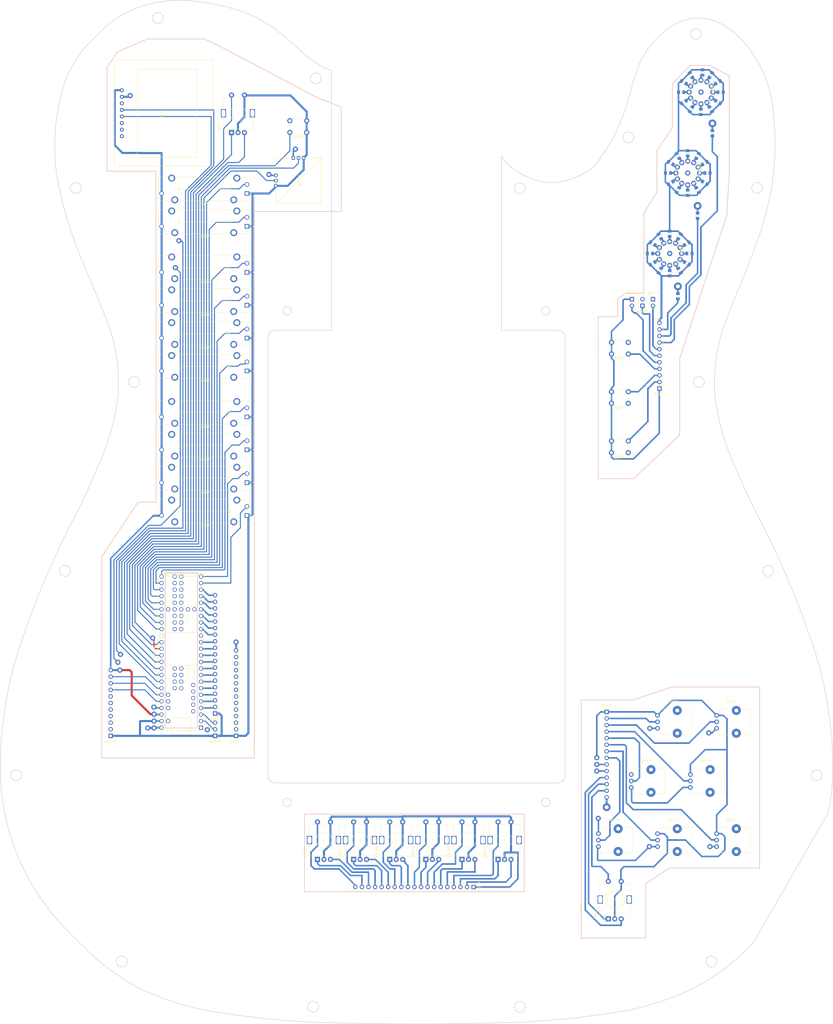
<source format=kicad_pcb>
(kicad_pcb (version 20171130) (host pcbnew "(5.1.6)-1")
  (layers (0 F.Cu signal hide) (31 B.Cu signal hide) (34 B.Paste user hide) (35 F.Paste user hide) (36 B.SilkS user hide) (37 F.SilkS user hide) (38 B.Mask user hide) (39 F.Mask user hide) (44 Edge.Cuts user))
  (net 0 "")
  (module Connector_PinHeader_2.54mm:PinHeader_1x19_P2.54mm_Vertical (layer F.Cu) (at 149.4766 50.919 270)
    (fp_text reference REF** (at 0 -2.33 90) (layer F.SilkS))
    (fp_text value PinHeader_1x19_P2.54mm_Vertical)
    (pad S1 thru_hole oval (at 0 45.72 270) (size 1.7 1.7) (drill 1) (layers *.Cu *.Mask))
    (pad A1 thru_hole oval (at 0 43.18 270) (size 1.7 1.7) (drill 1) (layers *.Cu *.Mask))
    (pad B1 thru_hole oval (at 0 40.64 270) (size 1.7 1.7) (drill 1) (layers *.Cu *.Mask))
    (pad S2 thru_hole oval (at 0 38.1 270) (size 1.7 1.7) (drill 1) (layers *.Cu *.Mask))
    (pad A2 thru_hole oval (at 0 35.56 270) (size 1.7 1.7) (drill 1) (layers *.Cu *.Mask))
    (pad B2 thru_hole oval (at 0 33.02 270) (size 1.7 1.7) (drill 1) (layers *.Cu *.Mask))
    (pad S3 thru_hole oval (at 0 30.48 270) (size 1.7 1.7) (drill 1) (layers *.Cu *.Mask))
    (pad A3 thru_hole oval (at 0 27.94 270) (size 1.7 1.7) (drill 1) (layers *.Cu *.Mask))
    (pad B3 thru_hole oval (at 0 25.4 270) (size 1.7 1.7) (drill 1) (layers *.Cu *.Mask))
    (pad S4 thru_hole oval (at 0 22.86 270) (size 1.7 1.7) (drill 1) (layers *.Cu *.Mask))
    (pad A4 thru_hole oval (at 0 20.32 270) (size 1.7 1.7) (drill 1) (layers *.Cu *.Mask))
    (pad B4 thru_hole oval (at 0 17.78 270) (size 1.7 1.7) (drill 1) (layers *.Cu *.Mask))
    (pad S5 thru_hole oval (at 0 15.24 270) (size 1.7 1.7) (drill 1) (layers *.Cu *.Mask))
    (pad A5 thru_hole oval (at 0 12.7 270) (size 1.7 1.7) (drill 1) (layers *.Cu *.Mask))
    (pad B5 thru_hole oval (at 0 10.16 270) (size 1.7 1.7) (drill 1) (layers *.Cu *.Mask))
    (pad S6 thru_hole oval (at 0 7.62 270) (size 1.7 1.7) (drill 1) (layers *.Cu *.Mask))
    (pad A6 thru_hole oval (at 0 5.08 270) (size 1.7 1.7) (drill 1) (layers *.Cu *.Mask))
    (pad B6 thru_hole oval (at 0 2.54 270) (size 1.7 1.7) (drill 1) (layers *.Cu *.Mask))
    (pad gnd thru_hole rect (at 0 0 270) (size 1.7 1.7) (drill 1) (layers *.Cu *.Mask))
  )
  (module Rotary_Encoder:RotaryEncoder_Alps_EC11E-Switch_Vertical_H20mm (layer F.Cu) (at 144.992463 40.274806 90)
    (fp_text reference REF** (at 2.8 -4.7 270) (layer F.SilkS))
    (fp_text value RotaryEncoder_Alps_EC11E-Switch_Vertical_H20mm)
    (pad S1 thru_hole circle (at 14.5 5 90) (size 2 2) (drill 1) (layers *.Cu *.Mask))
    (pad S2 thru_hole circle (at 14.5 0 90) (size 2 2) (drill 1) (layers *.Cu *.Mask))
    (pad MP thru_hole rect (at 7.5 8.1 90) (size 3.2 2) (drill oval 2.8 1.5) (layers *.Cu *.Mask))
    (pad MP thru_hole rect (at 7.5 -3.1 90) (size 3.2 2) (drill oval 2.8 1.5) (layers *.Cu *.Mask))
    (pad B thru_hole circle (at 0 5 90) (size 2 2) (drill 1) (layers *.Cu *.Mask))
    (pad C thru_hole circle (at 0 2.5 90) (size 2 2) (drill 1) (layers *.Cu *.Mask))
    (pad A thru_hole rect (at 0 0 90) (size 2 2) (drill 1) (layers *.Cu *.Mask))
  )
  (module Rotary_Encoder:RotaryEncoder_Alps_EC11E-Switch_Vertical_H20mm (layer F.Cu) (at 131.022463 40.274806 90)
    (fp_text reference REF** (at 2.8 -4.7 270) (layer F.SilkS))
    (fp_text value RotaryEncoder_Alps_EC11E-Switch_Vertical_H20mm)
    (pad A thru_hole rect (at 0 0 90) (size 2 2) (drill 1) (layers *.Cu *.Mask))
    (pad C thru_hole circle (at 0 2.5 90) (size 2 2) (drill 1) (layers *.Cu *.Mask))
    (pad B thru_hole circle (at 0 5 90) (size 2 2) (drill 1) (layers *.Cu *.Mask))
    (pad MP thru_hole rect (at 7.5 -3.1 90) (size 3.2 2) (drill oval 2.8 1.5) (layers *.Cu *.Mask))
    (pad MP thru_hole rect (at 7.5 8.1 90) (size 3.2 2) (drill oval 2.8 1.5) (layers *.Cu *.Mask))
    (pad S2 thru_hole circle (at 14.5 0 90) (size 2 2) (drill 1) (layers *.Cu *.Mask))
    (pad S1 thru_hole circle (at 14.5 5 90) (size 2 2) (drill 1) (layers *.Cu *.Mask))
  )
  (module Rotary_Encoder:RotaryEncoder_Alps_EC11E-Switch_Vertical_H20mm (layer F.Cu) (at 89.112463 40.274806 90)
    (fp_text reference REF** (at 2.8 -4.7 270) (layer F.SilkS))
    (fp_text value RotaryEncoder_Alps_EC11E-Switch_Vertical_H20mm)
    (pad S1 thru_hole circle (at 14.5 5 90) (size 2 2) (drill 1) (layers *.Cu *.Mask))
    (pad S2 thru_hole circle (at 14.5 0 90) (size 2 2) (drill 1) (layers *.Cu *.Mask))
    (pad MP thru_hole rect (at 7.5 8.1 90) (size 3.2 2) (drill oval 2.8 1.5) (layers *.Cu *.Mask))
    (pad MP thru_hole rect (at 7.5 -3.1 90) (size 3.2 2) (drill oval 2.8 1.5) (layers *.Cu *.Mask))
    (pad B thru_hole circle (at 0 5 90) (size 2 2) (drill 1) (layers *.Cu *.Mask))
    (pad C thru_hole circle (at 0 2.5 90) (size 2 2) (drill 1) (layers *.Cu *.Mask))
    (pad A thru_hole rect (at 0 0 90) (size 2 2) (drill 1) (layers *.Cu *.Mask))
  )
  (module Rotary_Encoder:RotaryEncoder_Alps_EC11E-Switch_Vertical_H20mm (layer F.Cu) (at 117.052463 40.274806 90)
    (fp_text reference REF** (at 2.8 -4.7 270) (layer F.SilkS))
    (fp_text value RotaryEncoder_Alps_EC11E-Switch_Vertical_H20mm)
    (pad S1 thru_hole circle (at 14.5 5 90) (size 2 2) (drill 1) (layers *.Cu *.Mask))
    (pad S2 thru_hole circle (at 14.5 0 90) (size 2 2) (drill 1) (layers *.Cu *.Mask))
    (pad MP thru_hole rect (at 7.5 8.1 90) (size 3.2 2) (drill oval 2.8 1.5) (layers *.Cu *.Mask))
    (pad MP thru_hole rect (at 7.5 -3.1 90) (size 3.2 2) (drill oval 2.8 1.5) (layers *.Cu *.Mask))
    (pad B thru_hole circle (at 0 5 90) (size 2 2) (drill 1) (layers *.Cu *.Mask))
    (pad C thru_hole circle (at 0 2.5 90) (size 2 2) (drill 1) (layers *.Cu *.Mask))
    (pad A thru_hole rect (at 0 0 90) (size 2 2) (drill 1) (layers *.Cu *.Mask))
  )
  (module Rotary_Encoder:RotaryEncoder_Alps_EC11E-Switch_Vertical_H20mm (layer F.Cu) (at 158.962463 40.274806 90)
    (fp_text reference REF** (at 2.8 -4.7 270) (layer F.SilkS))
    (fp_text value RotaryEncoder_Alps_EC11E-Switch_Vertical_H20mm)
    (pad A thru_hole rect (at 0 0 90) (size 2 2) (drill 1) (layers *.Cu *.Mask))
    (pad C thru_hole circle (at 0 2.5 90) (size 2 2) (drill 1) (layers *.Cu *.Mask))
    (pad B thru_hole circle (at 0 5 90) (size 2 2) (drill 1) (layers *.Cu *.Mask))
    (pad MP thru_hole rect (at 7.5 -3.1 90) (size 3.2 2) (drill oval 2.8 1.5) (layers *.Cu *.Mask))
    (pad MP thru_hole rect (at 7.5 8.1 90) (size 3.2 2) (drill oval 2.8 1.5) (layers *.Cu *.Mask))
    (pad S2 thru_hole circle (at 14.5 0 90) (size 2 2) (drill 1) (layers *.Cu *.Mask))
    (pad S1 thru_hole circle (at 14.5 5 90) (size 2 2) (drill 1) (layers *.Cu *.Mask))
  )
  (module Rotary_Encoder:RotaryEncoder_Alps_EC11E-Switch_Vertical_H20mm (layer F.Cu) (at 103.082463 40.274806 90)
    (fp_text reference REF** (at 2.8 -4.7 270) (layer F.SilkS))
    (fp_text value RotaryEncoder_Alps_EC11E-Switch_Vertical_H20mm)
    (pad A thru_hole rect (at 0 0 90) (size 2 2) (drill 1) (layers *.Cu *.Mask))
    (pad C thru_hole circle (at 0 2.5 90) (size 2 2) (drill 1) (layers *.Cu *.Mask))
    (pad B thru_hole circle (at 0 5 90) (size 2 2) (drill 1) (layers *.Cu *.Mask))
    (pad MP thru_hole rect (at 7.5 -3.1 90) (size 3.2 2) (drill oval 2.8 1.5) (layers *.Cu *.Mask))
    (pad MP thru_hole rect (at 7.5 8.1 90) (size 3.2 2) (drill oval 2.8 1.5) (layers *.Cu *.Mask))
    (pad S2 thru_hole circle (at 14.5 0 90) (size 2 2) (drill 1) (layers *.Cu *.Mask))
    (pad S1 thru_hole circle (at 14.5 5 90) (size 2 2) (drill 1) (layers *.Cu *.Mask))
  )
  (module Rotary_Encoder:RotaryEncoder_Alps_EC11E-Switch_Vertical_H20mm (layer F.Cu) (at 201.5744 63.246 90)
    (fp_text reference REF** (at 2.8 -4.7 90) (layer F.SilkS))
    (fp_text value RotaryEncoder_Alps_EC11E-Switch_Vertical_H20mm)
    (pad A thru_hole rect (at 0 0 90) (size 2 2) (drill 1) (layers *.Cu *.Mask))
    (pad C thru_hole circle (at 0 2.5 90) (size 2 2) (drill 1) (layers *.Cu *.Mask))
    (pad B thru_hole circle (at 0 5 90) (size 2 2) (drill 1) (layers *.Cu *.Mask))
    (pad MP thru_hole rect (at 7.5 -3.1 90) (size 3.2 2) (drill oval 2.8 1.5) (layers *.Cu *.Mask))
    (pad MP thru_hole rect (at 7.5 8.1 90) (size 3.2 2) (drill oval 2.8 1.5) (layers *.Cu *.Mask))
    (pad S2 thru_hole circle (at 14.5 0 90) (size 2 2) (drill 1) (layers *.Cu *.Mask))
    (pad S1 thru_hole circle (at 14.5 5 90) (size 2 2) (drill 1) (layers *.Cu *.Mask))
  )
  (module rotSw (layer F.Cu) (at 237.4222 -256.3112 90)
    (fp_text reference REF** (at 2.29 4.91 90) (layer F.SilkS))
    (fp_text value rotSw)
    (pad 1 thru_hole circle (at 0 -4.6 90) (size 2 2) (drill 1) (layers *.Cu *.Mask))
    (pad 2 thru_hole circle (at 2.3 -4 90) (size 2 2) (drill 1) (layers *.Cu *.Mask))
    (pad 3 thru_hole circle (at 4 -2.3 90) (size 2 2) (drill 1) (layers *.Cu *.Mask))
    (pad 4 thru_hole circle (at 4.6 0 90) (size 2 2) (drill 1) (layers *.Cu *.Mask))
    (pad 5 thru_hole circle (at 4 2.3 90) (size 2 2) (drill 1) (layers *.Cu *.Mask))
    (pad 6 thru_hole circle (at 2.3 4 90) (size 2 2) (drill 1) (layers *.Cu *.Mask))
    (pad 7 thru_hole circle (at 0 4.6 90) (size 2 2) (drill 1) (layers *.Cu *.Mask))
    (pad 8 thru_hole circle (at -2.3 4 90) (size 2 2) (drill 1) (layers *.Cu *.Mask))
    (pad 9 thru_hole circle (at -4 2.3 90) (size 2 2) (drill 1) (layers *.Cu *.Mask))
    (pad 10 thru_hole circle (at -4.6 0 90) (size 2 2) (drill 1) (layers *.Cu *.Mask))
    (pad 11 thru_hole circle (at -4 -2.3 90) (size 2 2) (drill 1) (layers *.Cu *.Mask))
    (pad 12 thru_hole circle (at -2.3 -4 90) (size 2 2) (drill 1) (layers *.Cu *.Mask))
    (pad 13 thru_hole circle (at 0 0 90) (size 2 2) (drill 1) (layers *.Cu *.Mask))
  )
  (module rotSw (layer F.Cu) (at 232.3084 -225.044 90)
    (fp_text reference REF** (at 2.29 4.91 90) (layer F.SilkS))
    (fp_text value rotSw)
    (pad 13 thru_hole circle (at 0 0 90) (size 2 2) (drill 1) (layers *.Cu *.Mask))
    (pad 12 thru_hole circle (at -2.3 -4 90) (size 2 2) (drill 1) (layers *.Cu *.Mask))
    (pad 11 thru_hole circle (at -4 -2.3 90) (size 2 2) (drill 1) (layers *.Cu *.Mask))
    (pad 10 thru_hole circle (at -4.6 0 90) (size 2 2) (drill 1) (layers *.Cu *.Mask))
    (pad 9 thru_hole circle (at -4 2.3 90) (size 2 2) (drill 1) (layers *.Cu *.Mask))
    (pad 8 thru_hole circle (at -2.3 4 90) (size 2 2) (drill 1) (layers *.Cu *.Mask))
    (pad 7 thru_hole circle (at 0 4.6 90) (size 2 2) (drill 1) (layers *.Cu *.Mask))
    (pad 6 thru_hole circle (at 2.3 4 90) (size 2 2) (drill 1) (layers *.Cu *.Mask))
    (pad 5 thru_hole circle (at 4 2.3 90) (size 2 2) (drill 1) (layers *.Cu *.Mask))
    (pad 4 thru_hole circle (at 4.6 0 90) (size 2 2) (drill 1) (layers *.Cu *.Mask))
    (pad 3 thru_hole circle (at 4 -2.3 90) (size 2 2) (drill 1) (layers *.Cu *.Mask))
    (pad 2 thru_hole circle (at 2.3 -4 90) (size 2 2) (drill 1) (layers *.Cu *.Mask))
    (pad 1 thru_hole circle (at 0 -4.6 90) (size 2 2) (drill 1) (layers *.Cu *.Mask))
  )
  (module rotSw (layer F.Cu) (at 225.3234 -193.929 90)
    (fp_text reference REF** (at 2.29 4.91 90) (layer F.SilkS))
    (fp_text value rotSw)
    (pad 1 thru_hole circle (at 0 -4.6 90) (size 2 2) (drill 1) (layers *.Cu *.Mask))
    (pad 2 thru_hole circle (at 2.3 -4 90) (size 2 2) (drill 1) (layers *.Cu *.Mask))
    (pad 3 thru_hole circle (at 4 -2.3 90) (size 2 2) (drill 1) (layers *.Cu *.Mask))
    (pad 4 thru_hole circle (at 4.6 0 90) (size 2 2) (drill 1) (layers *.Cu *.Mask))
    (pad 5 thru_hole circle (at 4 2.3 90) (size 2 2) (drill 1) (layers *.Cu *.Mask))
    (pad 6 thru_hole circle (at 2.3 4 90) (size 2 2) (drill 1) (layers *.Cu *.Mask))
    (pad 7 thru_hole circle (at 0 4.6 90) (size 2 2) (drill 1) (layers *.Cu *.Mask))
    (pad 8 thru_hole circle (at -2.3 4 90) (size 2 2) (drill 1) (layers *.Cu *.Mask))
    (pad 9 thru_hole circle (at -4 2.3 90) (size 2 2) (drill 1) (layers *.Cu *.Mask))
    (pad 10 thru_hole circle (at -4.6 0 90) (size 2 2) (drill 1) (layers *.Cu *.Mask))
    (pad 11 thru_hole circle (at -4 -2.3 90) (size 2 2) (drill 1) (layers *.Cu *.Mask))
    (pad 12 thru_hole circle (at -2.3 -4 90) (size 2 2) (drill 1) (layers *.Cu *.Mask))
    (pad 13 thru_hole circle (at 0 0 90) (size 2 2) (drill 1) (layers *.Cu *.Mask))
  )
  (module Potentiometer_THT:Potentiometer_Bourns_PTV09A-1_Single_Vertical (layer F.Cu) (at 220.6244 35.306)
    (fp_text reference REF** (at 6.05 -10.15) (layer F.SilkS))
    (fp_text value Potentiometer_Bourns_PTV09A-1_Single_Vertical)
    (pad 1 thru_hole circle (at 0 0) (size 1.8 1.8) (drill 1) (layers *.Cu *.Mask))
    (pad 2 thru_hole circle (at 0 -2.5) (size 1.8 1.8) (drill 1) (layers *.Cu *.Mask))
    (pad 3 thru_hole circle (at 0 -5) (size 1.8 1.8) (drill 1) (layers *.Cu *.Mask))
    (pad 4 thru_hole circle (at 7.62 -6.9) (size 3.5 3.5) (drill 1.5) (layers *.Cu *.Mask))
    (pad 5 thru_hole circle (at 7.62 1.905) (size 3.5 3.5) (drill 1.5) (layers *.Cu *.Mask))
  )
  (module Potentiometer_THT:Potentiometer_Bourns_PTV09A-1_Single_Vertical (layer F.Cu) (at 243.4844 35.306)
    (fp_text reference REF** (at 6.05 -10.15) (layer F.SilkS))
    (fp_text value Potentiometer_Bourns_PTV09A-1_Single_Vertical)
    (pad 5 thru_hole circle (at 7.62 1.905) (size 3.5 3.5) (drill 1.5) (layers *.Cu *.Mask))
    (pad 4 thru_hole circle (at 7.62 -6.9) (size 3.5 3.5) (drill 1.5) (layers *.Cu *.Mask))
    (pad 3 thru_hole circle (at 0 -5) (size 1.8 1.8) (drill 1) (layers *.Cu *.Mask))
    (pad 2 thru_hole circle (at 0 -2.5) (size 1.8 1.8) (drill 1) (layers *.Cu *.Mask))
    (pad 1 thru_hole circle (at 0 0) (size 1.8 1.8) (drill 1) (layers *.Cu *.Mask))
  )
  (module Potentiometer_THT:Potentiometer_Bourns_PTV09A-1_Single_Vertical (layer F.Cu) (at 233.3244 12.446)
    (fp_text reference REF** (at 6.05 -10.15) (layer F.SilkS))
    (fp_text value Potentiometer_Bourns_PTV09A-1_Single_Vertical)
    (pad 1 thru_hole circle (at 0 0) (size 1.8 1.8) (drill 1) (layers *.Cu *.Mask))
    (pad 2 thru_hole circle (at 0 -2.5) (size 1.8 1.8) (drill 1) (layers *.Cu *.Mask))
    (pad 3 thru_hole circle (at 0 -5) (size 1.8 1.8) (drill 1) (layers *.Cu *.Mask))
    (pad 4 thru_hole circle (at 7.62 -6.9) (size 3.5 3.5) (drill 1.5) (layers *.Cu *.Mask))
    (pad 5 thru_hole circle (at 7.62 1.905) (size 3.5 3.5) (drill 1.5) (layers *.Cu *.Mask))
  )
  (module Potentiometer_THT:Potentiometer_Bourns_PTV09A-1_Single_Vertical (layer F.Cu) (at 243.4844 -10.414)
    (fp_text reference REF** (at 6.05 -10.15) (layer F.SilkS))
    (fp_text value Potentiometer_Bourns_PTV09A-1_Single_Vertical)
    (pad 5 thru_hole circle (at 7.62 1.905) (size 3.5 3.5) (drill 1.5) (layers *.Cu *.Mask))
    (pad 4 thru_hole circle (at 7.62 -6.9) (size 3.5 3.5) (drill 1.5) (layers *.Cu *.Mask))
    (pad 3 thru_hole circle (at 0 -5) (size 1.8 1.8) (drill 1) (layers *.Cu *.Mask))
    (pad 2 thru_hole circle (at 0 -2.5) (size 1.8 1.8) (drill 1) (layers *.Cu *.Mask))
    (pad 1 thru_hole circle (at 0 0) (size 1.8 1.8) (drill 1) (layers *.Cu *.Mask))
  )
  (module Potentiometer_THT:Potentiometer_Bourns_PTV09A-1_Single_Vertical (layer F.Cu) (at 220.6244 -10.414)
    (fp_text reference REF** (at 6.05 -10.15) (layer F.SilkS))
    (fp_text value Potentiometer_Bourns_PTV09A-1_Single_Vertical)
    (pad 1 thru_hole circle (at 0 0) (size 1.8 1.8) (drill 1) (layers *.Cu *.Mask))
    (pad 2 thru_hole circle (at 0 -2.5) (size 1.8 1.8) (drill 1) (layers *.Cu *.Mask))
    (pad 3 thru_hole circle (at 0 -5) (size 1.8 1.8) (drill 1) (layers *.Cu *.Mask))
    (pad 4 thru_hole circle (at 7.62 -6.9) (size 3.5 3.5) (drill 1.5) (layers *.Cu *.Mask))
    (pad 5 thru_hole circle (at 7.62 1.905) (size 3.5 3.5) (drill 1.5) (layers *.Cu *.Mask))
  )
  (module Potentiometer_THT:Potentiometer_Bourns_PTV09A-1_Single_Vertical (layer F.Cu) (at 210.4644 12.446)
    (fp_text reference REF** (at 6.05 -10.15) (layer F.SilkS))
    (fp_text value Potentiometer_Bourns_PTV09A-1_Single_Vertical)
    (pad 5 thru_hole circle (at 7.62 1.905) (size 3.5 3.5) (drill 1.5) (layers *.Cu *.Mask))
    (pad 4 thru_hole circle (at 7.62 -6.9) (size 3.5 3.5) (drill 1.5) (layers *.Cu *.Mask))
    (pad 3 thru_hole circle (at 0 -5) (size 1.8 1.8) (drill 1) (layers *.Cu *.Mask))
    (pad 2 thru_hole circle (at 0 -2.5) (size 1.8 1.8) (drill 1) (layers *.Cu *.Mask))
    (pad 1 thru_hole circle (at 0 0) (size 1.8 1.8) (drill 1) (layers *.Cu *.Mask))
  )
  (module Potentiometer_THT:Potentiometer_Bourns_PTV09A-1_Single_Vertical (layer F.Cu) (at 197.7644 35.306)
    (fp_text reference REF** (at 6.05 -10.15) (layer F.SilkS))
    (fp_text value Potentiometer_Bourns_PTV09A-1_Single_Vertical)
    (pad 1 thru_hole circle (at 0 0) (size 1.8 1.8) (drill 1) (layers *.Cu *.Mask))
    (pad 2 thru_hole circle (at 0 -2.5) (size 1.8 1.8) (drill 1) (layers *.Cu *.Mask))
    (pad 3 thru_hole circle (at 0 -5) (size 1.8 1.8) (drill 1) (layers *.Cu *.Mask))
    (pad 4 thru_hole circle (at 7.62 -6.9) (size 3.5 3.5) (drill 1.5) (layers *.Cu *.Mask))
    (pad 5 thru_hole circle (at 7.62 1.905) (size 3.5 3.5) (drill 1.5) (layers *.Cu *.Mask))
  )
  (module Resistor_SMD:R_0805_2012Metric_Pad1.15x1.40mm_HandSolder (layer B.Cu) (at 228.4984 -177.419 270)
    (fp_text reference "" (at 0 1.65 270) (layer B.SilkS) (effects (justify mirror)))
    (fp_text value "")
    (pad 1 smd roundrect (at -1.025 0 270) (size 1.15 1.4) (layers B.Cu B.Paste B.Mask) (roundrect_rratio 0.217391))
    (pad 2 smd roundrect (at 1.025 0 270) (size 1.15 1.4) (layers B.Cu B.Paste B.Mask) (roundrect_rratio 0.217391))
  )
  (module Resistor_SMD:R_0805_2012Metric_Pad1.15x1.40mm_HandSolder (layer B.Cu) (at 236.1184 -208.534 270)
    (fp_text reference "" (at 0 1.65 270) (layer B.SilkS) (effects (justify mirror)))
    (fp_text value "")
    (pad 2 smd roundrect (at 1.025 0 270) (size 1.15 1.4) (layers B.Cu B.Paste B.Mask) (roundrect_rratio 0.217391))
    (pad 1 smd roundrect (at -1.025 0 270) (size 1.15 1.4) (layers B.Cu B.Paste B.Mask) (roundrect_rratio 0.217391))
  )
  (module Resistor_SMD:R_0805_2012Metric_Pad1.15x1.40mm_HandSolder (layer B.Cu) (at 241.8334 -240.411 270)
    (fp_text reference "" (at 0 1.65 270) (layer B.SilkS) (effects (justify mirror)))
    (fp_text value "")
    (pad 1 smd roundrect (at -1.025 0 270) (size 1.15 1.4) (layers B.Cu B.Paste B.Mask) (roundrect_rratio 0.217391))
    (pad 2 smd roundrect (at 1.025 0 270) (size 1.15 1.4) (layers B.Cu B.Paste B.Mask) (roundrect_rratio 0.217391))
  )
  (module Connector_PinHeader_2.54mm:PinHeader_1x02_P2.54mm_Vertical (layer F.Cu) (at 218.8464 -176.276)
    (fp_text reference REF** (at 0 -2.33) (layer F.SilkS))
    (fp_text value PinHeader_1x02_P2.54mm_Vertical)
    (pad 2 thru_hole oval (at 0 2.54) (size 1.7 1.7) (drill 1) (layers *.Cu *.Mask))
    (pad 1 thru_hole rect (at 0 0) (size 1.7 1.7) (drill 1) (layers *.Cu *.Mask))
  )
  (module Connector_PinHeader_2.54mm:PinHeader_1x02_P2.54mm_Vertical (layer F.Cu) (at 214.7824 -173.736 180)
    (fp_text reference REF** (at 0 -2.33 180) (layer F.SilkS))
    (fp_text value PinHeader_1x02_P2.54mm_Vertical)
    (pad 1 thru_hole rect (at 0 0 180) (size 1.7 1.7) (drill 1) (layers *.Cu *.Mask))
    (pad 2 thru_hole oval (at 0 2.54 180) (size 1.7 1.7) (drill 1) (layers *.Cu *.Mask))
  )
  (module Resistor_SMD:R_0805_2012Metric_Pad1.15x1.40mm_HandSolder (layer B.Cu) (at 233.5784 -249.682 240)
    (fp_text reference "" (at 0 1.65 240) (layer B.SilkS) (effects (justify mirror)))
    (fp_text value "")
    (pad 2 smd roundrect (at 1.025 0 240) (size 1.15 1.4) (layers B.Cu B.Paste B.Mask) (roundrect_rratio 0.217391))
    (pad 1 smd roundrect (at -1.025 0 240) (size 1.15 1.4) (layers B.Cu B.Paste B.Mask) (roundrect_rratio 0.217391))
  )
  (module Resistor_SMD:R_0805_2012Metric_Pad1.15x1.40mm_HandSolder (layer B.Cu) (at 229.7684 -256.286 180)
    (fp_text reference "" (at 0 1.65 180) (layer B.SilkS) (effects (justify mirror)))
    (fp_text value "")
    (pad 2 smd roundrect (at 1.025 0 180) (size 1.15 1.4) (layers B.Cu B.Paste B.Mask) (roundrect_rratio 0.217391))
    (pad 1 smd roundrect (at -1.025 0 180) (size 1.15 1.4) (layers B.Cu B.Paste B.Mask) (roundrect_rratio 0.217391))
  )
  (module Resistor_SMD:R_0805_2012Metric_Pad1.15x1.40mm_HandSolder (layer B.Cu) (at 233.5784 -262.89 120)
    (fp_text reference "" (at 0 1.65 120) (layer B.SilkS) (effects (justify mirror)))
    (fp_text value "")
    (pad 2 smd roundrect (at 1.025 0 120) (size 1.15 1.4) (layers B.Cu B.Paste B.Mask) (roundrect_rratio 0.217391))
    (pad 1 smd roundrect (at -1.025 0 120) (size 1.15 1.4) (layers B.Cu B.Paste B.Mask) (roundrect_rratio 0.217391))
  )
  (module Resistor_SMD:R_0805_2012Metric_Pad1.15x1.40mm_HandSolder (layer B.Cu) (at 241.1984 -249.682 300)
    (fp_text reference "" (at 0 1.65 300) (layer B.SilkS) (effects (justify mirror)))
    (fp_text value "")
    (pad 2 smd roundrect (at 1.025 0 300) (size 1.15 1.4) (layers B.Cu B.Paste B.Mask) (roundrect_rratio 0.217391))
    (pad 1 smd roundrect (at -1.025 0 300) (size 1.15 1.4) (layers B.Cu B.Paste B.Mask) (roundrect_rratio 0.217391))
  )
  (module Resistor_SMD:R_0805_2012Metric_Pad1.15x1.40mm_HandSolder (layer B.Cu) (at 230.7844 -260.096 150)
    (fp_text reference "" (at 0 1.65 150) (layer B.SilkS) (effects (justify mirror)))
    (fp_text value "")
    (pad 1 smd roundrect (at -1.025 0 150) (size 1.15 1.4) (layers B.Cu B.Paste B.Mask) (roundrect_rratio 0.217391))
    (pad 2 smd roundrect (at 1.025 0 150) (size 1.15 1.4) (layers B.Cu B.Paste B.Mask) (roundrect_rratio 0.217391))
  )
  (module Resistor_SMD:R_0805_2012Metric_Pad1.15x1.40mm_HandSolder (layer B.Cu) (at 237.3884 -248.666 270)
    (fp_text reference "" (at 0 1.65 270) (layer B.SilkS) (effects (justify mirror)))
    (fp_text value "")
    (pad 1 smd roundrect (at -1.025 0 270) (size 1.15 1.4) (layers B.Cu B.Paste B.Mask) (roundrect_rratio 0.217391))
    (pad 2 smd roundrect (at 1.025 0 270) (size 1.15 1.4) (layers B.Cu B.Paste B.Mask) (roundrect_rratio 0.217391))
  )
  (module Resistor_SMD:R_0805_2012Metric_Pad1.15x1.40mm_HandSolder (layer B.Cu) (at 243.9924 -260.096 30)
    (fp_text reference "" (at 0 1.65 30) (layer B.SilkS) (effects (justify mirror)))
    (fp_text value "")
    (pad 1 smd roundrect (at -1.025 0 30) (size 1.15 1.4) (layers B.Cu B.Paste B.Mask) (roundrect_rratio 0.217391))
    (pad 2 smd roundrect (at 1.025 0 30) (size 1.15 1.4) (layers B.Cu B.Paste B.Mask) (roundrect_rratio 0.217391))
  )
  (module Resistor_SMD:R_0805_2012Metric_Pad1.15x1.40mm_HandSolder (layer B.Cu) (at 241.1984 -262.89 60)
    (fp_text reference "" (at 0 1.65 60) (layer B.SilkS) (effects (justify mirror)))
    (fp_text value "")
    (pad 2 smd roundrect (at 1.025 0 60) (size 1.15 1.4) (layers B.Cu B.Paste B.Mask) (roundrect_rratio 0.217391))
    (pad 1 smd roundrect (at -1.025 0 60) (size 1.15 1.4) (layers B.Cu B.Paste B.Mask) (roundrect_rratio 0.217391))
  )
  (module Resistor_SMD:R_0805_2012Metric_Pad1.15x1.40mm_HandSolder (layer B.Cu) (at 243.9924 -252.476 330)
    (fp_text reference "" (at 0 1.65 330) (layer B.SilkS) (effects (justify mirror)))
    (fp_text value "")
    (pad 1 smd roundrect (at -1.025 0 330) (size 1.15 1.4) (layers B.Cu B.Paste B.Mask) (roundrect_rratio 0.217391))
    (pad 2 smd roundrect (at 1.025 0 330) (size 1.15 1.4) (layers B.Cu B.Paste B.Mask) (roundrect_rratio 0.217391))
  )
  (module Resistor_SMD:R_0805_2012Metric_Pad1.15x1.40mm_HandSolder (layer B.Cu) (at 230.7844 -252.476 210)
    (fp_text reference "" (at 0 1.65 210) (layer B.SilkS) (effects (justify mirror)))
    (fp_text value "")
    (pad 1 smd roundrect (at -1.025 0 210) (size 1.15 1.4) (layers B.Cu B.Paste B.Mask) (roundrect_rratio 0.217391))
    (pad 2 smd roundrect (at 1.025 0 210) (size 1.15 1.4) (layers B.Cu B.Paste B.Mask) (roundrect_rratio 0.217391))
  )
  (module Resistor_SMD:R_0805_2012Metric_Pad1.15x1.40mm_HandSolder (layer B.Cu) (at 245.0084 -256.286)
    (fp_text reference "" (at 0 1.65) (layer B.SilkS) (effects (justify mirror)))
    (fp_text value "")
    (pad 2 smd roundrect (at 1.025 0) (size 1.15 1.4) (layers B.Cu B.Paste B.Mask) (roundrect_rratio 0.217391))
    (pad 1 smd roundrect (at -1.025 0) (size 1.15 1.4) (layers B.Cu B.Paste B.Mask) (roundrect_rratio 0.217391))
  )
  (module Resistor_SMD:R_0805_2012Metric_Pad1.15x1.40mm_HandSolder (layer B.Cu) (at 238.0234 -263.906 90)
    (fp_text reference "" (at 0 1.65 90) (layer B.SilkS) (effects (justify mirror)))
    (fp_text value "")
    (pad 1 smd roundrect (at -1.025 0 90) (size 1.15 1.4) (layers B.Cu B.Paste B.Mask) (roundrect_rratio 0.217391))
    (pad 2 smd roundrect (at 1.025 0 90) (size 1.15 1.4) (layers B.Cu B.Paste B.Mask) (roundrect_rratio 0.217391))
  )
  (module Resistor_SMD:R_0805_2012Metric_Pad1.15x1.40mm_HandSolder (layer B.Cu) (at 228.4984 -218.44 240)
    (fp_text reference "" (at 0 1.65 240) (layer B.SilkS) (effects (justify mirror)))
    (fp_text value "")
    (pad 1 smd roundrect (at -1.025 0 240) (size 1.15 1.4) (layers B.Cu B.Paste B.Mask) (roundrect_rratio 0.217391))
    (pad 2 smd roundrect (at 1.025 0 240) (size 1.15 1.4) (layers B.Cu B.Paste B.Mask) (roundrect_rratio 0.217391))
  )
  (module Resistor_SMD:R_0805_2012Metric_Pad1.15x1.40mm_HandSolder (layer B.Cu) (at 224.6884 -225.044 180)
    (fp_text reference "" (at 0 1.65 180) (layer B.SilkS) (effects (justify mirror)))
    (fp_text value "")
    (pad 1 smd roundrect (at -1.025 0 180) (size 1.15 1.4) (layers B.Cu B.Paste B.Mask) (roundrect_rratio 0.217391))
    (pad 2 smd roundrect (at 1.025 0 180) (size 1.15 1.4) (layers B.Cu B.Paste B.Mask) (roundrect_rratio 0.217391))
  )
  (module Resistor_SMD:R_0805_2012Metric_Pad1.15x1.40mm_HandSolder (layer B.Cu) (at 225.7044 -221.234 210)
    (fp_text reference "" (at 0 1.65 210) (layer B.SilkS) (effects (justify mirror)))
    (fp_text value "")
    (pad 2 smd roundrect (at 1.025 0 210) (size 1.15 1.4) (layers B.Cu B.Paste B.Mask) (roundrect_rratio 0.217391))
    (pad 1 smd roundrect (at -1.025 0 210) (size 1.15 1.4) (layers B.Cu B.Paste B.Mask) (roundrect_rratio 0.217391))
  )
  (module Resistor_SMD:R_0805_2012Metric_Pad1.15x1.40mm_HandSolder (layer B.Cu) (at 225.7044 -228.854 150)
    (fp_text reference "" (at 0 1.65 150) (layer B.SilkS) (effects (justify mirror)))
    (fp_text value "")
    (pad 2 smd roundrect (at 1.025 0 150) (size 1.15 1.4) (layers B.Cu B.Paste B.Mask) (roundrect_rratio 0.217391))
    (pad 1 smd roundrect (at -1.025 0 150) (size 1.15 1.4) (layers B.Cu B.Paste B.Mask) (roundrect_rratio 0.217391))
  )
  (module Resistor_SMD:R_0805_2012Metric_Pad1.15x1.40mm_HandSolder (layer B.Cu) (at 238.9124 -221.234 330)
    (fp_text reference "" (at 0 1.65 330) (layer B.SilkS) (effects (justify mirror)))
    (fp_text value "")
    (pad 2 smd roundrect (at 1.025 0 330) (size 1.15 1.4) (layers B.Cu B.Paste B.Mask) (roundrect_rratio 0.217391))
    (pad 1 smd roundrect (at -1.025 0 330) (size 1.15 1.4) (layers B.Cu B.Paste B.Mask) (roundrect_rratio 0.217391))
  )
  (module Resistor_SMD:R_0805_2012Metric_Pad1.15x1.40mm_HandSolder (layer B.Cu) (at 239.9284 -225.044)
    (fp_text reference "" (at 0 1.65) (layer B.SilkS) (effects (justify mirror)))
    (fp_text value "")
    (pad 1 smd roundrect (at -1.025 0) (size 1.15 1.4) (layers B.Cu B.Paste B.Mask) (roundrect_rratio 0.217391))
    (pad 2 smd roundrect (at 1.025 0) (size 1.15 1.4) (layers B.Cu B.Paste B.Mask) (roundrect_rratio 0.217391))
  )
  (module Resistor_SMD:R_0805_2012Metric_Pad1.15x1.40mm_HandSolder (layer B.Cu) (at 236.1184 -231.648 60)
    (fp_text reference "" (at 0 1.65 60) (layer B.SilkS) (effects (justify mirror)))
    (fp_text value "")
    (pad 1 smd roundrect (at -1.025 0 60) (size 1.15 1.4) (layers B.Cu B.Paste B.Mask) (roundrect_rratio 0.217391))
    (pad 2 smd roundrect (at 1.025 0 60) (size 1.15 1.4) (layers B.Cu B.Paste B.Mask) (roundrect_rratio 0.217391))
  )
  (module Resistor_SMD:R_0805_2012Metric_Pad1.15x1.40mm_HandSolder (layer B.Cu) (at 232.3084 -217.424 270)
    (fp_text reference "" (at 0 1.65 270) (layer B.SilkS) (effects (justify mirror)))
    (fp_text value "")
    (pad 2 smd roundrect (at 1.025 0 270) (size 1.15 1.4) (layers B.Cu B.Paste B.Mask) (roundrect_rratio 0.217391))
    (pad 1 smd roundrect (at -1.025 0 270) (size 1.15 1.4) (layers B.Cu B.Paste B.Mask) (roundrect_rratio 0.217391))
  )
  (module Resistor_SMD:R_0805_2012Metric_Pad1.15x1.40mm_HandSolder (layer B.Cu) (at 238.9124 -228.854 30)
    (fp_text reference "" (at 0 1.65 30) (layer B.SilkS) (effects (justify mirror)))
    (fp_text value "")
    (pad 2 smd roundrect (at 1.025 0 30) (size 1.15 1.4) (layers B.Cu B.Paste B.Mask) (roundrect_rratio 0.217391))
    (pad 1 smd roundrect (at -1.025 0 30) (size 1.15 1.4) (layers B.Cu B.Paste B.Mask) (roundrect_rratio 0.217391))
  )
  (module Resistor_SMD:R_0805_2012Metric_Pad1.15x1.40mm_HandSolder (layer B.Cu) (at 236.1184 -218.44 300)
    (fp_text reference "" (at 0 1.65 300) (layer B.SilkS) (effects (justify mirror)))
    (fp_text value "")
    (pad 1 smd roundrect (at -1.025 0 300) (size 1.15 1.4) (layers B.Cu B.Paste B.Mask) (roundrect_rratio 0.217391))
    (pad 2 smd roundrect (at 1.025 0 300) (size 1.15 1.4) (layers B.Cu B.Paste B.Mask) (roundrect_rratio 0.217391))
  )
  (module Resistor_SMD:R_0805_2012Metric_Pad1.15x1.40mm_HandSolder (layer B.Cu) (at 232.3084 -232.664 90)
    (fp_text reference "" (at 0 1.65 90) (layer B.SilkS) (effects (justify mirror)))
    (fp_text value "")
    (pad 2 smd roundrect (at 1.025 0 90) (size 1.15 1.4) (layers B.Cu B.Paste B.Mask) (roundrect_rratio 0.217391))
    (pad 1 smd roundrect (at -1.025 0 90) (size 1.15 1.4) (layers B.Cu B.Paste B.Mask) (roundrect_rratio 0.217391))
  )
  (module Resistor_SMD:R_0805_2012Metric_Pad1.15x1.40mm_HandSolder (layer B.Cu) (at 228.4984 -231.648 120)
    (fp_text reference "" (at 0 1.65 120) (layer B.SilkS) (effects (justify mirror)))
    (fp_text value "")
    (pad 1 smd roundrect (at -1.025 0 120) (size 1.15 1.4) (layers B.Cu B.Paste B.Mask) (roundrect_rratio 0.217391))
    (pad 2 smd roundrect (at 1.025 0 120) (size 1.15 1.4) (layers B.Cu B.Paste B.Mask) (roundrect_rratio 0.217391))
  )
  (module Resistor_SMD:R_0805_2012Metric_Pad1.15x1.40mm_HandSolder (layer B.Cu) (at 229.1334 -200.533 60)
    (fp_text reference "" (at 0 1.65 60) (layer B.SilkS) (effects (justify mirror)))
    (fp_text value "")
    (pad 2 smd roundrect (at 1.025 0 60) (size 1.15 1.4) (layers B.Cu B.Paste B.Mask) (roundrect_rratio 0.217391))
    (pad 1 smd roundrect (at -1.025 0 60) (size 1.15 1.4) (layers B.Cu B.Paste B.Mask) (roundrect_rratio 0.217391))
  )
  (module Resistor_SMD:R_0805_2012Metric_Pad1.15x1.40mm_HandSolder (layer B.Cu) (at 232.9434 -193.929)
    (fp_text reference "" (at 0 1.65) (layer B.SilkS) (effects (justify mirror)))
    (fp_text value "")
    (pad 2 smd roundrect (at 1.025 0) (size 1.15 1.4) (layers B.Cu B.Paste B.Mask) (roundrect_rratio 0.217391))
    (pad 1 smd roundrect (at -1.025 0) (size 1.15 1.4) (layers B.Cu B.Paste B.Mask) (roundrect_rratio 0.217391))
  )
  (module Resistor_SMD:R_0805_2012Metric_Pad1.15x1.40mm_HandSolder (layer B.Cu) (at 231.9274 -197.739 30)
    (fp_text reference "" (at 0 1.65 30) (layer B.SilkS) (effects (justify mirror)))
    (fp_text value "")
    (pad 1 smd roundrect (at -1.025 0 30) (size 1.15 1.4) (layers B.Cu B.Paste B.Mask) (roundrect_rratio 0.217391))
    (pad 2 smd roundrect (at 1.025 0 30) (size 1.15 1.4) (layers B.Cu B.Paste B.Mask) (roundrect_rratio 0.217391))
  )
  (module Resistor_SMD:R_0805_2012Metric_Pad1.15x1.40mm_HandSolder (layer B.Cu) (at 231.9274 -190.119 330)
    (fp_text reference "" (at 0 1.65 330) (layer B.SilkS) (effects (justify mirror)))
    (fp_text value "")
    (pad 1 smd roundrect (at -1.025 0 330) (size 1.15 1.4) (layers B.Cu B.Paste B.Mask) (roundrect_rratio 0.217391))
    (pad 2 smd roundrect (at 1.025 0 330) (size 1.15 1.4) (layers B.Cu B.Paste B.Mask) (roundrect_rratio 0.217391))
  )
  (module Resistor_SMD:R_0805_2012Metric_Pad1.15x1.40mm_HandSolder (layer B.Cu) (at 225.3234 -186.309 270)
    (fp_text reference "" (at 0 1.65 270) (layer B.SilkS) (effects (justify mirror)))
    (fp_text value "")
    (pad 1 smd roundrect (at -1.025 0 270) (size 1.15 1.4) (layers B.Cu B.Paste B.Mask) (roundrect_rratio 0.217391))
    (pad 2 smd roundrect (at 1.025 0 270) (size 1.15 1.4) (layers B.Cu B.Paste B.Mask) (roundrect_rratio 0.217391))
  )
  (module Resistor_SMD:R_0805_2012Metric_Pad1.15x1.40mm_HandSolder (layer B.Cu) (at 229.1334 -187.325 300)
    (fp_text reference "" (at 0 1.65 300) (layer B.SilkS) (effects (justify mirror)))
    (fp_text value "")
    (pad 2 smd roundrect (at 1.025 0 300) (size 1.15 1.4) (layers B.Cu B.Paste B.Mask) (roundrect_rratio 0.217391))
    (pad 1 smd roundrect (at -1.025 0 300) (size 1.15 1.4) (layers B.Cu B.Paste B.Mask) (roundrect_rratio 0.217391))
  )
  (module Resistor_SMD:R_0805_2012Metric_Pad1.15x1.40mm_HandSolder (layer B.Cu) (at 221.5134 -187.325 240)
    (fp_text reference "" (at 0 1.65 240) (layer B.SilkS) (effects (justify mirror)))
    (fp_text value "")
    (pad 2 smd roundrect (at 1.025 0 240) (size 1.15 1.4) (layers B.Cu B.Paste B.Mask) (roundrect_rratio 0.217391))
    (pad 1 smd roundrect (at -1.025 0 240) (size 1.15 1.4) (layers B.Cu B.Paste B.Mask) (roundrect_rratio 0.217391))
  )
  (module Resistor_SMD:R_0805_2012Metric_Pad1.15x1.40mm_HandSolder (layer B.Cu) (at 217.7034 -193.929 180)
    (fp_text reference "" (at 0 1.65 180) (layer B.SilkS) (effects (justify mirror)))
    (fp_text value "")
    (pad 2 smd roundrect (at 1.025 0 180) (size 1.15 1.4) (layers B.Cu B.Paste B.Mask) (roundrect_rratio 0.217391))
    (pad 1 smd roundrect (at -1.025 0 180) (size 1.15 1.4) (layers B.Cu B.Paste B.Mask) (roundrect_rratio 0.217391))
  )
  (module Resistor_SMD:R_0805_2012Metric_Pad1.15x1.40mm_HandSolder (layer B.Cu) (at 218.7194 -190.119 210)
    (fp_text reference "" (at 0 1.65 210) (layer B.SilkS) (effects (justify mirror)))
    (fp_text value "")
    (pad 1 smd roundrect (at -1.025 0 210) (size 1.15 1.4) (layers B.Cu B.Paste B.Mask) (roundrect_rratio 0.217391))
    (pad 2 smd roundrect (at 1.025 0 210) (size 1.15 1.4) (layers B.Cu B.Paste B.Mask) (roundrect_rratio 0.217391))
  )
  (module Resistor_SMD:R_0805_2012Metric_Pad1.15x1.40mm_HandSolder (layer B.Cu) (at 218.7194 -197.739 150)
    (fp_text reference "" (at 0 1.65 150) (layer B.SilkS) (effects (justify mirror)))
    (fp_text value "")
    (pad 1 smd roundrect (at -1.025 0 150) (size 1.15 1.4) (layers B.Cu B.Paste B.Mask) (roundrect_rratio 0.217391))
    (pad 2 smd roundrect (at 1.025 0 150) (size 1.15 1.4) (layers B.Cu B.Paste B.Mask) (roundrect_rratio 0.217391))
  )
  (module Resistor_SMD:R_0805_2012Metric_Pad1.15x1.40mm_HandSolder (layer B.Cu) (at 221.5134 -200.533 120)
    (fp_text reference "" (at 0 1.65 120) (layer B.SilkS) (effects (justify mirror)))
    (fp_text value "")
    (pad 2 smd roundrect (at 1.025 0 120) (size 1.15 1.4) (layers B.Cu B.Paste B.Mask) (roundrect_rratio 0.217391))
    (pad 1 smd roundrect (at -1.025 0 120) (size 1.15 1.4) (layers B.Cu B.Paste B.Mask) (roundrect_rratio 0.217391))
  )
  (module Button_Switch_THT:SW_PUSH_6mm (layer F.Cu) (at 209.3214 -116.967 180)
    (fp_text reference REF** (at 3.25 -2 180) (layer F.SilkS))
    (fp_text value SW_PUSH_6mm)
    (pad 2 thru_hole circle (at 0 4.5 270) (size 2 2) (drill 1.1) (layers *.Cu *.Mask))
    (pad 1 thru_hole circle (at 0 0 270) (size 2 2) (drill 1.1) (layers *.Cu *.Mask))
    (pad 2 thru_hole circle (at 6.5 4.5 270) (size 2 2) (drill 1.1) (layers *.Cu *.Mask))
    (pad 1 thru_hole circle (at 6.5 0 270) (size 2 2) (drill 1.1) (layers *.Cu *.Mask))
  )
  (module Button_Switch_THT:SW_PUSH_6mm (layer F.Cu) (at 209.3214 -136.017 180)
    (fp_text reference REF** (at 3.25 -2 180) (layer F.SilkS))
    (fp_text value SW_PUSH_6mm)
    (pad 2 thru_hole circle (at 0 4.5 270) (size 2 2) (drill 1.1) (layers *.Cu *.Mask))
    (pad 1 thru_hole circle (at 0 0 270) (size 2 2) (drill 1.1) (layers *.Cu *.Mask))
    (pad 2 thru_hole circle (at 6.5 4.5 270) (size 2 2) (drill 1.1) (layers *.Cu *.Mask))
    (pad 1 thru_hole circle (at 6.5 0 270) (size 2 2) (drill 1.1) (layers *.Cu *.Mask))
  )
  (module Button_Switch_THT:SW_PUSH_6mm (layer F.Cu) (at 209.3214 -155.067 180)
    (fp_text reference REF** (at 3.25 -2 180) (layer F.SilkS))
    (fp_text value SW_PUSH_6mm)
    (pad 1 thru_hole circle (at 6.5 0 270) (size 2 2) (drill 1.1) (layers *.Cu *.Mask))
    (pad 2 thru_hole circle (at 6.5 4.5 270) (size 2 2) (drill 1.1) (layers *.Cu *.Mask))
    (pad 1 thru_hole circle (at 0 0 270) (size 2 2) (drill 1.1) (layers *.Cu *.Mask))
    (pad 2 thru_hole circle (at 0 4.5 270) (size 2 2) (drill 1.1) (layers *.Cu *.Mask))
  )
  (module Resistor_SMD:R_0805_2012Metric_Pad1.15x1.40mm_HandSolder (layer B.Cu) (at 225.3234 -201.549 90)
    (fp_text reference "" (at 0 1.65 90) (layer B.SilkS) (effects (justify mirror)))
    (fp_text value "")
    (pad 1 smd roundrect (at -1.025 0 90) (size 1.15 1.4) (layers B.Cu B.Paste B.Mask) (roundrect_rratio 0.217391))
    (pad 2 smd roundrect (at 1.025 0 90) (size 1.15 1.4) (layers B.Cu B.Paste B.Mask) (roundrect_rratio 0.217391))
  )
  (module Connector_PinHeader_2.54mm:PinHeader_1x11_P2.54mm_Vertical (layer F.Cu) (at 221.3864 -141.732 180)
    (fp_text reference REF** (at 0 -2.33 180) (layer F.SilkS))
    (fp_text value PinHeader_1x11_P2.54mm_Vertical)
    (pad VDD thru_hole oval (at 0 25.4 180) (size 1.7 1.7) (drill 1) (layers *.Cu *.Mask))
    (pad RS3 thru_hole oval (at 0 22.86 180) (size 1.7 1.7) (drill 1) (layers *.Cu *.Mask))
    (pad RS2 thru_hole oval (at 0 20.32 180) (size 1.7 1.7) (drill 1) (layers *.Cu *.Mask))
    (pad RS1 thru_hole oval (at 0 17.78 180) (size 1.7 1.7) (drill 1) (layers *.Cu *.Mask))
    (pad SW6 thru_hole oval (at 0 15.24 180) (size 1.7 1.7) (drill 1) (layers *.Cu *.Mask))
    (pad SW5 thru_hole oval (at 0 12.7 180) (size 1.7 1.7) (drill 1) (layers *.Cu *.Mask))
    (pad SW4 thru_hole oval (at 0 10.16 180) (size 1.7 1.7) (drill 1) (layers *.Cu *.Mask))
    (pad SW3 thru_hole oval (at 0 7.62 180) (size 1.7 1.7) (drill 1) (layers *.Cu *.Mask))
    (pad SW2 thru_hole oval (at 0 5.08 180) (size 1.7 1.7) (drill 1) (layers *.Cu *.Mask))
    (pad SW1 thru_hole oval (at 0 2.54 180) (size 1.7 1.7) (drill 1) (layers *.Cu *.Mask))
    (pad GND thru_hole rect (at 0 0 180) (size 1.7 1.7) (drill 1) (layers *.Cu *.Mask))
  )
  (module Connector_PinHeader_2.54mm:PinHeader_1x02_P2.54mm_Vertical (layer F.Cu) (at 210.7184 -176.276)
    (fp_text reference REF** (at 0 -2.33) (layer F.SilkS))
    (fp_text value PinHeader_1x02_P2.54mm_Vertical)
    (pad 2 thru_hole oval (at 0 2.54) (size 1.7 1.7) (drill 1) (layers *.Cu *.Mask))
    (pad 1 thru_hole rect (at 0 0) (size 1.7 1.7) (drill 1) (layers *.Cu *.Mask))
  )
  (module Connector_PinHeader_2.54mm:PinHeader_1x14_P2.54mm_Vertical (layer F.Cu) (at 200.9394 -16.764)
    (fp_text reference REF** (at 0 -2.33) (layer F.SilkS))
    (fp_text value PinHeader_1x14_P2.54mm_Vertical)
    (pad VDD thru_hole oval (at 0 33.02) (size 1.7 1.7) (drill 1) (layers *.Cu *.Mask))
    (pad S thru_hole oval (at 0 30.48) (size 1.7 1.7) (drill 1) (layers *.Cu *.Mask))
    (pad A thru_hole oval (at 0 27.94) (size 1.7 1.7) (drill 1) (layers *.Cu *.Mask))
    (pad B thru_hole oval (at 0 25.4) (size 1.7 1.7) (drill 1) (layers *.Cu *.Mask))
    (pad SW1 thru_hole oval (at 0 22.86) (size 1.7 1.7) (drill 1) (layers *.Cu *.Mask))
    (pad SW2 thru_hole oval (at 0 20.32) (size 1.7 1.7) (drill 1) (layers *.Cu *.Mask))
    (pad P1 thru_hole oval (at 0 17.78) (size 1.7 1.7) (drill 1) (layers *.Cu *.Mask))
    (pad P2 thru_hole oval (at 0 15.24) (size 1.7 1.7) (drill 1) (layers *.Cu *.Mask))
    (pad P3 thru_hole oval (at 0 12.7) (size 1.7 1.7) (drill 1) (layers *.Cu *.Mask))
    (pad P4 thru_hole oval (at 0 10.16) (size 1.7 1.7) (drill 1) (layers *.Cu *.Mask))
    (pad P5 thru_hole oval (at 0 7.62) (size 1.7 1.7) (drill 1) (layers *.Cu *.Mask))
    (pad P6 thru_hole oval (at 0 5.08) (size 1.7 1.7) (drill 1) (layers *.Cu *.Mask))
    (pad P7 thru_hole oval (at 0 2.54) (size 1.7 1.7) (drill 1) (layers *.Cu *.Mask))
    (pad GND thru_hole rect (at 0 0) (size 1.7 1.7) (drill 1) (layers *.Cu *.Mask))
  )
  (module joystick (layer F.Cu) (at 81.7604 -222.126 90)
    (fp_text reference REF** (at 0 0.5 90) (layer F.SilkS))
    (fp_text value joystick)
    (pad 1 thru_hole circle (at 0 -8.75 90) (size 1.524 1.524) (drill 0.762) (layers *.Cu *.Mask))
    (pad 2 thru_hole circle (at -2 -8.75 90) (size 1.524 1.524) (drill 0.762) (layers *.Cu *.Mask))
    (pad 3 thru_hole circle (at 2 -8.75 90) (size 1.524 1.524) (drill 0.762) (layers *.Cu *.Mask))
    (pad 4 thru_hole circle (at 8.75 0 90) (size 1.524 1.524) (drill 0.762) (layers *.Cu *.Mask))
    (pad 5 thru_hole circle (at 8.75 -2 90) (size 1.524 1.524) (drill 0.762) (layers *.Cu *.Mask))
    (pad 6 thru_hole circle (at 8.75 2 90) (size 1.524 1.524) (drill 0.762) (layers *.Cu *.Mask))
  )
  (module Rotary_Encoder:RotaryEncoder_Alps_EC11E-Switch_Vertical_H20mm (layer F.Cu) (at 55.8524 -240.668 90)
    (fp_text reference REF** (at 2.8 -4.7 90) (layer F.SilkS))
    (fp_text value RotaryEncoder_Alps_EC11E-Switch_Vertical_H20mm)
    (pad S1 thru_hole circle (at 14.5 5 90) (size 2 2) (drill 1) (layers *.Cu *.Mask))
    (pad S2 thru_hole circle (at 14.5 0 90) (size 2 2) (drill 1) (layers *.Cu *.Mask))
    (pad MP thru_hole rect (at 7.5 8.1 90) (size 3.2 2) (drill oval 2.8 1.5) (layers *.Cu *.Mask))
    (pad MP thru_hole rect (at 7.5 -3.1 90) (size 3.2 2) (drill oval 2.8 1.5) (layers *.Cu *.Mask))
    (pad B thru_hole circle (at 0 5 90) (size 2 2) (drill 1) (layers *.Cu *.Mask))
    (pad C thru_hole circle (at 0 2.5 90) (size 2 2) (drill 1) (layers *.Cu *.Mask))
    (pad A thru_hole rect (at 0 0 90) (size 2 2) (drill 1) (layers *.Cu *.Mask))
  )
  (module Connector_PinHeader_2.54mm:PinHeader_1x11_P2.54mm_Vertical (layer F.Cu) (at 9.1164 -7.496 180)
    (fp_text reference REF** (at 0 -2.33 180) (layer F.SilkS))
    (fp_text value PinHeader_1x11_P2.54mm_Vertical)
    (pad GND thru_hole rect (at 0 0 180) (size 1.7 1.7) (drill 1) (layers *.Cu *.Mask))
    (pad SW1 thru_hole oval (at 0 2.54 180) (size 1.7 1.7) (drill 1) (layers *.Cu *.Mask))
    (pad SW2 thru_hole oval (at 0 5.08 180) (size 1.7 1.7) (drill 1) (layers *.Cu *.Mask))
    (pad SW3 thru_hole oval (at 0 7.62 180) (size 1.7 1.7) (drill 1) (layers *.Cu *.Mask))
    (pad SW4 thru_hole oval (at 0 10.16 180) (size 1.7 1.7) (drill 1) (layers *.Cu *.Mask))
    (pad SW5 thru_hole oval (at 0 12.7 180) (size 1.7 1.7) (drill 1) (layers *.Cu *.Mask))
    (pad SW6 thru_hole oval (at 0 15.24 180) (size 1.7 1.7) (drill 1) (layers *.Cu *.Mask))
    (pad RS1 thru_hole oval (at 0 17.78 180) (size 1.7 1.7) (drill 1) (layers *.Cu *.Mask))
    (pad RS2 thru_hole oval (at 0 20.32 180) (size 1.7 1.7) (drill 1) (layers *.Cu *.Mask))
    (pad RS3 thru_hole oval (at 0 22.86 180) (size 1.7 1.7) (drill 1) (layers *.Cu *.Mask))
    (pad VDD thru_hole oval (at 0 25.4 180) (size 1.7 1.7) (drill 1) (layers *.Cu *.Mask))
  )
  (module Connector_PinHeader_2.54mm:PinHeader_1x14_P2.54mm_Vertical (layer F.Cu) (at 57.6304 -7.496 180)
    (fp_text reference REF** (at 0 -2.33 180) (layer F.SilkS))
    (fp_text value PinHeader_1x14_P2.54mm_Vertical)
    (pad GND thru_hole rect (at 0 0 180) (size 1.7 1.7) (drill 1) (layers *.Cu *.Mask))
    (pad P7 thru_hole oval (at 0 2.54 180) (size 1.7 1.7) (drill 1) (layers *.Cu *.Mask))
    (pad P6 thru_hole oval (at 0 5.08 180) (size 1.7 1.7) (drill 1) (layers *.Cu *.Mask))
    (pad P5 thru_hole oval (at 0 7.62 180) (size 1.7 1.7) (drill 1) (layers *.Cu *.Mask))
    (pad P4 thru_hole oval (at 0 10.16 180) (size 1.7 1.7) (drill 1) (layers *.Cu *.Mask))
    (pad P3 thru_hole oval (at 0 12.7 180) (size 1.7 1.7) (drill 1) (layers *.Cu *.Mask))
    (pad P2 thru_hole oval (at 0 15.24 180) (size 1.7 1.7) (drill 1) (layers *.Cu *.Mask))
    (pad P1 thru_hole oval (at 0 17.78 180) (size 1.7 1.7) (drill 1) (layers *.Cu *.Mask))
    (pad SW2 thru_hole oval (at 0 20.32 180) (size 1.7 1.7) (drill 1) (layers *.Cu *.Mask))
    (pad SW1 thru_hole oval (at 0 22.86 180) (size 1.7 1.7) (drill 1) (layers *.Cu *.Mask))
    (pad B thru_hole oval (at 0 25.4 180) (size 1.7 1.7) (drill 1) (layers *.Cu *.Mask))
    (pad A thru_hole oval (at 0 27.94 180) (size 1.7 1.7) (drill 1) (layers *.Cu *.Mask))
    (pad S thru_hole oval (at 0 30.48 180) (size 1.7 1.7) (drill 1) (layers *.Cu *.Mask))
    (pad VDD thru_hole oval (at 0 33.02 180) (size 1.7 1.7) (drill 1) (layers *.Cu *.Mask))
  )
  (module Connector_PinHeader_2.54mm:PinHeader_1x19_P2.54mm_Vertical (layer F.Cu) (at 49.5024 -16.132 180)
    (fp_text reference REF** (at 0 -2.33 180) (layer F.SilkS))
    (fp_text value PinHeader_1x19_P2.54mm_Vertical)
    (pad gnd thru_hole rect (at 0 0 180) (size 1.7 1.7) (drill 1) (layers *.Cu *.Mask))
    (pad B6 thru_hole oval (at 0 2.54 180) (size 1.7 1.7) (drill 1) (layers *.Cu *.Mask))
    (pad A6 thru_hole oval (at 0 5.08 180) (size 1.7 1.7) (drill 1) (layers *.Cu *.Mask))
    (pad S6 thru_hole oval (at 0 7.62 180) (size 1.7 1.7) (drill 1) (layers *.Cu *.Mask))
    (pad B5 thru_hole oval (at 0 10.16 180) (size 1.7 1.7) (drill 1) (layers *.Cu *.Mask))
    (pad A5 thru_hole oval (at 0 12.7 180) (size 1.7 1.7) (drill 1) (layers *.Cu *.Mask))
    (pad S5 thru_hole oval (at 0 15.24 180) (size 1.7 1.7) (drill 1) (layers *.Cu *.Mask))
    (pad B4 thru_hole oval (at 0 17.78 180) (size 1.7 1.7) (drill 1) (layers *.Cu *.Mask))
    (pad A4 thru_hole oval (at 0 20.32 180) (size 1.7 1.7) (drill 1) (layers *.Cu *.Mask))
    (pad S4 thru_hole oval (at 0 22.86 180) (size 1.7 1.7) (drill 1) (layers *.Cu *.Mask))
    (pad B3 thru_hole oval (at 0 25.4 180) (size 1.7 1.7) (drill 1) (layers *.Cu *.Mask))
    (pad A3 thru_hole oval (at 0 27.94 180) (size 1.7 1.7) (drill 1) (layers *.Cu *.Mask))
    (pad S3 thru_hole oval (at 0 30.48 180) (size 1.7 1.7) (drill 1) (layers *.Cu *.Mask))
    (pad B2 thru_hole oval (at 0 33.02 180) (size 1.7 1.7) (drill 1) (layers *.Cu *.Mask))
    (pad A2 thru_hole oval (at 0 35.56 180) (size 1.7 1.7) (drill 1) (layers *.Cu *.Mask))
    (pad S2 thru_hole oval (at 0 38.1 180) (size 1.7 1.7) (drill 1) (layers *.Cu *.Mask))
    (pad B1 thru_hole oval (at 0 40.64 180) (size 1.7 1.7) (drill 1) (layers *.Cu *.Mask))
    (pad A1 thru_hole oval (at 0 43.18 180) (size 1.7 1.7) (drill 1) (layers *.Cu *.Mask))
    (pad S1 thru_hole oval (at 0 45.72 180) (size 1.7 1.7) (drill 1) (layers *.Cu *.Mask))
  )
  (module display (layer F.Cu) (at 29.4364 -248.161 270)
    (fp_text reference REF** (at 0 0.5 270) (layer F.SilkS))
    (fp_text value display)
    (pad 1 thru_hole circle (at -8.89 16.002 270) (size 1.524 1.524) (drill 0.762) (layers *.Cu *.Mask))
    (pad 2 thru_hole circle (at -6.35 16.002 270) (size 1.524 1.524) (drill 0.762) (layers *.Cu *.Mask))
    (pad 3 thru_hole circle (at -3.81 16.002 270) (size 1.524 1.524) (drill 0.762) (layers *.Cu *.Mask))
    (pad 4 thru_hole circle (at -1.27 16.002 270) (size 1.524 1.524) (drill 0.762) (layers *.Cu *.Mask))
    (pad 5 thru_hole circle (at 1.27 16.002 270) (size 1.524 1.524) (drill 0.762) (layers *.Cu *.Mask))
    (pad 6 thru_hole circle (at 3.81 16.002 270) (size 1.524 1.524) (drill 0.762) (layers *.Cu *.Mask))
    (pad 7 thru_hole circle (at 6.35 16.002 270) (size 1.524 1.524) (drill 0.762) (layers *.Cu *.Mask))
    (pad 8 thru_hole circle (at 8.89 16.002 270) (size 1.524 1.524) (drill 0.762) (layers *.Cu *.Mask))
  )
  (module Potentiometer_THT:Potentiometer_Bourns_PTA2043_Single_Slide (layer F.Cu) (at 61.817657 -217.130017 180)
    (fp_text reference REF** (at 16.5 -4 180) (layer F.SilkS))
    (fp_text value Potentiometer_Bourns_PTA2043_Single_Slide)
    (pad MP thru_hole circle (at 29.1 5.95 180) (size 2.7 2.7) (drill 1.7) (layers *.Cu *.Mask))
    (pad MP thru_hole circle (at 3.9 5.95 180) (size 2.7 2.7) (drill 1.7) (layers *.Cu *.Mask))
    (pad MP thru_hole circle (at 27.9 -2.45 180) (size 2.7 2.7) (drill 1.7) (layers *.Cu *.Mask))
    (pad MP thru_hole circle (at 5.1 -2.45 180) (size 2.7 2.7) (drill 1.7) (layers *.Cu *.Mask))
    (pad 3 thru_hole circle (at 33 0 180) (size 1.75 1.75) (drill 1.2) (layers *.Cu *.Mask))
    (pad 2 thru_hole circle (at 0 3.5 180) (size 1.75 1.75) (drill 1.2) (layers *.Cu *.Mask))
    (pad 1 thru_hole rect (at 0 0 180) (size 1.75 1.75) (drill 1.2) (layers *.Cu *.Mask))
  )
  (module Potentiometer_THT:Potentiometer_Bourns_PTA2043_Single_Slide (layer F.Cu) (at 61.817657 -173.950017 180)
    (fp_text reference REF** (at 16.5 -4 180) (layer F.SilkS))
    (fp_text value Potentiometer_Bourns_PTA2043_Single_Slide)
    (pad MP thru_hole circle (at 29.1 5.95 180) (size 2.7 2.7) (drill 1.7) (layers *.Cu *.Mask))
    (pad MP thru_hole circle (at 3.9 5.95 180) (size 2.7 2.7) (drill 1.7) (layers *.Cu *.Mask))
    (pad MP thru_hole circle (at 27.9 -2.45 180) (size 2.7 2.7) (drill 1.7) (layers *.Cu *.Mask))
    (pad MP thru_hole circle (at 5.1 -2.45 180) (size 2.7 2.7) (drill 1.7) (layers *.Cu *.Mask))
    (pad 3 thru_hole circle (at 33 0 180) (size 1.75 1.75) (drill 1.2) (layers *.Cu *.Mask))
    (pad 2 thru_hole circle (at 0 3.5 180) (size 1.75 1.75) (drill 1.2) (layers *.Cu *.Mask))
    (pad 1 thru_hole rect (at 0 0 180) (size 1.75 1.75) (drill 1.2) (layers *.Cu *.Mask))
  )
  (module Potentiometer_THT:Potentiometer_Bourns_PTA2043_Single_Slide (layer F.Cu) (at 61.817657 -130.770017 180)
    (fp_text reference REF** (at 16.5 -4 180) (layer F.SilkS))
    (fp_text value Potentiometer_Bourns_PTA2043_Single_Slide)
    (pad MP thru_hole circle (at 29.1 5.95 180) (size 2.7 2.7) (drill 1.7) (layers *.Cu *.Mask))
    (pad MP thru_hole circle (at 3.9 5.95 180) (size 2.7 2.7) (drill 1.7) (layers *.Cu *.Mask))
    (pad MP thru_hole circle (at 27.9 -2.45 180) (size 2.7 2.7) (drill 1.7) (layers *.Cu *.Mask))
    (pad MP thru_hole circle (at 5.1 -2.45 180) (size 2.7 2.7) (drill 1.7) (layers *.Cu *.Mask))
    (pad 3 thru_hole circle (at 33 0 180) (size 1.75 1.75) (drill 1.2) (layers *.Cu *.Mask))
    (pad 2 thru_hole circle (at 0 3.5 180) (size 1.75 1.75) (drill 1.2) (layers *.Cu *.Mask))
    (pad 1 thru_hole rect (at 0 0 180) (size 1.75 1.75) (drill 1.2) (layers *.Cu *.Mask))
  )
  (module Button_Switch_THT:SW_PUSH_6mm (layer F.Cu) (at 84.9354 -240.7315 180)
    (fp_text reference REF** (at 3.25 -2 180) (layer F.SilkS))
    (fp_text value SW_PUSH_6mm)
    (pad 1 thru_hole circle (at 6.5 0 270) (size 2 2) (drill 1.1) (layers *.Cu *.Mask))
    (pad 2 thru_hole circle (at 6.5 4.5 270) (size 2 2) (drill 1.1) (layers *.Cu *.Mask))
    (pad 1 thru_hole circle (at 0 0 270) (size 2 2) (drill 1.1) (layers *.Cu *.Mask))
    (pad 2 thru_hole circle (at 0 4.5 270) (size 2 2) (drill 1.1) (layers *.Cu *.Mask))
  )
  (module Potentiometer_THT:Potentiometer_Bourns_PTA2043_Single_Slide (layer F.Cu) (at 61.817657 -204.430017 180)
    (fp_text reference REF** (at 16.5 -4 180) (layer F.SilkS))
    (fp_text value Potentiometer_Bourns_PTA2043_Single_Slide)
    (pad MP thru_hole circle (at 29.1 5.95 180) (size 2.7 2.7) (drill 1.7) (layers *.Cu *.Mask))
    (pad MP thru_hole circle (at 3.9 5.95 180) (size 2.7 2.7) (drill 1.7) (layers *.Cu *.Mask))
    (pad MP thru_hole circle (at 27.9 -2.45 180) (size 2.7 2.7) (drill 1.7) (layers *.Cu *.Mask))
    (pad MP thru_hole circle (at 5.1 -2.45 180) (size 2.7 2.7) (drill 1.7) (layers *.Cu *.Mask))
    (pad 3 thru_hole circle (at 33 0 180) (size 1.75 1.75) (drill 1.2) (layers *.Cu *.Mask))
    (pad 2 thru_hole circle (at 0 3.5 180) (size 1.75 1.75) (drill 1.2) (layers *.Cu *.Mask))
    (pad 1 thru_hole rect (at 0 0 180) (size 1.75 1.75) (drill 1.2) (layers *.Cu *.Mask))
  )
  (module Teensy35_36 (layer F.Cu) (at 36.4214 -39.881 90)
    (fp_text reference REF** (at 0 -10.16 90) (layer F.SilkS))
    (fp_text value Teensy3.5/3.6)
    (pad GND thru_hole circle (at -12.7 4.62 90) (size 1.6 1.6) (drill 1.1) (layers *.Cu *.Mask))
    (pad GND thru_hole circle (at -15.24 4.62 90) (size 1.6 1.6) (drill 1.1) (layers *.Cu *.Mask))
    (pad a25 thru_hole circle (at -17.78 4.62 90) (size 1.6 1.6) (drill 1.1) (layers *.Cu *.Mask))
    (pad a26 thru_hole circle (at -20.32 4.62 90) (size 1.6 1.6) (drill 1.1) (layers *.Cu *.Mask))
    (pad " " thru_hole circle (at -22.86 4.62 90) (size 1.6 1.6) (drill 1.1) (layers *.Cu *.Mask))
    (pad d57 thru_hole circle (at -13.97 -2.54 90) (size 1.6 1.6) (drill 1.1) (layers *.Cu *.Mask))
    (pad d56 thru_hole circle (at -11.43 -2.54 90) (size 1.6 1.6) (drill 1.1) (layers *.Cu *.Mask))
    (pad d55 thru_hole circle (at -8.89 -2.54 90) (size 1.6 1.6) (drill 1.1) (layers *.Cu *.Mask))
    (pad d54 thru_hole circle (at -6.35 -2.54 90) (size 1.6 1.6) (drill 1.1) (layers *.Cu *.Mask))
    (pad 82 thru_hole circle (at 8.89 -2.54 90) (size 1.6 1.6) (drill 1.1) (layers *.Cu *.Mask))
    (pad 81 thru_hole circle (at 11.43 -2.54 90) (size 1.6 1.6) (drill 1.1) (layers *.Cu *.Mask))
    (pad 80 thru_hole circle (at 13.97 -2.54 90) (size 1.6 1.6) (drill 1.1) (layers *.Cu *.Mask))
    (pad a23 thru_hole circle (at 19.05 -2.54 90) (size 1.6 1.6) (drill 1.1) (layers *.Cu *.Mask))
    (pad a23 thru_hole circle (at 21.59 -2.54 90) (size 1.6 1.6) (drill 1.1) (layers *.Cu *.Mask))
    (pad 77 thru_hole circle (at 24.13 -2.54 90) (size 1.6 1.6) (drill 1.1) (layers *.Cu *.Mask))
    (pad 76 thru_hole circle (at 26.67 -2.54 90) (size 1.6 1.6) (drill 1.1) (layers *.Cu *.Mask))
    (pad 3.3 thru_hole circle (at 29.21 -2.54 90) (size 1.6 1.6) (drill 1.1) (layers *.Cu *.Mask))
    (pad GND thru_hole circle (at 29.21 0 90) (size 1.6 1.6) (drill 1.1) (layers *.Cu *.Mask))
    (pad 73 thru_hole circle (at 26.67 0 90) (size 1.6 1.6) (drill 1.1) (layers *.Cu *.Mask))
    (pad 72 thru_hole circle (at 24.13 0 90) (size 1.6 1.6) (drill 1.1) (layers *.Cu *.Mask))
    (pad 71 thru_hole circle (at 21.59 0 90) (size 1.6 1.6) (drill 1.1) (layers *.Cu *.Mask))
    (pad 70 thru_hole circle (at 19.05 0 90) (size 1.6 1.6) (drill 1.1) (layers *.Cu *.Mask))
    (pad 69 thru_hole circle (at 13.97 0 90) (size 1.6 1.6) (drill 1.1) (layers *.Cu *.Mask))
    (pad 68 thru_hole circle (at 11.43 0 90) (size 1.6 1.6) (drill 1.1) (layers *.Cu *.Mask))
    (pad 67 thru_hole circle (at 8.89 0 90) (size 1.6 1.6) (drill 1.1) (layers *.Cu *.Mask))
    (pad " " thru_hole circle (at -6.35 0 90) (size 1.6 1.6) (drill 1.1) (layers *.Cu *.Mask))
    (pad " " thru_hole circle (at -8.89 0 90) (size 1.6 1.6) (drill 1.1) (layers *.Cu *.Mask))
    (pad " " thru_hole circle (at -11.43 0 90) (size 1.6 1.6) (drill 1.1) (layers *.Cu *.Mask))
    (pad " " thru_hole circle (at -13.97 0 90) (size 1.6 1.6) (drill 1.1) (layers *.Cu *.Mask))
    (pad a11 thru_hole circle (at -16.51 -5.08 90) (size 1.6 1.6) (drill 1.1) (layers *.Cu *.Mask))
    (pad a10 thru_hole circle (at -19.05 -5.08 90) (size 1.6 1.6) (drill 1.1) (layers *.Cu *.Mask))
    (pad aref thru_hole circle (at -21.59 -5.08 90) (size 1.6 1.6) (drill 1.1) (layers *.Cu *.Mask))
    (pad VUSB thru_hole circle (at -26.67 -5.08 90) (size 1.6 1.6) (drill 1.1) (layers *.Cu *.Mask))
    (pad VIN thru_hole circle (at -29.21 -7.62 90) (size 1.6 1.6) (drill 1.1) (layers *.Cu *.Mask))
    (pad AGND thru_hole circle (at -26.67 -7.62 90) (size 1.6 1.6) (drill 1.1) (layers *.Cu *.Mask))
    (pad 3.3 thru_hole circle (at -24.13 -7.62 90) (size 1.6 1.6) (drill 1.1) (layers *.Cu *.Mask))
    (pad 50 thru_hole circle (at -21.59 -7.62 90) (size 1.6 1.6) (drill 1.1) (layers *.Cu *.Mask))
    (pad 49 thru_hole circle (at -19.05 -7.62 90) (size 1.6 1.6) (drill 1.1) (layers *.Cu *.Mask))
    (pad 48 thru_hole circle (at -16.51 -7.62 90) (size 1.6 1.6) (drill 1.1) (layers *.Cu *.Mask))
    (pad 47 thru_hole circle (at -13.97 -7.62 90) (size 1.6 1.6) (drill 1.1) (layers *.Cu *.Mask))
    (pad SCL thru_hole circle (at -11.43 -7.62 90) (size 1.6 1.6) (drill 1.1) (layers *.Cu *.Mask))
    (pad SDA thru_hole circle (at -8.89 -7.62 90) (size 1.6 1.6) (drill 1.1) (layers *.Cu *.Mask))
    (pad 44 thru_hole circle (at -6.35 -7.62 90) (size 1.6 1.6) (drill 1.1) (layers *.Cu *.Mask))
    (pad 43 thru_hole circle (at -3.81 -7.62 90) (size 1.6 1.6) (drill 1.1) (layers *.Cu *.Mask))
    (pad 42 thru_hole circle (at -1.27 -7.62 90) (size 1.6 1.6) (drill 1.1) (layers *.Cu *.Mask))
    (pad J2 thru_hole circle (at 1.27 -7.62 90) (size 1.6 1.6) (drill 1.1) (layers *.Cu *.Mask))
    (pad SW1 thru_hole circle (at 3.81 -7.62 90) (size 1.6 1.6) (drill 1.1) (layers *.Cu *.Mask))
    (pad GND thru_hole circle (at 6.35 -7.62 90) (size 1.6 1.6) (drill 1.1) (layers *.Cu *.Mask F.SilkS))
    (pad J1 thru_hole circle (at 8.89 -7.62 90) (size 1.6 1.6) (drill 1.1) (layers *.Cu *.Mask))
    (pad GND thru_hole rect (at -29.21 7.62 90) (size 1.6 1.6) (drill 1.1) (layers *.Cu *.Mask))
    (pad RX thru_hole circle (at -26.67 7.62 90) (size 1.6 1.6) (drill 1.1) (layers *.Cu *.Mask))
    (pad TX thru_hole circle (at -24.13 7.62 90) (size 1.6 1.6) (drill 1.1) (layers *.Cu *.Mask))
    (pad 4 thru_hole circle (at -21.59 7.62 90) (size 1.6 1.6) (drill 1.1) (layers *.Cu *.Mask))
    (pad 5 thru_hole circle (at -19.05 7.62 90) (size 1.6 1.6) (drill 1.1) (layers *.Cu *.Mask))
    (pad 6 thru_hole circle (at -16.51 7.62 90) (size 1.6 1.6) (drill 1.1) (layers *.Cu *.Mask))
    (pad 7 thru_hole circle (at -13.97 7.62 90) (size 1.6 1.6) (drill 1.1) (layers *.Cu *.Mask))
    (pad 8 thru_hole circle (at -11.43 7.62 90) (size 1.6 1.6) (drill 1.1) (layers *.Cu *.Mask))
    (pad 9 thru_hole circle (at -8.89 7.62 90) (size 1.6 1.6) (drill 1.1) (layers *.Cu *.Mask))
    (pad 10 thru_hole circle (at -6.35 7.62 90) (size 1.6 1.6) (drill 1.1) (layers *.Cu *.Mask))
    (pad 11 thru_hole circle (at -3.81 7.62 90) (size 1.6 1.6) (drill 1.1) (layers *.Cu *.Mask))
    (pad 12 thru_hole circle (at -1.27 7.62 90) (size 1.6 1.6) (drill 1.1) (layers *.Cu *.Mask))
    (pad 13 thru_hole circle (at 1.27 7.62 90) (size 1.6 1.6) (drill 1.1) (layers *.Cu *.Mask))
    (pad F10 thru_hole circle (at 11.43 -7.62 90) (size 1.6 1.6) (drill 1.1) (layers *.Cu *.Mask))
    (pad F9 thru_hole circle (at 13.97 -7.62 90) (size 1.6 1.6) (drill 1.1) (layers *.Cu *.Mask))
    (pad F8 thru_hole circle (at 16.51 -7.62 90) (size 1.6 1.6) (drill 1.1) (layers *.Cu *.Mask))
    (pad F7 thru_hole circle (at 19.05 -7.62 90) (size 1.6 1.6) (drill 1.1) (layers *.Cu *.Mask))
    (pad F6 thru_hole circle (at 21.59 -7.62 90) (size 1.6 1.6) (drill 1.1) (layers *.Cu *.Mask))
    (pad F5 thru_hole circle (at 24.13 -7.62 90) (size 1.6 1.6) (drill 1.1) (layers *.Cu *.Mask))
    (pad F4 thru_hole circle (at 26.67 -7.62 90) (size 1.6 1.6) (drill 1.1) (layers *.Cu *.Mask))
    (pad F3 thru_hole circle (at 29.21 -7.62 90) (size 1.6 1.6) (drill 1.1) (layers *.Cu *.Mask))
    (pad r thru_hole circle (at 16.51 -5.08 90) (size 1.6 1.6) (drill 1.1) (layers *.Cu *.Mask))
    (pad p thru_hole circle (at 16.51 -2.54 90) (size 1.6 1.6) (drill 1.1) (layers *.Cu *.Mask))
    (pad GND thru_hole circle (at 16.51 0 90) (size 1.6 1.6) (drill 1.1) (layers *.Cu *.Mask))
    (pad 3.3 thru_hole circle (at 16.51 2.54 90) (size 1.6 1.6) (drill 1.1) (layers *.Cu *.Mask))
    (pad VBAT thru_hole circle (at 16.51 5.08 90) (size 1.6 1.6) (drill 1.1) (layers *.Cu *.Mask))
    (pad F2 thru_hole circle (at 29.21 7.62 90) (size 1.6 1.6) (drill 1.1) (layers *.Cu *.Mask))
    (pad F1 thru_hole circle (at 26.67 7.62 90) (size 1.6 1.6) (drill 1.1) (layers *.Cu *.Mask))
    (pad 22 thru_hole circle (at 24.13 7.62 90) (size 1.6 1.6) (drill 1.1) (layers *.Cu *.Mask))
    (pad 21 thru_hole circle (at 21.59 7.62 90) (size 1.6 1.6) (drill 1.1) (layers *.Cu *.Mask))
    (pad 14 thru_hole circle (at 3.81 7.62 90) (size 1.6 1.6) (drill 1.1) (layers *.Cu *.Mask))
    (pad 3.3 thru_hole circle (at 6.35 7.62 90) (size 1.6 1.6) (drill 1.1) (layers *.Cu *.Mask))
    (pad 16 thru_hole circle (at 8.89 7.62 90) (size 1.6 1.6) (drill 1.1) (layers *.Cu *.Mask))
    (pad 20 thru_hole circle (at 19.05 7.62 90) (size 1.6 1.6) (drill 1.1) (layers *.Cu *.Mask))
    (pad 19 thru_hole circle (at 16.51 7.62 90) (size 1.6 1.6) (drill 1.1) (layers *.Cu *.Mask))
    (pad 18 thru_hole circle (at 13.97 7.62 90) (size 1.6 1.6) (drill 1.1) (layers *.Cu *.Mask))
    (pad 17 thru_hole circle (at 11.43 7.62 90) (size 1.6 1.6) (drill 1.1) (layers *.Cu *.Mask))
  )
  (module Potentiometer_THT:Potentiometer_Bourns_PTA2043_Single_Slide (layer F.Cu) (at 61.817657 -161.250017 180)
    (fp_text reference REF** (at 16.5 -4 180) (layer F.SilkS))
    (fp_text value Potentiometer_Bourns_PTA2043_Single_Slide)
    (pad MP thru_hole circle (at 29.1 5.95 180) (size 2.7 2.7) (drill 1.7) (layers *.Cu *.Mask))
    (pad MP thru_hole circle (at 3.9 5.95 180) (size 2.7 2.7) (drill 1.7) (layers *.Cu *.Mask))
    (pad MP thru_hole circle (at 27.9 -2.45 180) (size 2.7 2.7) (drill 1.7) (layers *.Cu *.Mask))
    (pad MP thru_hole circle (at 5.1 -2.45 180) (size 2.7 2.7) (drill 1.7) (layers *.Cu *.Mask))
    (pad 3 thru_hole circle (at 33 0 180) (size 1.75 1.75) (drill 1.2) (layers *.Cu *.Mask))
    (pad 2 thru_hole circle (at 0 3.5 180) (size 1.75 1.75) (drill 1.2) (layers *.Cu *.Mask))
    (pad 1 thru_hole rect (at 0 0 180) (size 1.75 1.75) (drill 1.2) (layers *.Cu *.Mask))
  )
  (module Potentiometer_THT:Potentiometer_Bourns_PTA2043_Single_Slide (layer F.Cu) (at 61.817657 -186.650017 180)
    (fp_text reference REF** (at 16.5 -4 180) (layer F.SilkS))
    (fp_text value Potentiometer_Bourns_PTA2043_Single_Slide)
    (pad 1 thru_hole rect (at 0 0 180) (size 1.75 1.75) (drill 1.2) (layers *.Cu *.Mask))
    (pad 2 thru_hole circle (at 0 3.5 180) (size 1.75 1.75) (drill 1.2) (layers *.Cu *.Mask))
    (pad 3 thru_hole circle (at 33 0 180) (size 1.75 1.75) (drill 1.2) (layers *.Cu *.Mask))
    (pad MP thru_hole circle (at 5.1 -2.45 180) (size 2.7 2.7) (drill 1.7) (layers *.Cu *.Mask))
    (pad MP thru_hole circle (at 27.9 -2.45 180) (size 2.7 2.7) (drill 1.7) (layers *.Cu *.Mask))
    (pad MP thru_hole circle (at 3.9 5.95 180) (size 2.7 2.7) (drill 1.7) (layers *.Cu *.Mask))
    (pad MP thru_hole circle (at 29.1 5.95 180) (size 2.7 2.7) (drill 1.7) (layers *.Cu *.Mask))
  )
  (module Potentiometer_THT:Potentiometer_Bourns_PTA2043_Single_Slide (layer F.Cu) (at 61.817657 -148.550017 180)
    (fp_text reference REF** (at 16.5 -4 180) (layer F.SilkS))
    (fp_text value Potentiometer_Bourns_PTA2043_Single_Slide)
    (pad 1 thru_hole rect (at 0 0 180) (size 1.75 1.75) (drill 1.2) (layers *.Cu *.Mask))
    (pad 2 thru_hole circle (at 0 3.5 180) (size 1.75 1.75) (drill 1.2) (layers *.Cu *.Mask))
    (pad 3 thru_hole circle (at 33 0 180) (size 1.75 1.75) (drill 1.2) (layers *.Cu *.Mask))
    (pad MP thru_hole circle (at 5.1 -2.45 180) (size 2.7 2.7) (drill 1.7) (layers *.Cu *.Mask))
    (pad MP thru_hole circle (at 27.9 -2.45 180) (size 2.7 2.7) (drill 1.7) (layers *.Cu *.Mask))
    (pad MP thru_hole circle (at 3.9 5.95 180) (size 2.7 2.7) (drill 1.7) (layers *.Cu *.Mask))
    (pad MP thru_hole circle (at 29.1 5.95 180) (size 2.7 2.7) (drill 1.7) (layers *.Cu *.Mask))
  )
  (module Potentiometer_THT:Potentiometer_Bourns_PTA2043_Single_Slide (layer F.Cu) (at 61.817657 -118.070017 180)
    (fp_text reference REF** (at 16.5 -4 180) (layer F.SilkS))
    (fp_text value Potentiometer_Bourns_PTA2043_Single_Slide)
    (pad 1 thru_hole rect (at 0 0 180) (size 1.75 1.75) (drill 1.2) (layers *.Cu *.Mask))
    (pad 2 thru_hole circle (at 0 3.5 180) (size 1.75 1.75) (drill 1.2) (layers *.Cu *.Mask))
    (pad 3 thru_hole circle (at 33 0 180) (size 1.75 1.75) (drill 1.2) (layers *.Cu *.Mask))
    (pad MP thru_hole circle (at 5.1 -2.45 180) (size 2.7 2.7) (drill 1.7) (layers *.Cu *.Mask))
    (pad MP thru_hole circle (at 27.9 -2.45 180) (size 2.7 2.7) (drill 1.7) (layers *.Cu *.Mask))
    (pad MP thru_hole circle (at 3.9 5.95 180) (size 2.7 2.7) (drill 1.7) (layers *.Cu *.Mask))
    (pad MP thru_hole circle (at 29.1 5.95 180) (size 2.7 2.7) (drill 1.7) (layers *.Cu *.Mask))
  )
  (module Potentiometer_THT:Potentiometer_Bourns_PTA2043_Single_Slide (layer F.Cu) (at 61.817657 -105.370017 180)
    (fp_text reference REF** (at 16.5 -4 180) (layer F.SilkS))
    (fp_text value Potentiometer_Bourns_PTA2043_Single_Slide)
    (pad 1 thru_hole rect (at 0 0 180) (size 1.75 1.75) (drill 1.2) (layers *.Cu *.Mask))
    (pad 2 thru_hole circle (at 0 3.5 180) (size 1.75 1.75) (drill 1.2) (layers *.Cu *.Mask))
    (pad 3 thru_hole circle (at 33 0 180) (size 1.75 1.75) (drill 1.2) (layers *.Cu *.Mask))
    (pad MP thru_hole circle (at 5.1 -2.45 180) (size 2.7 2.7) (drill 1.7) (layers *.Cu *.Mask))
    (pad MP thru_hole circle (at 27.9 -2.45 180) (size 2.7 2.7) (drill 1.7) (layers *.Cu *.Mask))
    (pad MP thru_hole circle (at 3.9 5.95 180) (size 2.7 2.7) (drill 1.7) (layers *.Cu *.Mask))
    (pad MP thru_hole circle (at 29.1 5.95 180) (size 2.7 2.7) (drill 1.7) (layers *.Cu *.Mask))
  )
  (module Potentiometer_THT:Potentiometer_Bourns_PTA2043_Single_Slide (layer F.Cu) (at 61.817657 -92.670017 180)
    (fp_text reference REF** (at 16.5 -4 180) (layer F.SilkS))
    (fp_text value Potentiometer_Bourns_PTA2043_Single_Slide)
    (pad MP thru_hole circle (at 29.1 5.95 180) (size 2.7 2.7) (drill 1.7) (layers *.Cu *.Mask))
    (pad MP thru_hole circle (at 3.9 5.95 180) (size 2.7 2.7) (drill 1.7) (layers *.Cu *.Mask))
    (pad MP thru_hole circle (at 27.9 -2.45 180) (size 2.7 2.7) (drill 1.7) (layers *.Cu *.Mask))
    (pad MP thru_hole circle (at 5.1 -2.45 180) (size 2.7 2.7) (drill 1.7) (layers *.Cu *.Mask))
    (pad 3 thru_hole circle (at 33 0 180) (size 1.75 1.75) (drill 1.2) (layers *.Cu *.Mask))
    (pad 2 thru_hole circle (at 0 3.5 180) (size 1.75 1.75) (drill 1.2) (layers *.Cu *.Mask))
    (pad 1 thru_hole rect (at 0 0 180) (size 1.75 1.75) (drill 1.2) (layers *.Cu *.Mask))
  )
  (module Connector_PinHeader_2.54mm:PinHeader_1x03_P2.54mm_Vertical (layer F.Cu) (at 49.5024 -7.496 180)
    (fp_text reference REF** (at 0 -2.33 180) (layer F.SilkS))
    (fp_text value PinHeader_1x03_P2.54mm_Vertical)
    (pad 3 thru_hole oval (at 0 5.08 180) (size 1.7 1.7) (drill 1) (layers *.Cu *.Mask))
    (pad 2 thru_hole oval (at 0 2.54 180) (size 1.7 1.7) (drill 1) (layers *.Cu *.Mask))
    (pad 1 thru_hole rect (at 0 0 180) (size 1.7 1.7) (drill 1) (layers *.Cu *.Mask))
  )
  (gr_line (start 84.0616 22.769) (end 169.0616 22.769) (layer B.SilkS) (width 0.2))
  (gr_line (start 84.0616 52.769) (end 84.0616 22.769) (layer B.SilkS) (width 0.2))
  (gr_line (start 169.0616 52.769) (end 84.0616 52.769) (layer B.SilkS) (width 0.2))
  (gr_line (start 169.0616 22.769) (end 169.0616 52.769) (layer B.SilkS) (width 0.2))
  (gr_line (start 11.5404 80.78902) (end 11.2524 79.71402) (layer Edge.Cuts) (width 0.2))
  (gr_line (start 88.4774 99.07602) (end 87.4024 99.36402) (layer Edge.Cuts) (width 0.2))
  (gr_line (start 85.2524 97.21402) (end 85.5404 96.13902) (layer Edge.Cuts) (width 0.2))
  (gr_line (start 166.3274 99.07602) (end 165.5404 98.28902) (layer Edge.Cuts) (width 0.2))
  (gr_line (start 169.2644 98.28902) (end 168.4774 99.07602) (layer Edge.Cuts) (width 0.2))
  (gr_line (start 86.3274 99.07602) (end 85.5404 98.28902) (layer Edge.Cuts) (width 0.2))
  (gr_line (start 12.3274 81.57602) (end 11.5404 80.78902) (layer Edge.Cuts) (width 0.2))
  (gr_line (start 89.2644 98.28902) (end 88.4774 99.07602) (layer Edge.Cuts) (width 0.2))
  (gr_line (start 11.2524 79.71402) (end 11.5404 78.63902) (layer Edge.Cuts) (width 0.2))
  (gr_line (start 169.2644 96.13902) (end 169.5524 97.21402) (layer Edge.Cuts) (width 0.2))
  (gr_line (start 85.5404 96.13902) (end 86.3274 95.35202) (layer Edge.Cuts) (width 0.2))
  (gr_line (start 13.4024 81.86402) (end 12.3274 81.57602) (layer Edge.Cuts) (width 0.2))
  (gr_line (start 11.5404 78.63902) (end 12.3274 77.85202) (layer Edge.Cuts) (width 0.2))
  (gr_line (start 165.5404 98.28902) (end 165.2524 97.21402) (layer Edge.Cuts) (width 0.2))
  (gr_line (start 169.5524 97.21402) (end 169.2644 98.28902) (layer Edge.Cuts) (width 0.2))
  (gr_line (start 165.2524 97.21402) (end 165.5404 96.13902) (layer Edge.Cuts) (width 0.2))
  (gr_line (start 13.4024 77.56402) (end 14.4774 77.85202) (layer Edge.Cuts) (width 0.2))
  (gr_line (start 12.3274 77.85202) (end 13.4024 77.56402) (layer Edge.Cuts) (width 0.2))
  (gr_line (start 165.5404 96.13902) (end 166.3274 95.35202) (layer Edge.Cuts) (width 0.2))
  (gr_line (start 167.4024 95.06402) (end 168.4774 95.35202) (layer Edge.Cuts) (width 0.2))
  (gr_line (start 14.4774 81.57602) (end 13.4024 81.86402) (layer Edge.Cuts) (width 0.2))
  (gr_line (start 85.5404 98.28902) (end 85.2524 97.21402) (layer Edge.Cuts) (width 0.2))
  (gr_line (start 15.2644 78.63902) (end 15.5524 79.71402) (layer Edge.Cuts) (width 0.2))
  (gr_line (start 15.2644 80.78902) (end 14.4774 81.57602) (layer Edge.Cuts) (width 0.2))
  (gr_line (start 15.5524 79.71402) (end 15.2644 80.78902) (layer Edge.Cuts) (width 0.2))
  (gr_line (start 168.4774 95.35202) (end 169.2644 96.13902) (layer Edge.Cuts) (width 0.2))
  (gr_line (start 87.4024 95.06402) (end 88.4774 95.35202) (layer Edge.Cuts) (width 0.2))
  (gr_line (start 89.2644 96.13902) (end 89.5524 97.21402) (layer Edge.Cuts) (width 0.2))
  (gr_line (start 241.4024 81.86402) (end 240.3274 81.57602) (layer Edge.Cuts) (width 0.2))
  (gr_line (start 88.4774 95.35202) (end 89.2644 96.13902) (layer Edge.Cuts) (width 0.2))
  (gr_line (start 167.4024 99.36402) (end 166.3274 99.07602) (layer Edge.Cuts) (width 0.2))
  (gr_line (start 166.3274 95.35202) (end 167.4024 95.06402) (layer Edge.Cuts) (width 0.2))
  (gr_line (start 14.4774 77.85202) (end 15.2644 78.63902) (layer Edge.Cuts) (width 0.2))
  (gr_line (start 87.4024 99.36402) (end 86.3274 99.07602) (layer Edge.Cuts) (width 0.2))
  (gr_line (start 89.5524 97.21402) (end 89.2644 98.28902) (layer Edge.Cuts) (width 0.2))
  (gr_line (start 86.3274 95.35202) (end 87.4024 95.06402) (layer Edge.Cuts) (width 0.2))
  (gr_line (start 168.4774 99.07602) (end 167.4024 99.36402) (layer Edge.Cuts) (width 0.2))
  (gr_line (start 238.4644 -145.36098) (end 238.7524 -144.28598) (layer Edge.Cuts) (width 0.2))
  (gr_line (start 78.8314 -172.61098) (end 79.0524 -171.78598) (layer Edge.Cuts) (width 0.2))
  (gr_line (start 262.3274 -69.42398) (end 261.5404 -70.21098) (layer Edge.Cuts) (width 0.2))
  (gr_line (start 78.8314 -170.96098) (end 78.2274 -170.35708) (layer Edge.Cuts) (width 0.2))
  (gr_line (start 20.0644 -143.21098) (end 19.2774 -142.423981) (layer Edge.Cuts) (width 0.2))
  (gr_line (start 16.3404 -145.36098) (end 17.1274 -146.14798) (layer Edge.Cuts) (width 0.2))
  (gr_line (start 237.6774 -146.14798) (end 238.4644 -145.36098) (layer Edge.Cuts) (width 0.2))
  (gr_line (start 20.0644 -145.36098) (end 20.3524 -144.28598) (layer Edge.Cuts) (width 0.2))
  (gr_line (start 17.1274 -146.14798) (end 18.2024 -146.43598) (layer Edge.Cuts) (width 0.2))
  (gr_line (start 17.1274 -142.423981) (end 16.3404 -143.21098) (layer Edge.Cuts) (width 0.2))
  (gr_line (start 236.6024 -142.13598) (end 235.5274 -142.423981) (layer Edge.Cuts) (width 0.2))
  (gr_line (start 78.2274 -173.21498) (end 78.8314 -172.61098) (layer Edge.Cuts) (width 0.2))
  (gr_line (start 238.4644 -143.21098) (end 237.6774 -142.423981) (layer Edge.Cuts) (width 0.2))
  (gr_line (start 235.5274 -146.14798) (end 236.6024 -146.43598) (layer Edge.Cuts) (width 0.2))
  (gr_line (start -10.4596 -72.36098) (end -9.6726 -73.14798) (layer Edge.Cuts) (width 0.2))
  (gr_line (start 18.2024 -146.43598) (end 19.2774 -146.14798) (layer Edge.Cuts) (width 0.2))
  (gr_line (start 264.4774 -69.42398) (end 263.4024 -69.13598) (layer Edge.Cuts) (width 0.2))
  (gr_line (start 78.2274 -170.35708) (end 77.4024 -170.13598) (layer Edge.Cuts) (width 0.2))
  (gr_line (start 264.4774 -73.14798) (end 265.2644 -72.36098) (layer Edge.Cuts) (width 0.2))
  (gr_line (start 19.2774 -142.423981) (end 18.2024 -142.13598) (layer Edge.Cuts) (width 0.2))
  (gr_line (start 236.6024 -146.43598) (end 237.6774 -146.14798) (layer Edge.Cuts) (width 0.2))
  (gr_line (start 77.4024 -170.13598) (end 76.5774 -170.35708) (layer Edge.Cuts) (width 0.2))
  (gr_line (start 235.5274 -142.423981) (end 234.7404 -143.21098) (layer Edge.Cuts) (width 0.2))
  (gr_line (start 234.4524 -144.28598) (end 234.7404 -145.36098) (layer Edge.Cuts) (width 0.2))
  (gr_line (start -7.5226 -73.14798) (end -6.7356 -72.36098) (layer Edge.Cuts) (width 0.2))
  (gr_line (start -8.5976 -73.43598) (end -7.5226 -73.14798) (layer Edge.Cuts) (width 0.2))
  (gr_line (start -10.4596 -70.21098) (end -10.7476 -71.28598) (layer Edge.Cuts) (width 0.2))
  (gr_line (start 265.5524 -71.28598) (end 265.2644 -70.21098) (layer Edge.Cuts) (width 0.2))
  (gr_line (start 262.3274 -73.14798) (end 263.4024 -73.43598) (layer Edge.Cuts) (width 0.2))
  (gr_line (start 20.3524 -144.28598) (end 20.0644 -143.21098) (layer Edge.Cuts) (width 0.2))
  (gr_line (start 16.0524 -144.28598) (end 16.3404 -145.36098) (layer Edge.Cuts) (width 0.2))
  (gr_line (start 261.5404 -70.21098) (end 261.2524 -71.28598) (layer Edge.Cuts) (width 0.2))
  (gr_line (start 261.5404 -72.36098) (end 262.3274 -73.14798) (layer Edge.Cuts) (width 0.2))
  (gr_line (start 265.2644 -70.21098) (end 264.4774 -69.42398) (layer Edge.Cuts) (width 0.2))
  (gr_line (start 234.7404 -145.36098) (end 235.5274 -146.14798) (layer Edge.Cuts) (width 0.2))
  (gr_line (start 76.5774 -173.21498) (end 77.4024 -173.43598) (layer Edge.Cuts) (width 0.2))
  (gr_line (start -9.6726 -73.14798) (end -8.5976 -73.43598) (layer Edge.Cuts) (width 0.2))
  (gr_line (start 265.2644 -72.36098) (end 265.5524 -71.28598) (layer Edge.Cuts) (width 0.2))
  (gr_line (start 18.2024 -142.13598) (end 17.1274 -142.423981) (layer Edge.Cuts) (width 0.2))
  (gr_line (start 16.3404 -143.21098) (end 16.0524 -144.28598) (layer Edge.Cuts) (width 0.2))
  (gr_line (start 75.9735 -172.61098) (end 76.5774 -173.21498) (layer Edge.Cuts) (width 0.2))
  (gr_line (start 238.7524 -144.28598) (end 238.4644 -143.21098) (layer Edge.Cuts) (width 0.2))
  (gr_line (start 237.6774 -142.423981) (end 236.6024 -142.13598) (layer Edge.Cuts) (width 0.2))
  (gr_line (start 234.7404 -143.21098) (end 234.4524 -144.28598) (layer Edge.Cuts) (width 0.2))
  (gr_line (start 263.4024 -69.13598) (end 262.3274 -69.42398) (layer Edge.Cuts) (width 0.2))
  (gr_line (start 19.2774 -146.14798) (end 20.0644 -145.36098) (layer Edge.Cuts) (width 0.2))
  (gr_line (start 79.0524 -171.78598) (end 78.8314 -170.96098) (layer Edge.Cuts) (width 0.2))
  (gr_line (start -10.7476 -71.28598) (end -10.4596 -72.36098) (layer Edge.Cuts) (width 0.2))
  (gr_line (start -9.6726 -69.42398) (end -10.4596 -70.21098) (layer Edge.Cuts) (width 0.2))
  (gr_line (start 77.4024 -173.43598) (end 78.2274 -173.21498) (layer Edge.Cuts) (width 0.2))
  (gr_line (start 261.2524 -71.28598) (end 261.5404 -72.36098) (layer Edge.Cuts) (width 0.2))
  (gr_line (start 263.4024 -73.43598) (end 264.4774 -73.14798) (layer Edge.Cuts) (width 0.2))
  (gr_line (start 165.5404 -220.16098) (end 166.3274 -220.94788) (layer Edge.Cuts) (width 0.2))
  (gr_line (start 169.2644 -220.16098) (end 169.5524 -219.08597) (layer Edge.Cuts) (width 0.2))
  (gr_line (start -6.2096 -218.21097) (end -6.4976 -219.28598) (layer Edge.Cuts) (width 0.2))
  (gr_line (start 208.3274 -240.64798) (end 209.4024 -240.93598) (layer Edge.Cuts) (width 0.2))
  (gr_line (start 165.2524 -219.08597) (end 165.5404 -220.16098) (layer Edge.Cuts) (width 0.2))
  (gr_line (start 165.5404 -218.01097) (end 165.2524 -219.08597) (layer Edge.Cuts) (width 0.2))
  (gr_line (start 166.3274 -217.22401) (end 165.5404 -218.01097) (layer Edge.Cuts) (width 0.2))
  (gr_line (start 209.4024 -236.63598) (end 208.3274 -236.92398) (layer Edge.Cuts) (width 0.2))
  (gr_line (start 261.0144 -218.21097) (end 260.227399 -217.42401) (layer Edge.Cuts) (width 0.2))
  (gr_line (start 211.2644 -237.71098) (end 210.4774 -236.92398) (layer Edge.Cuts) (width 0.2))
  (gr_line (start 208.3274 -236.92398) (end 207.5404 -237.71098) (layer Edge.Cuts) (width 0.2))
  (gr_line (start 176.5774 -170.35708) (end 175.9734 -170.96098) (layer Edge.Cuts) (width 0.2))
  (gr_line (start 167.4024 -216.93597) (end 166.3274 -217.22401) (layer Edge.Cuts) (width 0.2))
  (gr_line (start -4.3476 -217.13597) (end -5.422599 -217.42401) (layer Edge.Cuts) (width 0.2))
  (gr_line (start 211.2644 -239.86098) (end 211.5524 -238.78598) (layer Edge.Cuts) (width 0.2))
  (gr_line (start 207.2524 -238.78598) (end 207.5404 -239.86098) (layer Edge.Cuts) (width 0.2))
  (gr_line (start -3.2726 -221.14798) (end -2.4856 -220.36098) (layer Edge.Cuts) (width 0.2))
  (gr_line (start 167.4024 -221.23598) (end 168.4774 -220.94788) (layer Edge.Cuts) (width 0.2))
  (gr_line (start -5.422599 -217.42401) (end -6.2096 -218.21097) (layer Edge.Cuts) (width 0.2))
  (gr_line (start -6.2096 -220.36098) (end -5.422599 -221.14798) (layer Edge.Cuts) (width 0.2))
  (gr_line (start 210.4774 -240.64798) (end 211.2644 -239.86098) (layer Edge.Cuts) (width 0.2))
  (gr_line (start 175.9734 -170.96098) (end 175.7524 -171.78598) (layer Edge.Cuts) (width 0.2))
  (gr_line (start 259.1524 -217.13597) (end 258.0774 -217.42401) (layer Edge.Cuts) (width 0.2))
  (gr_line (start 260.227399 -217.42401) (end 259.1524 -217.13597) (layer Edge.Cuts) (width 0.2))
  (gr_line (start 258.0774 -217.42401) (end 257.2904 -218.21097) (layer Edge.Cuts) (width 0.2))
  (gr_line (start -2.4856 -218.21097) (end -3.2726 -217.42401) (layer Edge.Cuts) (width 0.2))
  (gr_line (start 257.2904 -218.21097) (end 257.0024 -219.28598) (layer Edge.Cuts) (width 0.2))
  (gr_line (start 166.3274 -220.94788) (end 167.4024 -221.23598) (layer Edge.Cuts) (width 0.2))
  (gr_line (start 258.0774 -221.14798) (end 259.1524 -221.43598) (layer Edge.Cuts) (width 0.2))
  (gr_line (start -4.3476 -221.43598) (end -3.2726 -221.14798) (layer Edge.Cuts) (width 0.2))
  (gr_line (start 257.0024 -219.28598) (end 257.2904 -220.36098) (layer Edge.Cuts) (width 0.2))
  (gr_line (start -5.422599 -221.14798) (end -4.3476 -221.43598) (layer Edge.Cuts) (width 0.2))
  (gr_line (start 210.4774 -236.92398) (end 209.4024 -236.63598) (layer Edge.Cuts) (width 0.2))
  (gr_line (start 169.5524 -219.08597) (end 169.2644 -218.01097) (layer Edge.Cuts) (width 0.2))
  (gr_line (start 178.2274 -170.35708) (end 177.4024 -170.13598) (layer Edge.Cuts) (width 0.2))
  (gr_line (start 176.5774 -173.21498) (end 177.4024 -173.43598) (layer Edge.Cuts) (width 0.2))
  (gr_line (start 75.7524 -171.78598) (end 75.9735 -172.61098) (layer Edge.Cuts) (width 0.2))
  (gr_line (start 178.2274 -173.21498) (end 178.8313 -172.61098) (layer Edge.Cuts) (width 0.2))
  (gr_line (start 257.2904 -220.36098) (end 258.0774 -221.14798) (layer Edge.Cuts) (width 0.2))
  (gr_line (start 207.5404 -239.86098) (end 208.3274 -240.64798) (layer Edge.Cuts) (width 0.2))
  (gr_line (start 177.4024 -173.43598) (end 178.2274 -173.21498) (layer Edge.Cuts) (width 0.2))
  (gr_line (start 261.0144 -220.36098) (end 261.3024 -219.28598) (layer Edge.Cuts) (width 0.2))
  (gr_line (start 75.9735 -170.96098) (end 75.7524 -171.78598) (layer Edge.Cuts) (width 0.2))
  (gr_line (start 76.5774 -170.35708) (end 75.9735 -170.96098) (layer Edge.Cuts) (width 0.2))
  (gr_line (start 177.4024 -170.13598) (end 176.5774 -170.35708) (layer Edge.Cuts) (width 0.2))
  (gr_line (start 178.8313 -170.96098) (end 178.2274 -170.35708) (layer Edge.Cuts) (width 0.2))
  (gr_line (start 179.0524 -171.78598) (end 178.8313 -170.96098) (layer Edge.Cuts) (width 0.2))
  (gr_line (start 175.9734 -172.61098) (end 176.5774 -173.21498) (layer Edge.Cuts) (width 0.2))
  (gr_line (start -6.4976 -219.28598) (end -6.2096 -220.36098) (layer Edge.Cuts) (width 0.2))
  (gr_line (start 211.5524 -238.78598) (end 211.2644 -237.71098) (layer Edge.Cuts) (width 0.2))
  (gr_line (start 260.227399 -221.14798) (end 261.0144 -220.36098) (layer Edge.Cuts) (width 0.2))
  (gr_line (start -3.2726 -217.42401) (end -4.3476 -217.13597) (layer Edge.Cuts) (width 0.2))
  (gr_line (start -2.4856 -220.36098) (end -2.1976 -219.28598) (layer Edge.Cuts) (width 0.2))
  (gr_line (start 209.4024 -240.93598) (end 210.4774 -240.64798) (layer Edge.Cuts) (width 0.2))
  (gr_line (start 207.5404 -237.71098) (end 207.2524 -238.78598) (layer Edge.Cuts) (width 0.2))
  (gr_line (start 88.4024 -259.48598) (end 87.3274 -259.77398) (layer Edge.Cuts) (width 0.2))
  (gr_line (start 169.2644 -218.01097) (end 168.4774 -217.22401) (layer Edge.Cuts) (width 0.2))
  (gr_line (start 168.4774 -220.94788) (end 169.2644 -220.16098) (layer Edge.Cuts) (width 0.2))
  (gr_line (start 259.1524 -221.43598) (end 260.227399 -221.14798) (layer Edge.Cuts) (width 0.2))
  (gr_line (start -2.1976 -219.28598) (end -2.4856 -218.21097) (layer Edge.Cuts) (width 0.2))
  (gr_line (start 178.8313 -172.61098) (end 179.0524 -171.78598) (layer Edge.Cuts) (width 0.2))
  (gr_line (start 175.7524 -171.78598) (end 175.9734 -172.61098) (layer Edge.Cuts) (width 0.2))
  (gr_line (start 261.3024 -219.28598) (end 261.0144 -218.21097) (layer Edge.Cuts) (width 0.2))
  (gr_line (start 168.4774 -217.22401) (end 167.4024 -216.93597) (layer Edge.Cuts) (width 0.2))
  (gr_line (start 28.4774 -286.84798) (end 29.2644 -286.06098) (layer Edge.Cuts) (width 0.2))
  (gr_line (start 236.4774 -276.92398) (end 235.4024 -276.63598) (layer Edge.Cuts) (width 0.2))
  (gr_line (start 23.2134 91.47102) (end 26.3484 92.77002) (layer Edge.Cuts) (width 0.2))
  (gr_line (start 2.2344 77.46702) (end 4.3964 79.35102) (layer Edge.Cuts) (width 0.2))
  (gr_line (start 28.4774 -283.12398) (end 27.4024 -282.83598) (layer Edge.Cuts) (width 0.2))
  (gr_line (start 26.3274 -286.84798) (end 27.4024 -287.13598) (layer Edge.Cuts) (width 0.2))
  (gr_line (start 27.4024 -287.13598) (end 28.4774 -286.84798) (layer Edge.Cuts) (width 0.2))
  (gr_line (start 18.6854 89.23802) (end 20.9204 90.41302) (layer Edge.Cuts) (width 0.2))
  (gr_line (start 25.5404 -286.06098) (end 26.3274 -286.84798) (layer Edge.Cuts) (width 0.2))
  (gr_line (start 13.6804 86.22502) (end 16.1544 87.76902) (layer Edge.Cuts) (width 0.2))
  (gr_line (start 26.3274 -283.12398) (end 25.5404 -283.91098) (layer Edge.Cuts) (width 0.2))
  (gr_line (start 235.4024 -280.93598) (end 236.4774 -280.64798) (layer Edge.Cuts) (width 0.2))
  (gr_line (start 233.2524 -278.78598) (end 233.5404 -279.86098) (layer Edge.Cuts) (width 0.2))
  (gr_line (start 57.7862 100.47002) (end 66.9826 101.60102) (layer Edge.Cuts) (width 0.2))
  (gr_line (start 8.9134 82.92402) (end 11.2664 84.60902) (layer Edge.Cuts) (width 0.2))
  (gr_line (start 233.5404 -279.86098) (end 234.3274 -280.64798) (layer Edge.Cuts) (width 0.2))
  (gr_line (start 39.0811 97.03202) (end 42.2372 97.82402) (layer Edge.Cuts) (width 0.2))
  (gr_line (start 29.5524 -284.98598) (end 29.2644 -283.91098) (layer Edge.Cuts) (width 0.2))
  (gr_line (start 20.9204 90.41302) (end 23.2134 91.47102) (layer Edge.Cuts) (width 0.2))
  (gr_line (start 29.518 93.98002) (end 32.7203 95.10302) (layer Edge.Cuts) (width 0.2))
  (gr_line (start 6.6234 81.17102) (end 8.9134 82.92402) (layer Edge.Cuts) (width 0.2))
  (gr_line (start 234.3274 -280.64798) (end 235.4024 -280.93598) (layer Edge.Cuts) (width 0.2))
  (gr_line (start 25.2524 -284.98598) (end 25.5404 -286.06098) (layer Edge.Cuts) (width 0.2))
  (gr_line (start 25.5404 -283.91098) (end 25.2524 -284.98598) (layer Edge.Cuts) (width 0.2))
  (gr_line (start 66.9826 101.60102) (end 76.2068 102.48302) (layer Edge.Cuts) (width 0.2))
  (gr_line (start 48.622 99.09102) (end 48.6227 99.09102) (layer Edge.Cuts) (width 0.2))
  (gr_line (start 76.2068 102.48302) (end 85.454 103.11702) (layer Edge.Cuts) (width 0.2))
  (gr_line (start 29.2644 -286.06098) (end 29.5524 -284.98598) (layer Edge.Cuts) (width 0.2))
  (gr_line (start 86.2423 103.15202) (end 96.5784 103.45502) (layer Edge.Cuts) (width 0.2))
  (gr_line (start 35.9538 96.13602) (end 39.0811 97.03202) (layer Edge.Cuts) (width 0.2))
  (gr_line (start 85.454 103.11702) (end 86.2418 103.15102) (layer Edge.Cuts) (width 0.2))
  (gr_line (start 32.7203 95.10302) (end 35.9538 96.13602) (layer Edge.Cuts) (width 0.2))
  (gr_line (start 16.1544 87.76902) (end 18.6854 89.23802) (layer Edge.Cuts) (width 0.2))
  (gr_line (start 27.4024 -282.83598) (end 26.3274 -283.12398) (layer Edge.Cuts) (width 0.2))
  (gr_line (start 86.5404 -260.56098) (end 86.2524 -261.63598) (layer Edge.Cuts) (width 0.2))
  (gr_line (start 237.2644 -279.86098) (end 237.5524 -278.78598) (layer Edge.Cuts) (width 0.2))
  (gr_line (start 89.4774 -259.77398) (end 88.4024 -259.48598) (layer Edge.Cuts) (width 0.2))
  (gr_line (start 90.2644 -260.56098) (end 89.4774 -259.77398) (layer Edge.Cuts) (width 0.2))
  (gr_line (start 86.2418 103.15102) (end 86.2423 103.15202) (layer Edge.Cuts) (width 0.2))
  (gr_line (start 237.2644 -277.71098) (end 236.4774 -276.92398) (layer Edge.Cuts) (width 0.2))
  (gr_line (start 237.5524 -278.78598) (end 237.2644 -277.71098) (layer Edge.Cuts) (width 0.2))
  (gr_line (start 117.255 103.80002) (end 127.59431 103.84202) (layer Edge.Cuts) (width 0.2))
  (gr_line (start 88.4024 -263.78598) (end 89.4774 -263.49788) (layer Edge.Cuts) (width 0.2))
  (gr_line (start 90.5524 -261.63598) (end 90.2644 -260.56098) (layer Edge.Cuts) (width 0.2))
  (gr_line (start 90.2644 -262.71098) (end 90.5524 -261.63598) (layer Edge.Cuts) (width 0.2))
  (gr_line (start 89.4774 -263.49788) (end 90.2644 -262.71098) (layer Edge.Cuts) (width 0.2))
  (gr_line (start 87.3274 -263.49788) (end 88.4024 -263.78598) (layer Edge.Cuts) (width 0.2))
  (gr_line (start 86.5404 -262.71098) (end 87.3274 -263.49788) (layer Edge.Cuts) (width 0.2))
  (gr_line (start 26.3484 92.77002) (end 29.518 93.98002) (layer Edge.Cuts) (width 0.2))
  (gr_line (start 11.2664 84.60902) (end 13.6804 86.22502) (layer Edge.Cuts) (width 0.2))
  (gr_line (start 86.2524 -261.63598) (end 86.5404 -262.71098) (layer Edge.Cuts) (width 0.2))
  (gr_line (start 236.4774 -280.64798) (end 237.2644 -279.86098) (layer Edge.Cuts) (width 0.2))
  (gr_line (start 106.9161 103.67102) (end 117.255 103.80002) (layer Edge.Cuts) (width 0.2))
  (gr_line (start 48.6227 99.09102) (end 57.7862 100.47002) (layer Edge.Cuts) (width 0.2))
  (gr_line (start 4.3964 79.35102) (end 6.6234 81.17102) (layer Edge.Cuts) (width 0.2))
  (gr_line (start 42.2372 97.82402) (end 45.4183 98.51002) (layer Edge.Cuts) (width 0.2))
  (gr_line (start 234.3274 -276.92398) (end 233.5404 -277.71098) (layer Edge.Cuts) (width 0.2))
  (gr_line (start 29.2644 -283.91098) (end 28.4774 -283.12398) (layer Edge.Cuts) (width 0.2))
  (gr_line (start 96.5784 103.45502) (end 106.9161 103.67102) (layer Edge.Cuts) (width 0.2))
  (gr_line (start 45.4183 98.51002) (end 48.622 99.09102) (layer Edge.Cuts) (width 0.2))
  (gr_line (start 87.3274 -259.77398) (end 86.5404 -260.56098) (layer Edge.Cuts) (width 0.2))
  (gr_line (start 235.4024 -276.63598) (end 234.3274 -276.92398) (layer Edge.Cuts) (width 0.2))
  (gr_line (start 127.59431 103.84202) (end 137.9337 103.79702) (layer Edge.Cuts) (width 0.2))
  (gr_line (start 233.5404 -277.71098) (end 233.2524 -278.78598) (layer Edge.Cuts) (width 0.2))
  (gr_line (start -31.4776 -20.05398) (end -32.0336 -16.32898) (layer Edge.Cuts) (width 0.2))
  (gr_line (start 10.2274 -129.11228) (end 9.3114 -125.50418) (layer Edge.Cuts) (width 0.2))
  (gr_line (start -27.2366 -38.38098) (end -28.2776 -34.76198) (layer Edge.Cuts) (width 0.2))
  (gr_line (start -1.8916 73.51402) (end 0.1384 75.52102) (layer Edge.Cuts) (width 0.2))
  (gr_line (start 7.0384 -169.70268) (end 8.5544 -165.64978) (layer Edge.Cuts) (width 0.2))
  (gr_line (start -22.6106 -51.92298) (end -24.8696 -45.53598) (layer Edge.Cuts) (width 0.2))
  (gr_line (start -17.7066 -64.55098) (end -20.2226 -58.26198) (layer Edge.Cuts) (width 0.2))
  (gr_line (start -6.3826 -89.16798) (end -9.4016 -83.09798) (layer Edge.Cuts) (width 0.2))
  (gr_line (start 10.9924 -132.75618) (end 10.2274 -129.11228) (layer Edge.Cuts) (width 0.2))
  (gr_line (start -9.8526 65.44802) (end -7.8916 67.51402) (layer Edge.Cuts) (width 0.2))
  (gr_line (start -9.4016 -83.09798) (end -12.2956 -76.96998) (layer Edge.Cuts) (width 0.2))
  (gr_line (start -29.5336 31.36402) (end -28.6436 34.06302) (layer Edge.Cuts) (width 0.2))
  (gr_line (start 4.1624 -111.52228) (end 0.5894 -103.29298) (layer Edge.Cuts) (width 0.2))
  (gr_line (start 5.6694 -114.94108) (end 4.1624 -111.52228) (layer Edge.Cuts) (width 0.2))
  (gr_line (start -21.5816 49.49202) (end -20.1286 51.919019) (layer Edge.Cuts) (width 0.2))
  (gr_line (start 8.2454 -121.93658) (end 7.0314 -118.41398) (layer Edge.Cuts) (width 0.2))
  (gr_line (start 12.0644 -140.13338) (end 11.6054 -136.43138) (layer Edge.Cuts) (width 0.2))
  (gr_line (start -33.0496 14.57102) (end -32.6856 17.43202) (layer Edge.Cuts) (width 0.2))
  (gr_line (start -32.2326 20.27102) (end -31.6886 23.08502) (layer Edge.Cuts) (width 0.2))
  (gr_line (start -12.2956 -76.96998) (end -15.0646 -70.78698) (layer Edge.Cuts) (width 0.2))
  (gr_line (start -13.5666 61.14702) (end -11.7446 63.32502) (layer Edge.Cuts) (width 0.2))
  (gr_line (start 8.5544 -165.64978) (end 9.8084 -161.51908) (layer Edge.Cuts) (width 0.2))
  (gr_line (start -24.2556 44.50702) (end -22.9576 47.020019) (layer Edge.Cuts) (width 0.2))
  (gr_line (start -27.6696 36.72802) (end -26.6126 39.35902) (layer Edge.Cuts) (width 0.2))
  (gr_line (start -24.8696 -45.53598) (end -26.1006 -41.97298) (layer Edge.Cuts) (width 0.2))
  (gr_line (start 11.6054 -136.43138) (end 10.9924 -132.75618) (layer Edge.Cuts) (width 0.2))
  (gr_line (start 9.8084 -161.51908) (end 10.7974 -157.32298) (layer Edge.Cuts) (width 0.2))
  (gr_line (start 10.7974 -157.32298) (end 11.5204 -153.07388) (layer Edge.Cuts) (width 0.2))
  (gr_line (start -32.0336 -16.32898) (end -32.8536 -10.08098) (layer Edge.Cuts) (width 0.2))
  (gr_line (start 11.9744 -148.78428) (end 12.1564 -144.466781) (layer Edge.Cuts) (width 0.2))
  (gr_line (start 0.1384 75.52102) (end 2.2344 77.46702) (layer Edge.Cuts) (width 0.2))
  (gr_line (start -33.4986 8.78902) (end -33.3206 11.69002) (layer Edge.Cuts) (width 0.2))
  (gr_line (start -20.1286 51.919019) (end -18.5986 54.30002) (layer Edge.Cuts) (width 0.2))
  (gr_line (start -31.6886 23.08502) (end -31.0576 25.87302) (layer Edge.Cuts) (width 0.2))
  (gr_line (start -30.8226 -23.76198) (end -31.4776 -20.05398) (layer Edge.Cuts) (width 0.2))
  (gr_line (start -20.2226 -58.26198) (end -22.6106 -51.92298) (layer Edge.Cuts) (width 0.2))
  (gr_line (start -32.6856 17.43202) (end -32.2326 20.27102) (layer Edge.Cuts) (width 0.2))
  (gr_line (start -3.2406 -95.17798) (end -6.3826 -89.16798) (layer Edge.Cuts) (width 0.2))
  (gr_line (start -28.2776 -34.76198) (end -29.2226 -31.11798) (layer Edge.Cuts) (width 0.2))
  (gr_line (start -33.3716 -3.80498) (end -33.5866 2.48902) (layer Edge.Cuts) (width 0.2))
  (gr_line (start -30.0706 -27.45098) (end -30.8226 -23.76198) (layer Edge.Cuts) (width 0.2))
  (gr_line (start 12.1564 -144.466781) (end 12.0644 -140.13338) (layer Edge.Cuts) (width 0.2))
  (gr_line (start -7.8916 67.51402) (end -1.8916 73.51402) (layer Edge.Cuts) (width 0.2))
  (gr_line (start -18.5986 54.30002) (end -16.9946 56.633019) (layer Edge.Cuts) (width 0.2))
  (gr_line (start -22.9576 47.020019) (end -21.5816 49.49202) (layer Edge.Cuts) (width 0.2))
  (gr_line (start -33.5866 2.48902) (end -33.4986 8.78902) (layer Edge.Cuts) (width 0.2))
  (gr_line (start -25.4746 41.95202) (end -24.2556 44.50702) (layer Edge.Cuts) (width 0.2))
  (gr_line (start -26.6126 39.35902) (end -25.4746 41.95202) (layer Edge.Cuts) (width 0.2))
  (gr_line (start -32.8536 -10.08098) (end -33.3716 -3.80498) (layer Edge.Cuts) (width 0.2))
  (gr_line (start -26.1006 -41.97298) (end -27.2366 -38.38098) (layer Edge.Cuts) (width 0.2))
  (gr_line (start 7.0314 -118.41398) (end 5.6694 -114.94108) (layer Edge.Cuts) (width 0.2))
  (gr_line (start 9.3114 -125.50418) (end 8.2454 -121.93658) (layer Edge.Cuts) (width 0.2))
  (gr_line (start 11.5204 -153.07388) (end 11.9744 -148.78428) (layer Edge.Cuts) (width 0.2))
  (gr_line (start 0.5894 -103.29298) (end -3.2406 -95.17798) (layer Edge.Cuts) (width 0.2))
  (gr_line (start -11.7446 63.32502) (end -9.8526 65.44802) (layer Edge.Cuts) (width 0.2))
  (gr_line (start -15.0646 -70.78698) (end -17.7066 -64.55098) (layer Edge.Cuts) (width 0.2))
  (gr_line (start 5.2634 -173.66518) (end 7.0384 -169.70268) (layer Edge.Cuts) (width 0.2))
  (gr_line (start -15.3166 58.91602) (end -13.5666 61.14702) (layer Edge.Cuts) (width 0.2))
  (gr_line (start -16.9946 56.633019) (end -15.3166 58.91602) (layer Edge.Cuts) (width 0.2))
  (gr_line (start -28.6436 34.06302) (end -27.6696 36.72802) (layer Edge.Cuts) (width 0.2))
  (gr_line (start -30.3386 28.63302) (end -29.5336 31.36402) (layer Edge.Cuts) (width 0.2))
  (gr_line (start -33.3206 11.69002) (end -33.0496 14.57102) (layer Edge.Cuts) (width 0.2))
  (gr_line (start -29.2226 -31.11798) (end -30.0706 -27.45098) (layer Edge.Cuts) (width 0.2))
  (gr_line (start -31.0576 25.87302) (end -30.3386 28.63302) (layer Edge.Cuts) (width 0.2))
  (gr_line (start -6.208599 -265.55018) (end -7.3896 -263.13828) (layer Edge.Cuts) (width 0.2))
  (gr_line (start -12.1916 -227.98238) (end -11.7446 -224.03398) (layer Edge.Cuts) (width 0.2))
  (gr_line (start -12.0896 -243.80588) (end -12.3976 -239.85838) (layer Edge.Cuts) (width 0.2))
  (gr_line (start -4.8836 -267.88818) (end -6.208599 -265.55018) (layer Edge.Cuts) (width 0.2))
  (gr_line (start 75.3919 -278.60898) (end 72.9384 -280.51528) (layer Edge.Cuts) (width 0.2))
  (gr_line (start 64.2713 -285.69788) (end 62.5881 -286.43548) (layer Edge.Cuts) (width 0.2))
  (gr_line (start 40.4194 -291.57218) (end 38.5501 -291.73138) (layer Edge.Cuts) (width 0.2))
  (gr_line (start -8.4246 -260.65878) (end -9.3106 -258.11818) (layer Edge.Cuts) (width 0.2))
  (gr_line (start 8.7504 -282.96948) (end 7.2954 -281.72318) (layer Edge.Cuts) (width 0.2))
  (gr_line (start 11.8664 -285.20318) (end 10.2744 -284.13058) (layer Edge.Cuts) (width 0.2))
  (gr_line (start 93.626 -264.94838) (end 92.463 -265.40668) (layer Edge.Cuts) (width 0.2))
  (gr_line (start -12.5176 -235.90088) (end -12.4486 -231.93998) (layer Edge.Cuts) (width 0.2))
  (gr_line (start -10.0426 -255.52268) (end -10.9116 -251.64468) (layer Edge.Cuts) (width 0.2))
  (gr_line (start -1.8186 -272.31688) (end -3.4196 -270.14588) (layer Edge.Cuts) (width 0.2))
  (gr_line (start 36.6813 -291.81378) (end 32.9548 -291.75068) (layer Edge.Cuts) (width 0.2))
  (gr_line (start 55.8433 -288.73758) (end 53.3175 -289.41998) (layer Edge.Cuts) (width 0.2))
  (gr_line (start 67.4149 -284.09618) (end 64.2713 -285.69788) (layer Edge.Cuts) (width 0.2))
  (gr_line (start 77.6886 -276.67438) (end 75.3919 -278.60898) (layer Edge.Cuts) (width 0.2))
  (gr_line (start 86.0433 -269.38268) (end 84.0061 -271.06548) (layer Edge.Cuts) (width 0.2))
  (gr_line (start 15.1384 -287.00848) (end 13.4854 -286.14068) (layer Edge.Cuts) (width 0.2))
  (gr_line (start 62.5881 -286.43548) (end 60.824 -287.12458) (layer Edge.Cuts) (width 0.2))
  (gr_line (start -3.4196 -270.14588) (end -4.8836 -267.88818) (layer Edge.Cuts) (width 0.2))
  (gr_line (start 72.9384 -280.51528) (end 70.2917 -282.35648) (layer Edge.Cuts) (width 0.2))
  (gr_line (start -0.0846 -274.39478) (end -1.8186 -272.31688) (layer Edge.Cuts) (width 0.2))
  (gr_line (start 18.5314 -288.53358) (end 15.1384 -287.00848) (layer Edge.Cuts) (width 0.2))
  (gr_line (start 29.2582 -291.38708) (end 25.6094 -290.72688) (layer Edge.Cuts) (width 0.2))
  (gr_line (start -7.3896 -263.13828) (end -8.4246 -260.65878) (layer Edge.Cuts) (width 0.2))
  (gr_line (start -8.6796 -210.63744) (end -7.3736 -206.24243) (layer Edge.Cuts) (width 0.2))
  (gr_line (start 7.2954 -281.72318) (end 5.9154 -280.39478) (layer Edge.Cuts) (width 0.2))
  (gr_line (start 43.0279 -291.31128) (end 40.4194 -291.57218) (layer Edge.Cuts) (width 0.2))
  (gr_line (start -10.9116 -251.64468) (end -11.5946 -247.73688) (layer Edge.Cuts) (width 0.2))
  (gr_line (start -9.8446 -215.07004) (end -8.6796 -210.63744) (layer Edge.Cuts) (width 0.2))
  (gr_line (start -12.3976 -239.85838) (end -12.5176 -235.90088) (layer Edge.Cuts) (width 0.2))
  (gr_line (start 60.824 -287.12458) (end 58.3462 -287.97228) (layer Edge.Cuts) (width 0.2))
  (gr_line (start 32.9548 -291.75068) (end 29.2582 -291.38708) (layer Edge.Cuts) (width 0.2))
  (gr_line (start 38.5501 -291.73138) (end 36.6813 -291.81378) (layer Edge.Cuts) (width 0.2))
  (gr_line (start -11.5946 -247.73688) (end -12.0896 -243.80588) (layer Edge.Cuts) (width 0.2))
  (gr_line (start -9.3106 -258.11818) (end -10.0426 -255.52268) (layer Edge.Cuts) (width 0.2))
  (gr_line (start 10.2744 -284.13058) (end 8.7504 -282.96948) (layer Edge.Cuts) (width 0.2))
  (gr_line (start 25.6094 -290.72688) (end 22.0284 -289.77438) (layer Edge.Cuts) (width 0.2))
  (gr_line (start 5.9154 -280.39478) (end -0.0846 -274.39478) (layer Edge.Cuts) (width 0.2))
  (gr_line (start 90.2351 -266.51678) (end 88.1074 -267.85428) (layer Edge.Cuts) (width 0.2))
  (gr_line (start 70.2917 -282.35648) (end 67.4149 -284.09618) (layer Edge.Cuts) (width 0.2))
  (gr_line (start 13.4854 -286.14068) (end 11.8664 -285.20318) (layer Edge.Cuts) (width 0.2))
  (gr_line (start 22.0284 -289.77438) (end 18.5314 -288.53358) (layer Edge.Cuts) (width 0.2))
  (gr_line (start 45.6241 -290.96508) (end 43.0279 -291.31128) (layer Edge.Cuts) (width 0.2))
  (gr_line (start 48.2058 -290.53418) (end 45.6241 -290.96508) (layer Edge.Cuts) (width 0.2))
  (gr_line (start 50.771 -290.01898) (end 48.2058 -290.53418) (layer Edge.Cuts) (width 0.2))
  (gr_line (start 2.3684 -180.91158) (end 5.2634 -173.66518) (layer Edge.Cuts) (width 0.2))
  (gr_line (start -5.8776 -201.64299) (end -4.2656 -197.08308) (layer Edge.Cuts) (width 0.2))
  (gr_line (start -10.8666 -219.53698) (end -9.8446 -215.07004) (layer Edge.Cuts) (width 0.2))
  (gr_line (start 53.3175 -289.41998) (end 50.771 -290.01898) (layer Edge.Cuts) (width 0.2))
  (gr_line (start -0.6956 -188.08968) (end 2.3684 -180.91158) (layer Edge.Cuts) (width 0.2))
  (gr_line (start -12.4486 -231.93998) (end -12.1916 -227.98238) (layer Edge.Cuts) (width 0.2))
  (gr_line (start -2.5376 -192.56458) (end -0.6956 -188.08968) (layer Edge.Cuts) (width 0.2))
  (gr_line (start -11.7446 -224.03398) (end -10.8666 -219.53698) (layer Edge.Cuts) (width 0.2))
  (gr_line (start 84.0061 -271.06548) (end 81.9591 -272.86608) (layer Edge.Cuts) (width 0.2))
  (gr_line (start 58.3462 -287.97228) (end 55.8433 -288.73758) (layer Edge.Cuts) (width 0.2))
  (gr_line (start 88.1074 -267.85428) (end 86.0433 -269.38268) (layer Edge.Cuts) (width 0.2))
  (gr_line (start 94.5576 -264.64788) (end 93.626 -264.94838) (layer Edge.Cuts) (width 0.2))
  (gr_line (start 81.9591 -272.86608) (end 77.6886 -276.67438) (layer Edge.Cuts) (width 0.2))
  (gr_line (start 92.463 -265.40668) (end 90.2351 -266.51678) (layer Edge.Cuts) (width 0.2))
  (gr_line (start -4.2656 -197.08308) (end -2.5376 -192.56458) (layer Edge.Cuts) (width 0.2))
  (gr_line (start -7.3736 -206.24243) (end -5.8776 -201.64299) (layer Edge.Cuts) (width 0.2))
  (gr_line (start 76.5774 16.78502) (end 77.4024 16.56402) (layer Edge.Cuts) (width 0.2))
  (gr_line (start 175.9734 17.38902) (end 176.5774 16.78502) (layer Edge.Cuts) (width 0.2))
  (gr_line (start 240.3274 77.85202) (end 241.4024 77.56402) (layer Edge.Cuts) (width 0.2))
  (gr_line (start 75.9735 17.38902) (end 76.5774 16.78502) (layer Edge.Cuts) (width 0.2))
  (gr_line (start 239.5404 78.63902) (end 240.3274 77.85202) (layer Edge.Cuts) (width 0.2))
  (gr_line (start 77.4024 19.86402) (end 76.5774 19.64302) (layer Edge.Cuts) (width 0.2))
  (gr_line (start -25.5356 8.78902) (end -26.3226 9.57602) (layer Edge.Cuts) (width 0.2))
  (gr_line (start 177.4024 19.86402) (end 176.5774 19.64302) (layer Edge.Cuts) (width 0.2))
  (gr_line (start 284.0644 8.78902) (end 283.2774 9.57602) (layer Edge.Cuts) (width 0.2))
  (gr_line (start 78.2274 16.78502) (end 78.8314 17.38902) (layer Edge.Cuts) (width 0.2))
  (gr_line (start 284.0644 6.63902) (end 284.3524 7.71402) (layer Edge.Cuts) (width 0.2))
  (gr_line (start 239.2524 79.71402) (end 239.5404 78.63902) (layer Edge.Cuts) (width 0.2))
  (gr_line (start 178.8313 19.03902) (end 178.2274 19.64302) (layer Edge.Cuts) (width 0.2))
  (gr_line (start 178.8313 17.38902) (end 179.0524 18.21402) (layer Edge.Cuts) (width 0.2))
  (gr_line (start 79.0524 18.21402) (end 78.8314 19.03902) (layer Edge.Cuts) (width 0.2))
  (gr_line (start -27.3976 9.86402) (end -28.4726 9.57602) (layer Edge.Cuts) (width 0.2))
  (gr_line (start -29.2596 6.63902) (end -28.4726 5.85202) (layer Edge.Cuts) (width 0.2))
  (gr_line (start -29.2596 8.78902) (end -29.5476 7.71402) (layer Edge.Cuts) (width 0.2))
  (gr_line (start 175.9734 19.03902) (end 175.7524 18.21402) (layer Edge.Cuts) (width 0.2))
  (gr_line (start 282.2024 5.56402) (end 283.2774 5.85202) (layer Edge.Cuts) (width 0.2))
  (gr_line (start 75.9735 19.03902) (end 75.7524 18.21402) (layer Edge.Cuts) (width 0.2))
  (gr_line (start 75.7524 18.21402) (end 75.9735 17.38902) (layer Edge.Cuts) (width 0.2))
  (gr_line (start 76.5774 19.64302) (end 75.9735 19.03902) (layer Edge.Cuts) (width 0.2))
  (gr_line (start -8.5976 -69.13598) (end -9.6726 -69.42398) (layer Edge.Cuts) (width 0.2))
  (gr_line (start 281.1274 5.85202) (end 282.2024 5.56402) (layer Edge.Cuts) (width 0.2))
  (gr_line (start 280.3404 8.78902) (end 280.0524 7.71402) (layer Edge.Cuts) (width 0.2))
  (gr_line (start 77.4024 16.56402) (end 78.2274 16.78502) (layer Edge.Cuts) (width 0.2))
  (gr_line (start 283.2774 9.57602) (end 282.2024 9.86402) (layer Edge.Cuts) (width 0.2))
  (gr_line (start -25.2476 7.71402) (end -25.5356 8.78902) (layer Edge.Cuts) (width 0.2))
  (gr_line (start -6.4476 -71.28598) (end -6.7356 -70.21098) (layer Edge.Cuts) (width 0.2))
  (gr_line (start 78.8314 19.03902) (end 78.2274 19.64302) (layer Edge.Cuts) (width 0.2))
  (gr_line (start 240.3274 81.57602) (end 239.5404 80.78902) (layer Edge.Cuts) (width 0.2))
  (gr_line (start 179.0524 18.21402) (end 178.8313 19.03902) (layer Edge.Cuts) (width 0.2))
  (gr_line (start 178.2274 16.78502) (end 178.8313 17.38902) (layer Edge.Cuts) (width 0.2))
  (gr_line (start 281.1274 9.57602) (end 280.3404 8.78902) (layer Edge.Cuts) (width 0.2))
  (gr_line (start -26.3226 9.57602) (end -27.3976 9.86402) (layer Edge.Cuts) (width 0.2))
  (gr_line (start 176.5774 19.64302) (end 175.9734 19.03902) (layer Edge.Cuts) (width 0.2))
  (gr_line (start 78.2274 19.64302) (end 77.4024 19.86402) (layer Edge.Cuts) (width 0.2))
  (gr_line (start 284.3524 7.71402) (end 284.0644 8.78902) (layer Edge.Cuts) (width 0.2))
  (gr_line (start 280.0524 7.71402) (end 280.3404 6.63902) (layer Edge.Cuts) (width 0.2))
  (gr_line (start 78.8314 17.38902) (end 79.0524 18.21402) (layer Edge.Cuts) (width 0.2))
  (gr_line (start 282.2024 9.86402) (end 281.1274 9.57602) (layer Edge.Cuts) (width 0.2))
  (gr_line (start 283.2774 5.85202) (end 284.0644 6.63902) (layer Edge.Cuts) (width 0.2))
  (gr_line (start 280.3404 6.63902) (end 281.1274 5.85202) (layer Edge.Cuts) (width 0.2))
  (gr_line (start -25.5356 6.63902) (end -25.2476 7.71402) (layer Edge.Cuts) (width 0.2))
  (gr_line (start -26.3226 5.85202) (end -25.5356 6.63902) (layer Edge.Cuts) (width 0.2))
  (gr_line (start -27.3976 5.56402) (end -26.3226 5.85202) (layer Edge.Cuts) (width 0.2))
  (gr_line (start -6.7356 -70.21098) (end -7.5226 -69.42398) (layer Edge.Cuts) (width 0.2))
  (gr_line (start -28.4726 9.57602) (end -29.2596 8.78902) (layer Edge.Cuts) (width 0.2))
  (gr_line (start 177.4024 16.56402) (end 178.2274 16.78502) (layer Edge.Cuts) (width 0.2))
  (gr_line (start -28.4726 5.85202) (end -27.3976 5.56402) (layer Edge.Cuts) (width 0.2))
  (gr_line (start -7.5226 -69.42398) (end -8.5976 -69.13598) (layer Edge.Cuts) (width 0.2))
  (gr_line (start 242.4774 81.57602) (end 241.4024 81.86402) (layer Edge.Cuts) (width 0.2))
  (gr_line (start 175.7524 18.21402) (end 175.9734 17.38902) (layer Edge.Cuts) (width 0.2))
  (gr_line (start 243.2644 80.78902) (end 242.4774 81.57602) (layer Edge.Cuts) (width 0.2))
  (gr_line (start 243.5524 79.71402) (end 243.2644 80.78902) (layer Edge.Cuts) (width 0.2))
  (gr_line (start 176.5774 16.78502) (end 177.4024 16.56402) (layer Edge.Cuts) (width 0.2))
  (gr_line (start 243.2644 78.63902) (end 243.5524 79.71402) (layer Edge.Cuts) (width 0.2))
  (gr_line (start 178.2274 19.64302) (end 177.4024 19.86402) (layer Edge.Cuts) (width 0.2))
  (gr_line (start 239.5404 80.78902) (end 239.2524 79.71402) (layer Edge.Cuts) (width 0.2))
  (gr_line (start -6.7356 -72.36098) (end -6.4476 -71.28598) (layer Edge.Cuts) (width 0.2))
  (gr_line (start -29.5476 7.71402) (end -29.2596 6.63902) (layer Edge.Cuts) (width 0.2))
  (gr_line (start 242.4774 77.85202) (end 243.2644 78.63902) (layer Edge.Cuts) (width 0.2))
  (gr_line (start 241.4024 77.56402) (end 242.4774 77.85202) (layer Edge.Cuts) (width 0.2))
  (gr_line (start 184.803 -222.01808) (end 183.0228 -221.64038) (layer Edge.Cuts) (width 0.2))
  (gr_line (start 184.674 -162.43408) (end 184.8448 -161.87128) (layer Edge.Cuts) (width 0.2))
  (gr_line (start 70.408 9.38102) (end 70.1308 8.86202) (layer Edge.Cuts) (width 0.2))
  (gr_line (start 160.2472 -231.63958) (end 160.2472 -164.28598) (layer Edge.Cuts) (width 0.2))
  (gr_line (start 184.9024 -161.28598) (end 184.9024 7.71402) (layer Edge.Cuts) (width 0.2))
  (gr_line (start 70.7811 9.83502) (end 70.408 9.38102) (layer Edge.Cuts) (width 0.2))
  (gr_line (start 71.7544 10.48602) (end 71.2357 10.20802) (layer Edge.Cuts) (width 0.2))
  (gr_line (start 181.9024 10.71402) (end 72.9024 10.71402) (layer Edge.Cuts) (width 0.2))
  (gr_line (start 190.7292 -224.18448) (end 188.6535 -223.27068) (layer Edge.Cuts) (width 0.2))
  (gr_line (start 162.4339 -228.58178) (end 161.2908 -230.10498) (layer Edge.Cuts) (width 0.2))
  (gr_line (start 70.7811 -163.40728) (end 71.2357 -163.78038) (layer Edge.Cuts) (width 0.2))
  (gr_line (start 184.3968 -162.95268) (end 184.674 -162.43408) (layer Edge.Cuts) (width 0.2))
  (gr_line (start 183.0228 -221.64038) (end 181.1152 -221.40298) (layer Edge.Cuts) (width 0.2))
  (gr_line (start 183.0504 10.48602) (end 182.4877 10.65602) (layer Edge.Cuts) (width 0.2))
  (gr_line (start 160.2472 -164.28598) (end 181.9024 -164.28598) (layer Edge.Cuts) (width 0.2))
  (gr_line (start 194.6403 -226.43828) (end 192.727199 -225.24198) (layer Edge.Cuts) (width 0.2))
  (gr_line (start 162.6602 -228.30758) (end 162.4339 -228.58178) (layer Edge.Cuts) (width 0.2))
  (gr_line (start 181.1152 -221.40298) (end 179.0285 -221.33578) (layer Edge.Cuts) (width 0.2))
  (gr_line (start 72.3171 -164.22838) (end 72.9024 -164.28598) (layer Edge.Cuts) (width 0.2))
  (gr_line (start 184.9024 7.71402) (end 184.8448 8.29902) (layer Edge.Cuts) (width 0.2))
  (gr_line (start 182.4877 10.65602) (end 181.9024 10.71402) (layer Edge.Cuts) (width 0.2))
  (gr_line (start 184.674 8.86202) (end 184.3968 9.38102) (layer Edge.Cuts) (width 0.2))
  (gr_line (start 184.8448 8.29902) (end 184.674 8.86202) (layer Edge.Cuts) (width 0.2))
  (gr_line (start 176.8409 -221.51488) (end 174.4673 -222.01028) (layer Edge.Cuts) (width 0.2))
  (gr_line (start 179.0285 -221.33578) (end 176.8409 -221.51488) (layer Edge.Cuts) (width 0.2))
  (gr_line (start 94.5576 -164.28598) (end 94.5576 -264.64788) (layer Edge.Cuts) (width 0.2))
  (gr_line (start 184.0237 9.83502) (end 183.5691 10.20802) (layer Edge.Cuts) (width 0.2))
  (gr_line (start 72.9024 -164.28598) (end 94.5576 -164.28598) (layer Edge.Cuts) (width 0.2))
  (gr_line (start 69.96 8.29902) (end 69.9024 7.71402) (layer Edge.Cuts) (width 0.2))
  (gr_line (start 188.6535 -223.27068) (end 186.5077 -222.50578) (layer Edge.Cuts) (width 0.2))
  (gr_line (start 164.0149 -227.21378) (end 162.6602 -228.30758) (layer Edge.Cuts) (width 0.2))
  (gr_line (start 161.2908 -230.10498) (end 160.2472 -231.63958) (layer Edge.Cuts) (width 0.2))
  (gr_line (start 171.9527 -222.82498) (end 169.3424 -223.96178) (layer Edge.Cuts) (width 0.2))
  (gr_line (start 71.7544 -164.05758) (end 72.3171 -164.22838) (layer Edge.Cuts) (width 0.2))
  (gr_line (start 183.5691 10.20802) (end 183.0504 10.48602) (layer Edge.Cuts) (width 0.2))
  (gr_line (start 166.6814 -225.423779) (end 164.0149 -227.21378) (layer Edge.Cuts) (width 0.2))
  (gr_line (start 169.3424 -223.96178) (end 166.6814 -225.423779) (layer Edge.Cuts) (width 0.2))
  (gr_line (start 182.4877 -164.22838) (end 183.0504 -164.05758) (layer Edge.Cuts) (width 0.2))
  (gr_line (start 70.1308 -162.43408) (end 70.408 -162.95268) (layer Edge.Cuts) (width 0.2))
  (gr_line (start 183.5691 -163.78038) (end 184.0237 -163.40728) (layer Edge.Cuts) (width 0.2))
  (gr_line (start 71.2357 -163.78038) (end 71.7544 -164.05758) (layer Edge.Cuts) (width 0.2))
  (gr_line (start 72.3171 10.65602) (end 71.7544 10.48602) (layer Edge.Cuts) (width 0.2))
  (gr_line (start 71.2357 10.20802) (end 70.7811 9.83502) (layer Edge.Cuts) (width 0.2))
  (gr_line (start 70.1308 8.86202) (end 69.96 8.29902) (layer Edge.Cuts) (width 0.2))
  (gr_line (start 183.0504 -164.05758) (end 183.5691 -163.78038) (layer Edge.Cuts) (width 0.2))
  (gr_line (start 70.408 -162.95268) (end 70.7811 -163.40728) (layer Edge.Cuts) (width 0.2))
  (gr_line (start 69.96 -161.87128) (end 70.1308 -162.43408) (layer Edge.Cuts) (width 0.2))
  (gr_line (start 184.3968 9.38102) (end 184.0237 9.83502) (layer Edge.Cuts) (width 0.2))
  (gr_line (start 69.9024 -161.28598) (end 69.96 -161.87128) (layer Edge.Cuts) (width 0.2))
  (gr_line (start 174.4673 -222.01028) (end 171.9527 -222.82498) (layer Edge.Cuts) (width 0.2))
  (gr_line (start 184.8448 -161.87128) (end 184.9024 -161.28598) (layer Edge.Cuts) (width 0.2))
  (gr_line (start 192.727199 -225.24198) (end 190.7292 -224.18448) (layer Edge.Cuts) (width 0.2))
  (gr_line (start 69.9024 7.71402) (end 69.9024 -161.28598) (layer Edge.Cuts) (width 0.2))
  (gr_line (start 186.5077 -222.50578) (end 184.803 -222.01808) (layer Edge.Cuts) (width 0.2))
  (gr_line (start 184.0237 -163.40728) (end 184.3968 -162.95268) (layer Edge.Cuts) (width 0.2))
  (gr_line (start 181.9024 -164.28598) (end 182.4877 -164.22838) (layer Edge.Cuts) (width 0.2))
  (gr_line (start 72.9024 10.71402) (end 72.3171 10.65602) (layer Edge.Cuts) (width 0.2))
  (gr_line (start 266.0714 -234.33758) (end 266.0934 -237.20018) (layer Edge.Cuts) (width 0.2))
  (gr_line (start 251.8474 -277.85458) (end 250.0014 -279.47908) (layer Edge.Cuts) (width 0.2))
  (gr_line (start 216.3611 -272.10548) (end 216.2939 -271.97218) (layer Edge.Cuts) (width 0.2))
  (gr_line (start 260.5644 -265.91348) (end 259.5504 -267.83508) (layer Edge.Cuts) (width 0.2))
  (gr_line (start 248.1644 -280.88318) (end 246.4164 -282.00548) (layer Edge.Cuts) (width 0.2))
  (gr_line (start 219.0977 -275.793479) (end 217.5725 -273.91958) (layer Edge.Cuts) (width 0.2))
  (gr_line (start 222.812 -279.39368) (end 220.87 -277.64518) (layer Edge.Cuts) (width 0.2))
  (gr_line (start 235.0984 -284.88588) (end 233.2424 -284.65668) (layer Edge.Cuts) (width 0.2))
  (gr_line (start 265.5444 -225.771179) (end 265.7964 -228.62148) (layer Edge.Cuts) (width 0.2))
  (gr_line (start 220.87 -277.64518) (end 219.0977 -275.793479) (layer Edge.Cuts) (width 0.2))
  (gr_line (start 262.3194 -261.95098) (end 261.4884 -263.95108) (layer Edge.Cuts) (width 0.2))
  (gr_line (start 228.7924 -283.29878) (end 226.8618 -282.28368) (layer Edge.Cuts) (width 0.2))
  (gr_line (start 229.5284 -283.57778) (end 228.7924 -283.29878) (layer Edge.Cuts) (width 0.2))
  (gr_line (start 253.6214 -276.08068) (end 251.8474 -277.85458) (layer Edge.Cuts) (width 0.2))
  (gr_line (start 266.0934 -237.20018) (end 266.0384 -240.06398) (layer Edge.Cuts) (width 0.2))
  (gr_line (start 230.6944 -283.99178) (end 229.9734 -283.74658) (layer Edge.Cuts) (width 0.2))
  (gr_line (start 238.8664 -284.77128) (end 236.9784 -284.92528) (layer Edge.Cuts) (width 0.2))
  (gr_line (start 259.5504 -267.83508) (end 258.6434 -269.35868) (layer Edge.Cuts) (width 0.2))
  (gr_line (start 263.0564 -259.91658) (end 262.3194 -261.95098) (layer Edge.Cuts) (width 0.2))
  (gr_line (start 266.0384 -240.06398) (end 265.9074 -242.92728) (layer Edge.Cuts) (width 0.2))
  (gr_line (start 207.4393 -247.62568) (end 205.9099 -243.85378) (layer Edge.Cuts) (width 0.2))
  (gr_line (start 246.4164 -282.00548) (end 246.2414 -282.09308) (layer Edge.Cuts) (width 0.2))
  (gr_line (start 214.4586 -268.98338) (end 213.6809 -267.36948) (layer Edge.Cuts) (width 0.2))
  (gr_line (start 236.9784 -284.92528) (end 235.0984 -284.88588) (layer Edge.Cuts) (width 0.2))
  (gr_line (start 246.2414 -282.09308) (end 246.1604 -282.14988) (layer Edge.Cuts) (width 0.2))
  (gr_line (start 265.6984 -245.78858) (end 265.4124 -248.64638) (layer Edge.Cuts) (width 0.2))
  (gr_line (start 265.9074 -242.92728) (end 265.6984 -245.78858) (layer Edge.Cuts) (width 0.2))
  (gr_line (start 246.1604 -282.14988) (end 244.4094 -283.11318) (layer Edge.Cuts) (width 0.2))
  (gr_line (start 196.0136 -227.44158) (end 194.6403 -226.43828) (layer Edge.Cuts) (width 0.2))
  (gr_line (start 242.5984 -283.86878) (end 240.7454 -284.42028) (layer Edge.Cuts) (width 0.2))
  (gr_line (start 197.7993 -229.75038) (end 196.0136 -227.44158) (layer Edge.Cuts) (width 0.2))
  (gr_line (start 216.2939 -271.97218) (end 215.3451 -270.54138) (layer Edge.Cuts) (width 0.2))
  (gr_line (start 263.6994 -257.85098) (end 263.0564 -259.91658) (layer Edge.Cuts) (width 0.2))
  (gr_line (start 265.7964 -228.62148) (end 265.9724 -231.47748) (layer Edge.Cuts) (width 0.2))
  (gr_line (start 261.4884 -263.95108) (end 260.5644 -265.91348) (layer Edge.Cuts) (width 0.2))
  (gr_line (start 265.0494 -251.49918) (end 264.6964 -253.63908) (layer Edge.Cuts) (width 0.2))
  (gr_line (start 200.1177 -233.11248) (end 197.7993 -229.75038) (layer Edge.Cuts) (width 0.2))
  (gr_line (start 224.8388 -280.96278) (end 222.812 -279.39368) (layer Edge.Cuts) (width 0.2))
  (gr_line (start 211.3191 -260.59388) (end 209.8717 -255.40818) (layer Edge.Cuts) (width 0.2))
  (gr_line (start 264.2464 -255.75738) (end 263.6994 -257.85098) (layer Edge.Cuts) (width 0.2))
  (gr_line (start 264.6964 -253.63908) (end 264.2464 -255.75738) (layer Edge.Cuts) (width 0.2))
  (gr_line (start 240.7454 -284.42028) (end 238.8664 -284.77128) (layer Edge.Cuts) (width 0.2))
  (gr_line (start 257.7774 -270.63988) (end 257.7724 -270.64998) (layer Edge.Cuts) (width 0.2))
  (gr_line (start 256.6494 -272.39788) (end 255.2454 -274.234879) (layer Edge.Cuts) (width 0.2))
  (gr_line (start 202.245 -236.58908) (end 200.1177 -233.11248) (layer Edge.Cuts) (width 0.2))
  (gr_line (start 204.1771 -240.17218) (end 202.245 -236.58908) (layer Edge.Cuts) (width 0.2))
  (gr_line (start 205.9099 -243.85378) (end 204.1771 -240.17218) (layer Edge.Cuts) (width 0.2))
  (gr_line (start 213.0147 -265.70528) (end 211.3191 -260.59388) (layer Edge.Cuts) (width 0.2))
  (gr_line (start 213.6809 -267.36948) (end 213.0147 -265.70528) (layer Edge.Cuts) (width 0.2))
  (gr_line (start 257.7724 -270.64998) (end 256.6494 -272.39788) (layer Edge.Cuts) (width 0.2))
  (gr_line (start 229.9734 -283.74658) (end 229.5284 -283.57778) (layer Edge.Cuts) (width 0.2))
  (gr_line (start 231.4274 -284.24128) (end 230.6944 -283.99178) (layer Edge.Cuts) (width 0.2))
  (gr_line (start 244.4094 -283.11318) (end 242.5984 -283.86878) (layer Edge.Cuts) (width 0.2))
  (gr_line (start 226.8618 -282.28368) (end 224.8388 -280.96278) (layer Edge.Cuts) (width 0.2))
  (gr_line (start 217.5725 -273.91958) (end 216.3611 -272.10548) (layer Edge.Cuts) (width 0.2))
  (gr_line (start 265.4124 -248.64638) (end 265.0494 -251.49918) (layer Edge.Cuts) (width 0.2))
  (gr_line (start 250.0014 -279.47908) (end 248.1644 -280.88318) (layer Edge.Cuts) (width 0.2))
  (gr_line (start 208.7612 -251.47978) (end 207.4393 -247.62568) (layer Edge.Cuts) (width 0.2))
  (gr_line (start 209.8717 -255.40818) (end 208.7612 -251.47978) (layer Edge.Cuts) (width 0.2))
  (gr_line (start 265.9724 -231.47748) (end 266.0714 -234.33758) (layer Edge.Cuts) (width 0.2))
  (gr_line (start 215.3451 -270.54138) (end 214.4586 -268.98338) (layer Edge.Cuts) (width 0.2))
  (gr_line (start 255.2454 -274.234879) (end 253.6214 -276.08068) (layer Edge.Cuts) (width 0.2))
  (gr_line (start 258.6434 -269.35868) (end 257.7774 -270.63988) (layer Edge.Cuts) (width 0.2))
  (gr_line (start 233.2424 -284.65668) (end 231.4274 -284.24128) (layer Edge.Cuts) (width 0.2))
  (gr_line (start 287.8724 14.39802) (end 288.1234 11.70402) (layer Edge.Cuts) (width 0.2))
  (gr_line (start 262.4304 -208.871994) (end 263.1394 -211.65674) (layer Edge.Cuts) (width 0.2))
  (gr_line (start 250.6404 -111.52258) (end 249.1334 -114.94128) (layer Edge.Cuts) (width 0.2))
  (gr_line (start 277.4134 -51.92298) (end 275.0254 -58.26198) (layer Edge.Cuts) (width 0.2))
  (gr_line (start 261.6454 -206.10342) (end 262.4304 -208.871994) (layer Edge.Cuts) (width 0.2))
  (gr_line (start 259.9254 -200.6842) (end 261.6454 -206.10342) (layer Edge.Cuts) (width 0.2))
  (gr_line (start 254.7044 -186.84348) (end 258.0114 -195.32918) (layer Edge.Cuts) (width 0.2))
  (gr_line (start 258.0454 -95.17798) (end 254.2144 -103.29298) (layer Edge.Cuts) (width 0.2))
  (gr_line (start 242.6914 -146.27118) (end 242.8744 -149.33038) (layer Edge.Cuts) (width 0.2))
  (gr_line (start 264.2054 -83.09798) (end 261.1874 -89.16798) (layer Edge.Cuts) (width 0.2))
  (gr_line (start 283.0814 -34.76198) (end 282.0404 -38.38098) (layer Edge.Cuts) (width 0.2))
  (gr_line (start 244.5774 -129.11258) (end 243.8114 -132.75658) (layer Edge.Cuts) (width 0.2))
  (gr_line (start 288.1234 11.70402) (end 288.2934 8.99502) (layer Edge.Cuts) (width 0.2))
  (gr_line (start 254.2144 -103.29298) (end 250.6404 -111.52258) (layer Edge.Cuts) (width 0.2))
  (gr_line (start 269.8674 -70.78698) (end 267.0994 -76.96998) (layer Edge.Cuts) (width 0.2))
  (gr_line (start 280.9044 -41.97298) (end 279.6734 -45.53598) (layer Edge.Cuts) (width 0.2))
  (gr_line (start 287.6634 -10.02998) (end 287.2894 -13.18398) (layer Edge.Cuts) (width 0.2))
  (gr_line (start 255.7064 74.50802) (end 257.5174 72.69702) (layer Edge.Cuts) (width 0.2))
  (gr_line (start 286.6714 22.20002) (end 287.1294 19.73202) (layer Edge.Cuts) (width 0.2))
  (gr_line (start 247.7724 -118.41428) (end 246.5584 -121.93688) (layer Edge.Cuts) (width 0.2))
  (gr_line (start 272.5104 -64.55098) (end 269.8674 -70.78698) (layer Edge.Cuts) (width 0.2))
  (gr_line (start 258.0114 -195.32918) (end 259.9254 -200.6842) (layer Edge.Cuts) (width 0.2))
  (gr_line (start 244.9664 -161.39668) (end 245.8254 -164.34908) (layer Edge.Cuts) (width 0.2))
  (gr_line (start 288.1814 -3.70198) (end 287.9604 -6.86898) (layer Edge.Cuts) (width 0.2))
  (gr_line (start 242.8744 -149.33038) (end 243.1934 -152.37698) (layer Edge.Cuts) (width 0.2))
  (gr_line (start 242.7394 -140.13378) (end 242.6464 -143.20408) (layer Edge.Cuts) (width 0.2))
  (gr_line (start 243.1934 -152.37698) (end 243.6484 -155.40658) (layer Edge.Cuts) (width 0.2))
  (gr_line (start 245.4934 -125.50448) (end 244.5774 -129.11258) (layer Edge.Cuts) (width 0.2))
  (gr_line (start 284.8754 -27.45098) (end 284.0264 -31.11798) (layer Edge.Cuts) (width 0.2))
  (gr_line (start 288.3814 5.81902) (end 288.3914 2.64302) (layer Edge.Cuts) (width 0.2))
  (gr_line (start 243.6484 -155.40658) (end 244.2394 -158.41458) (layer Edge.Cuts) (width 0.2))
  (gr_line (start 246.5584 -121.93688) (end 245.4934 -125.50448) (layer Edge.Cuts) (width 0.2))
  (gr_line (start 261.1874 -89.16798) (end 258.0454 -95.17798) (layer Edge.Cuts) (width 0.2))
  (gr_line (start 287.2894 -13.18398) (end 286.8384 -16.32898) (layer Edge.Cuts) (width 0.2))
  (gr_line (start 265.2154 -222.92798) (end 265.5444 -225.771179) (layer Edge.Cuts) (width 0.2))
  (gr_line (start 287.1294 19.73202) (end 287.5414 17.07402) (layer Edge.Cuts) (width 0.2))
  (gr_line (start 257.5174 72.69702) (end 286.6714 22.20002) (layer Edge.Cuts) (width 0.2))
  (gr_line (start 264.8104 -220.09338) (end 265.2154 -222.92798) (layer Edge.Cuts) (width 0.2))
  (gr_line (start 244.2394 -158.41458) (end 244.9664 -161.39668) (layer Edge.Cuts) (width 0.2))
  (gr_line (start 279.6734 -45.53598) (end 277.4134 -51.92298) (layer Edge.Cuts) (width 0.2))
  (gr_line (start 264.3294 -217.26897) (end 264.8104 -220.09338) (layer Edge.Cuts) (width 0.2))
  (gr_line (start 251.2124 -178.42998) (end 251.2124 -178.43038) (layer Edge.Cuts) (width 0.2))
  (gr_line (start 263.7724 -214.45624) (end 264.3294 -217.26897) (layer Edge.Cuts) (width 0.2))
  (gr_line (start 263.1394 -211.65674) (end 263.7724 -214.45624) (layer Edge.Cuts) (width 0.2))
  (gr_line (start 248.3824 -171.44088) (end 251.2124 -178.42998) (layer Edge.Cuts) (width 0.2))
  (gr_line (start 249.1334 -114.94128) (end 247.7724 -118.41428) (layer Edge.Cuts) (width 0.2))
  (gr_line (start 286.8384 -16.32898) (end 286.2814 -20.05398) (layer Edge.Cuts) (width 0.2))
  (gr_line (start 288.3914 2.64302) (end 288.3254 -0.53098) (layer Edge.Cuts) (width 0.2))
  (gr_line (start 287.9604 -6.86898) (end 287.6634 -10.02998) (layer Edge.Cuts) (width 0.2))
  (gr_line (start 267.0994 -76.96998) (end 264.2054 -83.09798) (layer Edge.Cuts) (width 0.2))
  (gr_line (start 242.6464 -143.20408) (end 242.6914 -146.27118) (layer Edge.Cuts) (width 0.2))
  (gr_line (start 288.3254 -0.53098) (end 288.1814 -3.70198) (layer Edge.Cuts) (width 0.2))
  (gr_line (start 243.8114 -132.75658) (end 243.1994 -136.43178) (layer Edge.Cuts) (width 0.2))
  (gr_line (start 275.0254 -58.26198) (end 272.5104 -64.55098) (layer Edge.Cuts) (width 0.2))
  (gr_line (start 282.0404 -38.38098) (end 280.9044 -41.97298) (layer Edge.Cuts) (width 0.2))
  (gr_line (start 284.0264 -31.11798) (end 283.0814 -34.76198) (layer Edge.Cuts) (width 0.2))
  (gr_line (start 251.2124 -178.43038) (end 254.7044 -186.84348) (layer Edge.Cuts) (width 0.2))
  (gr_line (start 245.8254 -164.34908) (end 248.3824 -171.44088) (layer Edge.Cuts) (width 0.2))
  (gr_line (start 243.1994 -136.43178) (end 242.7394 -140.13378) (layer Edge.Cuts) (width 0.2))
  (gr_line (start 285.6274 -23.76198) (end 284.8754 -27.45098) (layer Edge.Cuts) (width 0.2))
  (gr_line (start 288.2934 8.99502) (end 288.3814 5.81902) (layer Edge.Cuts) (width 0.2))
  (gr_line (start 253.7704 76.36702) (end 255.7064 74.50802) (layer Edge.Cuts) (width 0.2))
  (gr_line (start 286.2814 -20.05398) (end 285.6274 -23.76198) (layer Edge.Cuts) (width 0.2))
  (gr_line (start 287.5414 17.07402) (end 287.8724 14.39802) (layer Edge.Cuts) (width 0.2))
  (gr_line (start 251.7754 78.17302) (end 253.7704 76.36702) (layer Edge.Cuts) (width 0.2))
  (gr_line (start 249.7224 79.92302) (end 251.7754 78.17302) (layer Edge.Cuts) (width 0.2))
  (gr_line (start 247.6114 81.61702) (end 249.7224 79.92302) (layer Edge.Cuts) (width 0.2))
  (gr_line (start 243.2214 84.82702) (end 245.4444 83.25202) (layer Edge.Cuts) (width 0.2))
  (gr_line (start 240.9434 86.34002) (end 243.2214 84.82702) (layer Edge.Cuts) (width 0.2))
  (gr_line (start 240.9424 86.34102) (end 240.9434 86.34002) (layer Edge.Cuts) (width 0.2))
  (gr_line (start 237.9174 88.18402) (end 240.9424 86.34102) (layer Edge.Cuts) (width 0.2))
  (gr_line (start 234.8074 89.87902) (end 237.9174 88.18402) (layer Edge.Cuts) (width 0.2))
  (gr_line (start 209.0864 98.60102) (end 212.4421 97.89802) (layer Edge.Cuts) (width 0.2))
  (gr_line (start 168.9465 103.13902) (end 179.0289 102.44702) (layer Edge.Cuts) (width 0.2))
  (gr_line (start 137.9337 103.79702) (end 148.2725 103.66502) (layer Edge.Cuts) (width 0.2))
  (gr_line (start 220.4868 95.62502) (end 224.4443 94.28502) (layer Edge.Cuts) (width 0.2))
  (gr_line (start 216.4851 96.83102) (end 220.4868 95.62502) (layer Edge.Cuts) (width 0.2))
  (gr_line (start 212.4421 97.89802) (end 216.4851 96.83102) (layer Edge.Cuts) (width 0.2))
  (gr_line (start 209.0862 98.60102) (end 209.0864 98.60102) (layer Edge.Cuts) (width 0.2))
  (gr_line (start 158.6101 103.44502) (end 168.9465 103.13902) (layer Edge.Cuts) (width 0.2))
  (gr_line (start 228.3544 92.80902) (end 231.6174 91.42202) (layer Edge.Cuts) (width 0.2))
  (gr_line (start 189.0842 101.46002) (end 199.1056 100.17802) (layer Edge.Cuts) (width 0.2))
  (gr_line (start 245.4444 83.25202) (end 247.6114 81.61702) (layer Edge.Cuts) (width 0.2))
  (gr_line (start 231.6174 91.42202) (end 234.8074 89.87902) (layer Edge.Cuts) (width 0.2))
  (gr_line (start 224.4443 94.28502) (end 228.3544 92.80902) (layer Edge.Cuts) (width 0.2))
  (gr_line (start 199.1056 100.17802) (end 209.0862 98.60102) (layer Edge.Cuts) (width 0.2))
  (gr_line (start 179.0289 102.44702) (end 189.0842 101.46002) (layer Edge.Cuts) (width 0.2))
  (gr_line (start 148.2725 103.66502) (end 158.6101 103.44502) (layer Edge.Cuts) (width 0.2))
  (gr_line (start 240.8682 -266.6492) (end 233.2482 -266.6492) (layer B.SilkS) (width 0.2))
  (gr_line (start 215.2904 -178.5112) (end 215.2904 -181.229) (layer B.SilkS) (width 0.2))
  (gr_line (start 205.2574 -176.53) (end 208.3054 -178.562) (layer B.SilkS) (width 0.2))
  (gr_line (start 197.6882 -106.8832) (end 197.7009 -110.6805) (layer B.SilkS) (width 0.2))
  (gr_line (start 211.4042 -106.8832) (end 229.2604 -123.8885) (layer B.SilkS) (width 0.2))
  (gr_line (start 216.1044 49.631) (end 225.1044 43.631) (layer B.SilkS) (width 0.2))
  (gr_line (start 216.1044 70.631) (end 216.1044 49.631) (layer B.SilkS) (width 0.2))
  (gr_line (start 191.1044 70.631) (end 191.1044 57.631) (layer B.SilkS) (width 0.2))
  (gr_line (start 216.1044 70.631) (end 191.1044 70.631) (layer B.SilkS) (width 0.2))
  (gr_line (start 260.1044 43.631) (end 225.1044 43.631) (layer B.SilkS) (width 0.2))
  (gr_line (start 260.1044 -26.369) (end 260.1044 43.631) (layer B.SilkS) (width 0.2))
  (gr_line (start 226.1044 -26.369) (end 260.1044 -26.369) (layer B.SilkS) (width 0.2))
  (gr_line (start 211.1044 -21.369) (end 226.1044 -26.369) (layer B.SilkS) (width 0.2))
  (gr_line (start 191.1044 -21.369) (end 211.1044 -21.369) (layer B.SilkS) (width 0.2))
  (gr_line (start 191.1044 60.631) (end 191.1044 -21.369) (layer B.SilkS) (width 0.2))
  (gr_line (start 211.2772 -106.8832) (end 197.6882 -106.8832) (layer B.SilkS) (width 0.2))
  (gr_line (start 229.2314 -153.512) (end 229.1969 -123.698) (layer B.SilkS) (width 0.2))
  (gr_line (start 247.3584 -208.559) (end 229.1842 -153.3652) (layer B.SilkS) (width 0.2))
  (gr_line (start 248.3584 -224.559) (end 247.3584 -208.559) (layer B.SilkS) (width 0.2))
  (gr_line (start 248.3584 -262.559) (end 248.3584 -224.559) (layer B.SilkS) (width 0.2))
  (gr_line (start 240.8682 -266.6492) (end 248.3584 -262.559) (layer B.SilkS) (width 0.2))
  (gr_line (start 226.3584 -259.559) (end 233.2482 -266.6492) (layer B.SilkS) (width 0.2))
  (gr_line (start 226.3584 -242.559) (end 226.3584 -259.559) (layer B.SilkS) (width 0.2))
  (gr_line (start 220.3584 -233.559) (end 226.3584 -242.559) (layer B.SilkS) (width 0.2))
  (gr_line (start 220.3584 -217.559) (end 220.3584 -233.559) (layer B.SilkS) (width 0.2))
  (gr_line (start 215.3584 -209.559) (end 220.3584 -217.559) (layer B.SilkS) (width 0.2))
  (gr_line (start 215.2904 -181.229) (end 215.3584 -209.559) (layer B.SilkS) (width 0.2))
  (gr_line (start 208.3054 -178.562) (end 215.1634 -178.562) (layer B.SilkS) (width 0.2))
  (gr_line (start 205.2574 -169.545) (end 205.2574 -176.4665) (layer B.SilkS) (width 0.2))
  (gr_line (start 197.6374 -169.545) (end 205.2574 -169.545) (layer B.SilkS) (width 0.2))
  (gr_line (start 197.7074 -110.512) (end 197.6374 -169.545) (layer B.SilkS) (width 0.2))
  (gr_line (start 26.5662 -225.7582) (end 7.7702 -225.7582) (layer B.SilkS) (width 0.2))
  (gr_line (start 64.6864 -3.816) (end 64.6864 -204.816) (layer B.SilkS) (width 0.2))
  (gr_line (start 45.4384 -276.863) (end 51.0264 -274.196) (layer B.SilkS) (width 0.2))
  (gr_line (start 23.3404 -276.863) (end 45.4384 -276.863) (layer B.SilkS) (width 0.2))
  (gr_line (start 11.6564 -271.783) (end 23.3404 -276.863) (layer B.SilkS) (width 0.2))
  (gr_line (start 30.1984 -10.798) (end 30.1984 -10.544) (layer B.SilkS) (width 0.2))
  (gr_line (start 42.6444 -10.544) (end 30.1984 -10.544) (layer B.SilkS) (width 0.2))
  (gr_line (start 42.6444 -70.488) (end 42.6444 -10.544) (layer B.SilkS) (width 0.2))
  (gr_line (start 30.1984 -70.488) (end 42.6444 -70.488) (layer B.SilkS) (width 0.2))
  (gr_line (start 30.1984 -10.798) (end 30.1984 -70.488) (layer B.SilkS) (width 0.2))
  (gr_line (start 98.2704 -210.188) (end 97.7624 -210.188) (layer B.SilkS) (width 0.2))
  (gr_line (start 98.2704 -215.776) (end 98.2704 -210.188) (layer B.SilkS) (width 0.2))
  (gr_line (start 64.6027 1.0003) (end 64.6864 -5.816) (layer B.SilkS) (width 0.2))
  (gr_line (start 5.6864 1.0384) (end 64.6864 1.0384) (layer B.SilkS) (width 0.2))
  (gr_line (start 5.6864 -76.816) (end 5.6747 1.0003) (layer B.SilkS) (width 0.2))
  (gr_line (start 19.6864 -97.816) (end 5.6864 -76.816) (layer B.SilkS) (width 0.2))
  (gr_line (start 26.6864 -97.816) (end 19.6864 -97.816) (layer B.SilkS) (width 0.2))
  (gr_line (start 26.6864 -181.816) (end 26.6864 -97.816) (layer B.SilkS) (width 0.2))
  (gr_line (start 26.5662 -225.7582) (end 26.6864 -181.816) (layer B.SilkS) (width 0.2))
  (gr_line (start 7.6864 -265.816) (end 7.6864 -225.816) (layer B.SilkS) (width 0.2))
  (gr_line (start 11.6864 -271.816) (end 7.6864 -265.816) (layer B.SilkS) (width 0.2))
  (gr_line (start 89.6344 -253.876) (end 51.0264 -274.196) (layer B.SilkS) (width 0.2))
  (gr_line (start 97.6864 -250.816) (end 89.6344 -253.876) (layer B.SilkS) (width 0.2))
  (gr_line (start 98.2704 -215.776) (end 98.2704 -250.776) (layer B.SilkS) (width 0.2))
  (gr_line (start 64.7424 -210.188) (end 97.7424 -210.188) (layer B.SilkS) (width 0.2))
  (gr_line (start 64.6864 -204.816) (end 64.6864 -215.816) (layer B.SilkS) (width 0.2))
  (segment (start 220.7234 -193.929) (end 218.7284 -193.929) (width 0.6) (layer B.Cu) (net 0))
  (segment (start 220.604576 -196.229) (end 219.607076 -197.2265) (width 0.6) (layer B.Cu) (net 0))
  (segment (start 221.3234 -196.229) (end 220.604576 -196.229) (width 0.6) (layer B.Cu) (net 0))
  (segment (start 223.0234 -198.647824) (end 222.0259 -199.645324) (width 0.6) (layer B.Cu) (net 0))
  (segment (start 223.0234 -197.929) (end 223.0234 -198.647824) (width 0.6) (layer B.Cu) (net 0))
  (segment (start 225.3234 -198.529) (end 225.3234 -200.524) (width 0.6) (layer B.Cu) (net 0))
  (segment (start 227.6234 -198.647824) (end 228.6209 -199.645324) (width 0.6) (layer B.Cu) (net 0))
  (segment (start 227.6234 -197.929) (end 227.6234 -198.647824) (width 0.6) (layer B.Cu) (net 0))
  (segment (start 230.042224 -196.229) (end 231.039724 -197.2265) (width 0.6) (layer B.Cu) (net 0))
  (segment (start 229.3234 -196.229) (end 230.042224 -196.229) (width 0.6) (layer B.Cu) (net 0))
  (segment (start 229.9234 -193.929) (end 231.9184 -193.929) (width 0.6) (layer B.Cu) (net 0))
  (segment (start 230.042224 -191.629) (end 231.039724 -190.6315) (width 0.6) (layer B.Cu) (net 0))
  (segment (start 229.3234 -191.629) (end 230.042224 -191.629) (width 0.6) (layer B.Cu) (net 0))
  (segment (start 227.6234 -189.210176) (end 228.6209 -188.212676) (width 0.6) (layer B.Cu) (net 0))
  (segment (start 227.6234 -189.929) (end 227.6234 -189.210176) (width 0.6) (layer B.Cu) (net 0))
  (segment (start 225.3234 -189.329) (end 225.3234 -187.334) (width 0.6) (layer B.Cu) (net 0))
  (segment (start 223.0234 -189.210176) (end 222.0259 -188.212676) (width 0.6) (layer B.Cu) (net 0))
  (segment (start 223.0234 -189.929) (end 223.0234 -189.210176) (width 0.6) (layer B.Cu) (net 0))
  (segment (start 220.604576 -191.629) (end 219.607076 -190.6315) (width 0.6) (layer B.Cu) (net 0))
  (segment (start 221.3234 -191.629) (end 220.604576 -191.629) (width 0.6) (layer B.Cu) (net 0))
  (segment (start 217.831724 -198.2515) (end 221.0009 -201.420676) (width 0.6) (layer B.Cu) (net 0))
  (segment (start 228.492576 -202.574) (end 229.6459 -201.420676) (width 0.6) (layer B.Cu) (net 0))
  (segment (start 225.3234 -202.574) (end 228.492576 -202.574) (width 0.6) (layer B.Cu) (net 0))
  (segment (start 229.6459 -201.420676) (end 232.815076 -198.2515) (width 0.6) (layer B.Cu) (net 0))
  (segment (start 233.398221 -197.668355) (end 233.649045 -197.668355) (width 0.6) (layer B.Cu) (net 0))
  (segment (start 232.815076 -198.2515) (end 233.398221 -197.668355) (width 0.6) (layer B.Cu) (net 0))
  (segment (start 233.9684 -197.349) (end 233.9684 -193.929) (width 0.6) (layer B.Cu) (net 0))
  (segment (start 233.649045 -197.668355) (end 233.9684 -197.349) (width 0.6) (layer B.Cu) (net 0))
  (segment (start 233.9684 -190.759824) (end 232.815076 -189.6065) (width 0.6) (layer B.Cu) (net 0))
  (segment (start 233.9684 -193.929) (end 233.9684 -190.759824) (width 0.6) (layer B.Cu) (net 0))
  (segment (start 232.815076 -189.6065) (end 229.6459 -186.437324) (width 0.6) (layer B.Cu) (net 0))
  (segment (start 222.154224 -185.284) (end 221.0009 -186.437324) (width 0.6) (layer B.Cu) (net 0))
  (segment (start 225.3234 -185.284) (end 222.154224 -185.284) (width 0.6) (layer B.Cu) (net 0))
  (segment (start 221.0009 -186.437324) (end 217.831724 -189.6065) (width 0.6) (layer B.Cu) (net 0))
  (segment (start 216.6784 -190.509) (end 216.6784 -193.929) (width 0.6) (layer B.Cu) (net 0))
  (segment (start 217.831724 -189.6065) (end 217.5809 -189.6065) (width 0.6) (layer B.Cu) (net 0))
  (segment (start 217.5809 -189.6065) (end 216.6784 -190.509) (width 0.6) (layer B.Cu) (net 0))
  (segment (start 217.319224 -197.739) (end 217.831724 -198.2515) (width 0.6) (layer B.Cu) (net 0))
  (segment (start 217.0684 -197.739) (end 217.319224 -197.739) (width 0.6) (layer B.Cu) (net 0))
  (segment (start 216.6784 -193.929) (end 216.6784 -197.349) (width 0.6) (layer B.Cu) (net 0))
  (segment (start 216.6784 -197.349) (end 217.0684 -197.739) (width 0.6) (layer B.Cu) (net 0))
  (segment (start 221.9034 -202.574) (end 225.3234 -202.574) (width 0.6) (layer B.Cu) (net 0))
  (segment (start 221.5134 -202.184) (end 221.9034 -202.574) (width 0.6) (layer B.Cu) (net 0))
  (segment (start 221.0009 -201.420676) (end 221.5134 -201.933176) (width 0.6) (layer B.Cu) (net 0))
  (segment (start 221.5134 -201.933176) (end 221.5134 -202.184) (width 0.6) (layer B.Cu) (net 0))
  (segment (start 228.7434 -185.284) (end 225.3234 -185.284) (width 0.6) (layer B.Cu) (net 0))
  (segment (start 229.1334 -185.674) (end 228.7434 -185.284) (width 0.6) (layer B.Cu) (net 0))
  (segment (start 229.6459 -186.437324) (end 229.1334 -185.924824) (width 0.6) (layer B.Cu) (net 0))
  (segment (start 229.1334 -185.924824) (end 229.1334 -185.674) (width 0.6) (layer B.Cu) (net 0))
  (segment (start 234.6084 -220.325176) (end 235.6059 -219.327676) (width 0.6) (layer B.Cu) (net 0))
  (segment (start 234.6084 -221.044) (end 234.6084 -220.325176) (width 0.6) (layer B.Cu) (net 0))
  (segment (start 234.6084 -229.762824) (end 235.6059 -230.760324) (width 0.6) (layer B.Cu) (net 0))
  (segment (start 227.7084 -225.044) (end 225.7134 -225.044) (width 0.6) (layer B.Cu) (net 0))
  (segment (start 236.9084 -225.044) (end 238.9034 -225.044) (width 0.6) (layer B.Cu) (net 0))
  (segment (start 234.6084 -229.044) (end 234.6084 -229.762824) (width 0.6) (layer B.Cu) (net 0))
  (segment (start 224.304224 -228.854) (end 224.816724 -229.3665) (width 0.6) (layer B.Cu) (net 0))
  (segment (start 223.6634 -221.624) (end 223.6634 -225.044) (width 0.6) (layer B.Cu) (net 0))
  (segment (start 224.5659 -220.7215) (end 223.6634 -221.624) (width 0.6) (layer B.Cu) (net 0))
  (segment (start 224.0534 -228.854) (end 224.304224 -228.854) (width 0.6) (layer B.Cu) (net 0))
  (segment (start 223.6634 -225.044) (end 223.6634 -228.464) (width 0.6) (layer B.Cu) (net 0))
  (segment (start 224.816724 -220.7215) (end 224.5659 -220.7215) (width 0.6) (layer B.Cu) (net 0))
  (segment (start 228.8884 -233.689) (end 232.3084 -233.689) (width 0.6) (layer B.Cu) (net 0))
  (segment (start 228.4984 -233.299) (end 228.8884 -233.689) (width 0.6) (layer B.Cu) (net 0))
  (segment (start 227.9859 -232.535676) (end 228.4984 -233.048176) (width 0.6) (layer B.Cu) (net 0))
  (segment (start 237.027224 -222.744) (end 238.024724 -221.7465) (width 0.6) (layer B.Cu) (net 0))
  (segment (start 236.3084 -222.744) (end 237.027224 -222.744) (width 0.6) (layer B.Cu) (net 0))
  (segment (start 236.3084 -227.344) (end 237.027224 -227.344) (width 0.6) (layer B.Cu) (net 0))
  (segment (start 237.027224 -227.344) (end 238.024724 -228.3415) (width 0.6) (layer B.Cu) (net 0))
  (segment (start 229.139224 -216.399) (end 227.9859 -217.552324) (width 0.6) (layer B.Cu) (net 0))
  (segment (start 236.1184 -217.039824) (end 236.1184 -216.789) (width 0.6) (layer B.Cu) (net 0))
  (segment (start 240.9534 -225.044) (end 240.9534 -221.874824) (width 0.6) (layer B.Cu) (net 0))
  (segment (start 232.3084 -216.399) (end 229.139224 -216.399) (width 0.6) (layer B.Cu) (net 0))
  (segment (start 240.9534 -221.874824) (end 239.800076 -220.7215) (width 0.6) (layer B.Cu) (net 0))
  (segment (start 240.9534 -228.464) (end 240.9534 -225.044) (width 0.6) (layer B.Cu) (net 0))
  (segment (start 240.634045 -228.783355) (end 240.9534 -228.464) (width 0.6) (layer B.Cu) (net 0))
  (segment (start 228.3084 -227.344) (end 227.589576 -227.344) (width 0.6) (layer B.Cu) (net 0))
  (segment (start 227.589576 -227.344) (end 226.592076 -228.3415) (width 0.6) (layer B.Cu) (net 0))
  (segment (start 228.4984 -233.048176) (end 228.4984 -233.299) (width 0.6) (layer B.Cu) (net 0))
  (segment (start 240.383221 -228.783355) (end 240.634045 -228.783355) (width 0.6) (layer B.Cu) (net 0))
  (segment (start 239.800076 -229.3665) (end 240.383221 -228.783355) (width 0.6) (layer B.Cu) (net 0))
  (segment (start 232.3084 -220.444) (end 232.3084 -218.449) (width 0.6) (layer B.Cu) (net 0))
  (segment (start 230.0084 -229.762824) (end 229.0109 -230.760324) (width 0.6) (layer B.Cu) (net 0))
  (segment (start 227.9859 -217.552324) (end 224.816724 -220.7215) (width 0.6) (layer B.Cu) (net 0))
  (segment (start 230.0084 -229.044) (end 230.0084 -229.762824) (width 0.6) (layer B.Cu) (net 0))
  (segment (start 227.589576 -222.744) (end 226.592076 -221.7465) (width 0.6) (layer B.Cu) (net 0))
  (segment (start 236.1184 -216.789) (end 235.7284 -216.399) (width 0.6) (layer B.Cu) (net 0))
  (segment (start 228.3084 -222.744) (end 227.589576 -222.744) (width 0.6) (layer B.Cu) (net 0))
  (segment (start 236.6309 -217.552324) (end 236.1184 -217.039824) (width 0.6) (layer B.Cu) (net 0))
  (segment (start 239.800076 -220.7215) (end 236.6309 -217.552324) (width 0.6) (layer B.Cu) (net 0))
  (segment (start 223.6634 -228.464) (end 224.0534 -228.854) (width 0.6) (layer B.Cu) (net 0))
  (segment (start 235.7284 -216.399) (end 232.3084 -216.399) (width 0.6) (layer B.Cu) (net 0))
  (segment (start 224.816724 -229.3665) (end 227.9859 -232.535676) (width 0.6) (layer B.Cu) (net 0))
  (segment (start 235.477576 -233.689) (end 236.6309 -232.535676) (width 0.6) (layer B.Cu) (net 0))
  (segment (start 230.0084 -220.325176) (end 229.0109 -219.327676) (width 0.6) (layer B.Cu) (net 0))
  (segment (start 230.0084 -221.044) (end 230.0084 -220.325176) (width 0.6) (layer B.Cu) (net 0))
  (segment (start 232.3084 -233.689) (end 235.477576 -233.689) (width 0.6) (layer B.Cu) (net 0))
  (segment (start 236.6309 -232.535676) (end 239.800076 -229.3665) (width 0.6) (layer B.Cu) (net 0))
  (segment (start 232.3084 -229.644) (end 232.3084 -231.639) (width 0.6) (layer B.Cu) (net 0))
  (segment (start 229.6459 -251.9635) (end 228.7434 -252.866) (width 0.6) (layer B.Cu) (net 0))
  (segment (start 229.1334 -260.096) (end 229.384224 -260.096) (width 0.6) (layer B.Cu) (net 0))
  (segment (start 239.6884 -260.286) (end 239.6884 -261.004824) (width 0.6) (layer B.Cu) (net 0))
  (segment (start 228.7434 -256.286) (end 228.7434 -259.706) (width 0.6) (layer B.Cu) (net 0))
  (segment (start 229.896724 -251.9635) (end 229.6459 -251.9635) (width 0.6) (layer B.Cu) (net 0))
  (segment (start 235.0884 -251.567176) (end 234.0909 -250.569676) (width 0.6) (layer B.Cu) (net 0))
  (segment (start 237.3884 -264.931) (end 240.557576 -264.931) (width 0.6) (layer B.Cu) (net 0))
  (segment (start 235.0884 -252.286) (end 235.0884 -251.567176) (width 0.6) (layer B.Cu) (net 0))
  (segment (start 233.3884 -253.986) (end 232.669576 -253.986) (width 0.6) (layer B.Cu) (net 0))
  (segment (start 228.7434 -259.706) (end 229.1334 -260.096) (width 0.6) (layer B.Cu) (net 0))
  (segment (start 246.0334 -259.706) (end 246.0334 -256.286) (width 0.6) (layer B.Cu) (net 0))
  (segment (start 244.880076 -251.9635) (end 241.7109 -248.794324) (width 0.6) (layer B.Cu) (net 0))
  (segment (start 233.5784 -264.290176) (end 233.5784 -264.541) (width 0.6) (layer B.Cu) (net 0))
  (segment (start 241.7109 -248.794324) (end 241.1984 -248.281824) (width 0.6) (layer B.Cu) (net 0))
  (segment (start 241.3884 -258.586) (end 242.107224 -258.586) (width 0.6) (layer B.Cu) (net 0))
  (segment (start 246.0334 -253.116824) (end 244.880076 -251.9635) (width 0.6) (layer B.Cu) (net 0))
  (segment (start 244.880076 -260.6085) (end 245.463221 -260.025355) (width 0.6) (layer B.Cu) (net 0))
  (segment (start 233.9684 -264.931) (end 237.3884 -264.931) (width 0.6) (layer B.Cu) (net 0))
  (segment (start 233.0659 -248.794324) (end 229.896724 -251.9635) (width 0.6) (layer B.Cu) (net 0))
  (segment (start 241.7109 -263.777676) (end 244.880076 -260.6085) (width 0.6) (layer B.Cu) (net 0))
  (segment (start 246.0334 -256.286) (end 246.0334 -253.116824) (width 0.6) (layer B.Cu) (net 0))
  (segment (start 240.557576 -264.931) (end 241.7109 -263.777676) (width 0.6) (layer B.Cu) (net 0))
  (segment (start 229.896724 -260.6085) (end 233.0659 -263.777676) (width 0.6) (layer B.Cu) (net 0))
  (segment (start 237.3884 -260.886) (end 237.3884 -262.881) (width 0.6) (layer B.Cu) (net 0))
  (segment (start 242.107224 -253.986) (end 243.104724 -252.9885) (width 0.6) (layer B.Cu) (net 0))
  (segment (start 245.714045 -260.025355) (end 246.0334 -259.706) (width 0.6) (layer B.Cu) (net 0))
  (segment (start 233.5784 -264.541) (end 233.9684 -264.931) (width 0.6) (layer B.Cu) (net 0))
  (segment (start 241.1984 -248.281824) (end 241.1984 -248.031) (width 0.6) (layer B.Cu) (net 0))
  (segment (start 235.0884 -260.286) (end 235.0884 -261.004824) (width 0.6) (layer B.Cu) (net 0))
  (segment (start 241.1984 -248.031) (end 240.8084 -247.641) (width 0.6) (layer B.Cu) (net 0))
  (segment (start 234.219224 -247.641) (end 233.0659 -248.794324) (width 0.6) (layer B.Cu) (net 0))
  (segment (start 233.3884 -258.586) (end 232.669576 -258.586) (width 0.6) (layer B.Cu) (net 0))
  (segment (start 233.0659 -263.777676) (end 233.5784 -264.290176) (width 0.6) (layer B.Cu) (net 0))
  (segment (start 237.3884 -247.641) (end 234.219224 -247.641) (width 0.6) (layer B.Cu) (net 0))
  (segment (start 237.3884 -251.686) (end 237.3884 -249.691) (width 0.6) (layer B.Cu) (net 0))
  (segment (start 235.0884 -261.004824) (end 234.0909 -262.002324) (width 0.6) (layer B.Cu) (net 0))
  (segment (start 245.463221 -260.025355) (end 245.714045 -260.025355) (width 0.6) (layer B.Cu) (net 0))
  (segment (start 241.3884 -253.986) (end 242.107224 -253.986) (width 0.6) (layer B.Cu) (net 0))
  (segment (start 242.107224 -258.586) (end 243.104724 -259.5835) (width 0.6) (layer B.Cu) (net 0))
  (segment (start 232.669576 -258.586) (end 231.672076 -259.5835) (width 0.6) (layer B.Cu) (net 0))
  (segment (start 232.669576 -253.986) (end 231.672076 -252.9885) (width 0.6) (layer B.Cu) (net 0))
  (segment (start 240.8084 -247.641) (end 237.3884 -247.641) (width 0.6) (layer B.Cu) (net 0))
  (segment (start 239.6884 -251.567176) (end 240.6859 -250.569676) (width 0.6) (layer B.Cu) (net 0))
  (segment (start 239.6884 -252.286) (end 239.6884 -251.567176) (width 0.6) (layer B.Cu) (net 0))
  (segment (start 241.9884 -256.286) (end 243.9834 -256.286) (width 0.6) (layer B.Cu) (net 0))
  (segment (start 239.6884 -261.004824) (end 240.6859 -262.002324) (width 0.6) (layer B.Cu) (net 0))
  (segment (start 232.7884 -256.286) (end 230.7934 -256.286) (width 0.6) (layer B.Cu) (net 0))
  (segment (start 229.384224 -260.096) (end 229.896724 -260.6085) (width 0.6) (layer B.Cu) (net 0))
  (segment (start 202.8214 -116.967) (end 202.8214 -121.467) (width 0.6) (layer B.Cu) (net 0))
  (segment (start 202.8214 -121.467) (end 202.8214 -136.017) (width 0.6) (layer B.Cu) (net 0))
  (segment (start 202.8214 -136.017) (end 202.8214 -140.517) (width 0.6) (layer B.Cu) (net 0))
  (segment (start 202.8214 -155.552) (end 202.8214 -159.567) (width 0.6) (layer B.Cu) (net 0))
  (segment (start 209.3214 -121.467) (end 216.8864 -129.032) (width 0.6) (layer B.Cu) (net 0))
  (segment (start 216.8864 -129.032) (end 216.8864 -141.677) (width 0.6) (layer B.Cu) (net 0))
  (segment (start 219.4814 -144.272) (end 222.0214 -144.272) (width 0.6) (layer B.Cu) (net 0))
  (segment (start 216.8864 -141.677) (end 219.4814 -144.272) (width 0.6) (layer B.Cu) (net 0))
  (segment (start 209.3214 -140.517) (end 213.1864 -140.517) (width 0.6) (layer B.Cu) (net 0))
  (segment (start 213.1864 -140.517) (end 219.4814 -146.812) (width 0.6) (layer B.Cu) (net 0))
  (segment (start 219.4814 -146.812) (end 222.0214 -146.812) (width 0.6) (layer B.Cu) (net 0))
  (segment (start 209.3214 -155.067) (end 213.7664 -155.067) (width 0.6) (layer B.Cu) (net 0))
  (segment (start 219.4814 -149.352) (end 222.0214 -149.352) (width 0.6) (layer B.Cu) (net 0))
  (segment (start 213.7664 -155.067) (end 219.4814 -149.352) (width 0.6) (layer B.Cu) (net 0))
  (segment (start 222.1484 -185.278176) (end 222.154224 -185.284) (width 0.6) (layer B.Cu) (net 0))
  (segment (start 225.3234 -220.214824) (end 224.816724 -220.7215) (width 0.6) (layer B.Cu) (net 0))
  (segment (start 225.3234 -202.574) (end 225.3234 -220.214824) (width 0.6) (layer B.Cu) (net 0))
  (segment (start 228.7434 -233.834) (end 228.7434 -254.889) (width 0.6) (layer B.Cu) (net 0))
  (segment (start 228.8884 -233.689) (end 228.7434 -233.834) (width 0.6) (layer B.Cu) (net 0))
  (segment (start 228.7434 -252.866) (end 228.7434 -254.381) (width 0.6) (layer B.Cu) (net 0))
  (segment (start 228.7434 -254.381) (end 228.7434 -256.286) (width 0.6) (layer B.Cu) (net 0))
  (via (at 228.4984 -181.229) (size 3) (drill 1.5) (layers F.Cu B.Cu) (net 0))
  (via (at 241.8334 -244.221) (size 3) (drill 1.5) (layers F.Cu B.Cu) (net 0))
  (via (at 236.1184 -212.344) (size 3) (drill 1.5) (layers F.Cu B.Cu) (net 0))
  (segment (start 231.5464 -174.752) (end 225.8314 -169.037) (width 0.6) (layer B.Cu) (net 0))
  (segment (start 225.8314 -169.037) (end 225.8314 -162.687) (width 0.6) (layer B.Cu) (net 0))
  (segment (start 225.1964 -162.052) (end 221.3864 -162.052) (width 0.6) (layer B.Cu) (net 0))
  (segment (start 225.8314 -162.687) (end 225.1964 -162.052) (width 0.6) (layer B.Cu) (net 0))
  (segment (start 225.8314 -159.512) (end 221.3864 -159.512) (width 0.6) (layer B.Cu) (net 0))
  (segment (start 227.1014 -168.402) (end 227.1014 -160.782) (width 0.6) (layer B.Cu) (net 0))
  (segment (start 232.8164 -174.117) (end 227.1014 -168.402) (width 0.6) (layer B.Cu) (net 0))
  (segment (start 227.1014 -160.782) (end 225.8314 -159.512) (width 0.6) (layer B.Cu) (net 0))
  (segment (start 241.8334 -244.221) (end 241.8334 -241.436) (width 0.6) (layer B.Cu) (net 0))
  (segment (start 236.1184 -212.344) (end 236.1184 -209.169) (width 0.6) (layer B.Cu) (net 0))
  (segment (start 228.4984 -181.229) (end 228.4984 -178.444) (width 0.6) (layer B.Cu) (net 0))
  (segment (start 220.1164 -156.972) (end 222.0214 -156.972) (width 0.6) (layer B.Cu) (net 0))
  (segment (start 218.8464 -158.242) (end 220.1164 -156.972) (width 0.6) (layer B.Cu) (net 0))
  (segment (start 218.8464 -158.242) (end 218.8464 -173.482) (width 0.6) (layer B.Cu) (net 0))
  (segment (start 219.2744 -16.764) (end 220.6244 -15.414) (width 0.6) (layer B.Cu) (net 0))
  (segment (start 200.9394 -16.764) (end 219.2744 -16.764) (width 0.6) (layer B.Cu) (net 0))
  (segment (start 221.524399 -16.313999) (end 221.524399 -16.393999) (width 0.6) (layer B.Cu) (net 0))
  (segment (start 220.6244 -15.414) (end 221.524399 -16.313999) (width 0.6) (layer B.Cu) (net 0))
  (segment (start 221.524399 -16.393999) (end 226.3394 -21.209) (width 0.6) (layer B.Cu) (net 0))
  (segment (start 237.6894 -21.209) (end 243.4844 -15.414) (width 0.6) (layer B.Cu) (net 0))
  (segment (start 226.3394 -21.209) (end 237.6894 -21.209) (width 0.6) (layer B.Cu) (net 0))
  (segment (start 220.6244 -12.914) (end 217.4894 -12.914) (width 0.6) (layer B.Cu) (net 0))
  (segment (start 216.1794 -14.224) (end 200.9394 -14.224) (width 0.6) (layer B.Cu) (net 0))
  (segment (start 217.4894 -12.914) (end 216.1794 -14.224) (width 0.6) (layer B.Cu) (net 0))
  (segment (start 210.4644 9.946) (end 212.3294 9.946) (width 0.6) (layer B.Cu) (net 0))
  (segment (start 212.3294 9.946) (end 213.6394 8.636) (width 0.6) (layer B.Cu) (net 0))
  (segment (start 213.6394 8.636) (end 213.6394 -4.699) (width 0.6) (layer B.Cu) (net 0))
  (segment (start 211.7344 -6.604) (end 200.9394 -6.604) (width 0.6) (layer B.Cu) (net 0))
  (segment (start 213.6394 -4.699) (end 211.7344 -6.604) (width 0.6) (layer B.Cu) (net 0))
  (segment (start 220.6244 32.806) (end 218.1244 32.806) (width 0.6) (layer B.Cu) (net 0))
  (segment (start 218.1244 32.806) (end 207.2894 21.971) (width 0.6) (layer B.Cu) (net 0))
  (segment (start 207.2894 21.971) (end 207.2894 -1.524) (width 0.6) (layer B.Cu) (net 0))
  (segment (start 207.2894 -1.524) (end 200.9394 -1.524) (width 0.6) (layer B.Cu) (net 0))
  (segment (start 197.7644 32.806) (end 200.2644 32.806) (width 0.6) (layer B.Cu) (net 0))
  (segment (start 200.2644 32.806) (end 202.2094 30.861) (width 0.6) (layer B.Cu) (net 0))
  (segment (start 202.2094 30.861) (end 202.2094 25.781) (width 0.6) (layer B.Cu) (net 0))
  (segment (start 202.2094 25.781) (end 206.0194 21.971) (width 0.6) (layer B.Cu) (net 0))
  (segment (start 206.0194 21.971) (end 206.0194 2.286) (width 0.6) (layer B.Cu) (net 0))
  (segment (start 204.7494 1.016) (end 200.9394 1.016) (width 0.6) (layer B.Cu) (net 0))
  (segment (start 206.0194 2.286) (end 204.7494 1.016) (width 0.6) (layer B.Cu) (net 0))
  (segment (start 243.4844 30.306) (end 245.4694 30.306) (width 0.6) (layer B.Cu) (net 0))
  (segment (start 245.4694 30.306) (end 246.6594 31.496) (width 0.6) (layer B.Cu) (net 0))
  (segment (start 246.6594 31.496) (end 246.6594 36.576) (width 0.6) (layer B.Cu) (net 0))
  (segment (start 246.6594 36.576) (end 244.1194 39.116) (width 0.6) (layer B.Cu) (net 0))
  (segment (start 244.1194 39.116) (end 237.7694 39.116) (width 0.6) (layer B.Cu) (net 0))
  (segment (start 237.7694 39.116) (end 231.4194 32.766) (width 0.6) (layer B.Cu) (net 0))
  (segment (start 231.4194 32.766) (end 225.7044 32.766) (width 0.6) (layer B.Cu) (net 0))
  (segment (start 204.0744 63.246) (end 204.0744 54.396) (width 0.6) (layer B.Cu) (net 0))
  (segment (start 206.5744 51.896) (end 206.5744 48.746) (width 0.6) (layer B.Cu) (net 0))
  (segment (start 204.0744 54.396) (end 206.5744 51.896) (width 0.6) (layer B.Cu) (net 0))
  (segment (start 200.9394 6.096) (end 197.1294 6.096) (width 0.6) (layer B.Cu) (net 0))
  (segment (start 197.1294 3.556) (end 197.1294 3.556) (width 0.6) (layer B.Cu) (net 0))
  (via (at 200.9394 20.066) (size 3) (drill 1.5) (layers F.Cu B.Cu) (net 0))
  (segment (start 200.9394 20.066) (end 200.9394 16.256) (width 0.8) (layer B.Cu) (net 0))
  (segment (start 197.1294 6.096) (end 197.1294 6.096) (width 0.6) (layer B.Cu) (net 0))
  (via (at 197.1294 6.096) (size 2) (drill 1) (layers F.Cu B.Cu) (net 0))
  (segment (start 197.1294 3.556) (end 200.9394 3.556) (width 0.6) (layer B.Cu) (net 0))
  (via (at 197.1294 3.556) (size 2) (drill 1) (layers F.Cu B.Cu) (net 0))
  (via (at 197.1294 0.9525) (size 2) (drill 1) (layers F.Cu B.Cu) (net 0))
  (segment (start 197.1294 0.9525) (end 197.1294 -15.24) (width 0.6) (layer B.Cu) (net 0))
  (segment (start 198.6534 -16.764) (end 200.9394 -16.764) (width 0.6) (layer B.Cu) (net 0))
  (segment (start 197.1294 -15.24) (end 198.6534 -16.764) (width 0.6) (layer B.Cu) (net 0))
  (segment (start 233.3244 3.556) (end 233.3244 7.446) (width 0.6) (layer B.Cu) (net 0))
  (segment (start 247.2309 -2.159) (end 239.0394 -2.159) (width 0.6) (layer B.Cu) (net 0))
  (segment (start 239.0394 -2.159) (end 233.3244 3.556) (width 0.6) (layer B.Cu) (net 0))
  (segment (start 211.7344 -9.144) (end 200.9394 -9.144) (width 0.6) (layer B.Cu) (net 0))
  (segment (start 230.7844 9.906) (end 211.7344 -9.144) (width 0.6) (layer B.Cu) (net 0))
  (segment (start 233.3244 9.946) (end 233.2844 9.906) (width 0.6) (layer B.Cu) (net 0))
  (segment (start 233.2844 9.906) (end 230.7844 9.906) (width 0.6) (layer B.Cu) (net 0))
  (segment (start 207.9244 -4.064) (end 200.9394 -4.064) (width 0.6) (layer B.Cu) (net 0))
  (segment (start 243.3809 32.7025) (end 241.4524 32.7025) (width 0.6) (layer B.Cu) (net 0))
  (segment (start 243.4844 32.806) (end 243.3809 32.7025) (width 0.6) (layer B.Cu) (net 0))
  (segment (start 241.4524 32.7025) (end 229.7684 21.0185) (width 0.6) (layer B.Cu) (net 0))
  (segment (start 208.5594 -3.429) (end 207.9244 -4.064) (width 0.6) (layer B.Cu) (net 0))
  (segment (start 229.7684 21.0185) (end 211.2264 21.0185) (width 0.6) (layer B.Cu) (net 0))
  (segment (start 211.2264 21.0185) (end 208.5594 18.3515) (width 0.6) (layer B.Cu) (net 0))
  (segment (start 208.5594 18.3515) (end 208.5594 -3.429) (width 0.6) (layer B.Cu) (net 0))
  (segment (start 223.0844 30.306) (end 220.6244 30.306) (width 0.6) (layer B.Cu) (net 0))
  (segment (start 223.1009 30.2895) (end 223.0844 30.306) (width 0.6) (layer B.Cu) (net 0))
  (segment (start 225.7044 32.766) (end 225.5774 32.766) (width 0.6) (layer B.Cu) (net 0))
  (segment (start 224.4344 32.766) (end 225.7044 32.766) (width 0.6) (layer B.Cu) (net 0))
  (segment (start 224.4344 31.623) (end 223.1009 30.2895) (width 0.6) (layer B.Cu) (net 0))
  (segment (start 224.4344 32.766) (end 224.4344 31.623) (width 0.6) (layer B.Cu) (net 0))
  (segment (start 224.4344 37.846) (end 224.4344 32.766) (width 0.6) (layer B.Cu) (net 0))
  (segment (start 219.2274 43.053) (end 224.4344 37.846) (width 0.6) (layer B.Cu) (net 0))
  (segment (start 207.6704 43.053) (end 219.2274 43.053) (width 0.6) (layer B.Cu) (net 0))
  (segment (start 206.4639 44.2595) (end 207.6704 43.053) (width 0.6) (layer B.Cu) (net 0))
  (segment (start 206.5744 48.746) (end 206.4639 48.6355) (width 0.6) (layer B.Cu) (net 0))
  (segment (start 206.4639 48.6355) (end 206.4639 44.2595) (width 0.6) (layer B.Cu) (net 0))
  (segment (start 197.7644 11.176) (end 200.9394 11.176) (width 0.6) (layer B.Cu) (net 0))
  (segment (start 193.9544 14.986) (end 197.7644 11.176) (width 0.6) (layer B.Cu) (net 0))
  (segment (start 193.9544 57.226) (end 193.9544 14.986) (width 0.6) (layer B.Cu) (net 0))
  (segment (start 201.5744 63.246) (end 199.9744 63.246) (width 0.6) (layer B.Cu) (net 0))
  (segment (start 199.9744 63.246) (end 193.9544 57.226) (width 0.6) (layer B.Cu) (net 0))
  (segment (start 197.7644 13.716) (end 200.9394 13.716) (width 0.6) (layer B.Cu) (net 0))
  (segment (start 201.5744 45.9105) (end 198.6534 42.9895) (width 0.6) (layer B.Cu) (net 0))
  (segment (start 201.5744 48.746) (end 201.5744 45.9105) (width 0.6) (layer B.Cu) (net 0))
  (segment (start 198.6534 42.9895) (end 195.4149 42.9895) (width 0.6) (layer B.Cu) (net 0))
  (segment (start 195.4149 42.9895) (end 195.2244 42.799) (width 0.6) (layer B.Cu) (net 0))
  (segment (start 195.2244 42.799) (end 195.2244 16.256) (width 0.6) (layer B.Cu) (net 0))
  (segment (start 195.2244 16.256) (end 197.7644 13.716) (width 0.6) (layer B.Cu) (net 0))
  (segment (start 198.3994 8.636) (end 200.9394 8.636) (width 0.6) (layer B.Cu) (net 0))
  (segment (start 206.5744 65.706) (end 206.5579 65.7225) (width 0.6) (layer B.Cu) (net 0))
  (segment (start 206.5744 63.246) (end 206.5744 65.706) (width 0.6) (layer B.Cu) (net 0))
  (segment (start 198.5899 65.7225) (end 192.6844 59.817) (width 0.6) (layer B.Cu) (net 0))
  (segment (start 206.5579 65.7225) (end 198.5899 65.7225) (width 0.6) (layer B.Cu) (net 0))
  (segment (start 192.6844 59.817) (end 192.6844 14.351) (width 0.6) (layer B.Cu) (net 0))
  (segment (start 192.6844 14.351) (end 198.3994 8.636) (width 0.6) (layer B.Cu) (net 0))
  (via (at 240.8809 35.306) (size 2) (drill 1) (layers F.Cu B.Cu) (net 0))
  (segment (start 217.4494 35.306) (end 217.4494 35.306) (width 0.6) (layer B.Cu) (net 0))
  (segment (start 217.4494 35.306) (end 220.6244 35.306) (width 0.6) (layer B.Cu) (net 0))
  (via (at 217.4494 35.306) (size 2) (drill 1) (layers F.Cu B.Cu) (net 0))
  (via (at 217.6399 -10.414) (size 2) (drill 1) (layers F.Cu B.Cu) (net 0))
  (via (at 240.4364 -8.636) (size 2) (drill 1) (layers F.Cu B.Cu) (net 0))
  (segment (start 212.1789 -11.684) (end 200.9394 -11.684) (width 0.6) (layer B.Cu) (net 0))
  (segment (start 212.4329 -11.684) (end 212.1789 -11.684) (width 0.6) (layer B.Cu) (net 0))
  (segment (start 219.4179 -4.699) (end 212.4329 -11.684) (width 0.6) (layer B.Cu) (net 0))
  (segment (start 232.7529 -4.699) (end 219.4179 -4.699) (width 0.6) (layer B.Cu) (net 0))
  (segment (start 243.4844 -12.914) (end 240.9679 -12.914) (width 0.6) (layer B.Cu) (net 0))
  (segment (start 240.9679 -12.914) (end 232.7529 -4.699) (width 0.6) (layer B.Cu) (net 0))
  (segment (start 220.6244 -10.414) (end 217.6399 -10.414) (width 0.6) (layer B.Cu) (net 0))
  (segment (start 241.7064 -8.636) (end 243.4844 -10.414) (width 0.6) (layer B.Cu) (net 0))
  (segment (start 240.4364 -8.636) (end 241.7064 -8.636) (width 0.6) (layer B.Cu) (net 0))
  (segment (start 243.4844 35.306) (end 240.8809 35.306) (width 0.6) (layer B.Cu) (net 0))
  (via (at 197.7009 24.384) (size 2) (drill 1) (layers F.Cu B.Cu) (net 0))
  (segment (start 197.7644 24.4475) (end 197.7009 24.384) (width 0.6) (layer B.Cu) (net 0))
  (segment (start 197.7644 30.306) (end 197.7644 24.4475) (width 0.6) (layer B.Cu) (net 0))
  (segment (start 202.8214 -163.807) (end 207.2894 -168.275) (width 0.6) (layer B.Cu) (net 0))
  (segment (start 202.8214 -159.567) (end 202.8214 -163.807) (width 0.6) (layer B.Cu) (net 0))
  (segment (start 207.2894 -168.275) (end 207.2894 -175.768) (width 0.6) (layer B.Cu) (net 0))
  (segment (start 207.7974 -176.276) (end 210.7184 -176.276) (width 0.6) (layer B.Cu) (net 0))
  (segment (start 207.2894 -175.768) (end 207.7974 -176.276) (width 0.6) (layer B.Cu) (net 0))
  (segment (start 217.5764 -170.561) (end 215.1634 -170.561) (width 0.6) (layer B.Cu) (net 0))
  (segment (start 217.5764 -156.337) (end 217.5764 -170.561) (width 0.6) (layer B.Cu) (net 0))
  (segment (start 222.0214 -154.432) (end 219.4814 -154.432) (width 0.6) (layer B.Cu) (net 0))
  (segment (start 219.4814 -154.432) (end 217.5764 -156.337) (width 0.6) (layer B.Cu) (net 0))
  (segment (start 215.1634 -170.561) (end 215.1634 -170.688) (width 0.6) (layer B.Cu) (net 0))
  (segment (start 214.7824 -171.069) (end 214.7824 -173.736) (width 0.6) (layer B.Cu) (net 0))
  (segment (start 215.1634 -170.688) (end 214.7824 -171.069) (width 0.6) (layer B.Cu) (net 0))
  (segment (start 210.7184 -171.831) (end 210.7184 -173.736) (width 0.6) (layer B.Cu) (net 0))
  (segment (start 219.4814 -151.892) (end 215.0364 -156.337) (width 0.6) (layer B.Cu) (net 0))
  (segment (start 222.0214 -151.892) (end 219.4814 -151.892) (width 0.6) (layer B.Cu) (net 0))
  (segment (start 215.0364 -156.337) (end 215.0364 -168.275) (width 0.6) (layer B.Cu) (net 0))
  (segment (start 215.0364 -168.275) (end 212.3694 -170.942) (width 0.6) (layer B.Cu) (net 0))
  (segment (start 212.3694 -170.942) (end 211.6074 -170.942) (width 0.6) (layer B.Cu) (net 0))
  (segment (start 211.6074 -170.942) (end 210.7184 -171.831) (width 0.6) (layer B.Cu) (net 0))
  (segment (start 230.4034 12.446) (end 233.3244 12.446) (width 0.6) (layer B.Cu) (net 0))
  (segment (start 224.4344 18.415) (end 230.4034 12.446) (width 0.6) (layer B.Cu) (net 0))
  (segment (start 211.1629 18.415) (end 224.4344 18.415) (width 0.6) (layer B.Cu) (net 0))
  (segment (start 210.5914 17.8435) (end 211.1629 18.415) (width 0.6) (layer B.Cu) (net 0))
  (segment (start 210.4644 12.446) (end 210.5914 12.573) (width 0.6) (layer B.Cu) (net 0))
  (segment (start 210.5914 12.573) (end 210.5914 17.8435) (width 0.6) (layer B.Cu) (net 0))
  (segment (start 212.1154 40.64) (end 217.4494 35.306) (width 0.6) (layer B.Cu) (net 0))
  (segment (start 197.6374 40.64) (end 212.1154 40.64) (width 0.6) (layer B.Cu) (net 0))
  (segment (start 197.4469 40.4495) (end 197.6374 40.64) (width 0.6) (layer B.Cu) (net 0))
  (segment (start 197.7644 35.306) (end 197.4469 35.6235) (width 0.6) (layer B.Cu) (net 0))
  (segment (start 197.4469 35.6235) (end 197.4469 40.4495) (width 0.6) (layer B.Cu) (net 0))
  (segment (start 246.1044 -15.414) (end 243.4844 -15.414) (width 0.6) (layer B.Cu) (net 0))
  (segment (start 247.4849 -14.0335) (end 246.1044 -15.414) (width 0.6) (layer B.Cu) (net 0))
  (segment (start 247.4849 19.05) (end 247.4849 -14.0335) (width 0.6) (layer B.Cu) (net 0))
  (segment (start 243.4844 30.306) (end 243.4844 23.0505) (width 0.6) (layer B.Cu) (net 0))
  (segment (start 243.4844 23.0505) (end 247.4849 19.05) (width 0.6) (layer B.Cu) (net 0))
  (segment (start 231.6734 -174.9044) (end 231.4702 -174.7012) (width 0.6) (layer B.Cu) (net 0))
  (segment (start 231.6734 -181.864) (end 231.6734 -174.9044) (width 0.6) (layer B.Cu) (net 0))
  (segment (start 236.1184 -207.509) (end 236.1184 -186.309) (width 0.6) (layer B.Cu) (net 0))
  (segment (start 236.1184 -186.309) (end 231.6734 -181.864) (width 0.6) (layer B.Cu) (net 0))
  (segment (start 232.9434 -174.1424) (end 232.7402 -173.9392) (width 0.6) (layer B.Cu) (net 0))
  (segment (start 232.9434 -181.229) (end 232.9434 -174.1424) (width 0.6) (layer B.Cu) (net 0))
  (segment (start 241.8334 -233.299) (end 243.7384 -231.394) (width 0.6) (layer B.Cu) (net 0))
  (segment (start 241.8334 -239.894) (end 241.8334 -233.299) (width 0.6) (layer B.Cu) (net 0))
  (segment (start 243.7384 -231.394) (end 243.7384 -210.439) (width 0.6) (layer B.Cu) (net 0))
  (segment (start 243.7384 -210.439) (end 237.3884 -204.089) (width 0.6) (layer B.Cu) (net 0))
  (segment (start 237.3884 -204.089) (end 237.3884 -185.674) (width 0.6) (layer B.Cu) (net 0))
  (segment (start 237.3884 -185.674) (end 232.9434 -181.229) (width 0.6) (layer B.Cu) (net 0))
  (segment (start 224.5614 -164.592) (end 221.3864 -164.592) (width 0.6) (layer B.Cu) (net 0))
  (segment (start 224.5614 -170.942) (end 224.5614 -164.592) (width 0.6) (layer B.Cu) (net 0))
  (segment (start 228.4222 -176.2252) (end 228.4222 -174.8028) (width 0.6) (layer B.Cu) (net 0))
  (segment (start 228.4222 -174.8028) (end 224.5614 -170.942) (width 0.6) (layer B.Cu) (net 0))
  (segment (start 222.1484 -169.096081) (end 222.1484 -185.278176) (width 0.8) (layer B.Cu) (net 0))
  (segment (start 221.3864 -168.334081) (end 222.1484 -169.096081) (width 0.8) (layer B.Cu) (net 0))
  (segment (start 221.3864 -167.132) (end 221.3864 -168.334081) (width 0.8) (layer B.Cu) (net 0))
  (segment (start 202.8214 -115.212) (end 202.8214 -116.967) (width 0.6) (layer B.Cu) (net 0))
  (segment (start 203.4794 -114.554) (end 202.8214 -115.212) (width 0.6) (layer B.Cu) (net 0))
  (segment (start 211.3534 -114.554) (end 203.4794 -114.554) (width 0.6) (layer B.Cu) (net 0))
  (segment (start 221.3102 -124.5108) (end 211.3534 -114.554) (width 0.6) (layer B.Cu) (net 0))
  (segment (start 222.0214 -141.732) (end 221.3102 -141.0208) (width 0.6) (layer B.Cu) (net 0))
  (segment (start 221.3102 -141.0208) (end 221.3102 -124.5108) (width 0.6) (layer B.Cu) (net 0))
  (segment (start 202.8214 -141.931213) (end 203.7222 -142.832013) (width 0.6) (layer B.Cu) (net 0))
  (segment (start 202.8214 -140.517) (end 202.8214 -141.931213) (width 0.6) (layer B.Cu) (net 0))
  (segment (start 203.7222 -142.832013) (end 203.7222 -152.5112) (width 0.6) (layer B.Cu) (net 0))
  (segment (start 202.8214 -153.652787) (end 202.8214 -155.067) (width 0.6) (layer B.Cu) (net 0))
  (segment (start 202.8214 -153.412) (end 202.8214 -153.652787) (width 0.6) (layer B.Cu) (net 0))
  (segment (start 203.7222 -152.5112) (end 202.8214 -153.412) (width 0.6) (layer B.Cu) (net 0))
  (segment (start 61.1864 -92.03876) (end 61.817657 -92.670017) (width 0.6) (layer F.Cu) (net 0))
  (segment (start 63.492657 -92.670017) (end 63.9804 -93.15776) (width 0.8) (layer B.Cu) (net 0))
  (segment (start 61.817657 -92.670017) (end 63.492657 -92.670017) (width 0.8) (layer B.Cu) (net 0))
  (segment (start 63.9804 -93.15776) (end 63.9804 -104.905) (width 0.8) (layer B.Cu) (net 0))
  (segment (start 63.515383 -105.370017) (end 61.817657 -105.370017) (width 0.8) (layer B.Cu) (net 0))
  (segment (start 63.9804 -104.905) (end 63.515383 -105.370017) (width 0.8) (layer B.Cu) (net 0))
  (segment (start 63.492657 -118.070017) (end 61.817657 -118.070017) (width 0.8) (layer B.Cu) (net 0))
  (segment (start 63.9804 -117.582274) (end 63.492657 -118.070017) (width 0.8) (layer B.Cu) (net 0))
  (segment (start 63.9804 -105.85776) (end 63.9804 -117.582274) (width 0.8) (layer B.Cu) (net 0))
  (segment (start 63.492657 -105.370017) (end 63.9804 -105.85776) (width 0.8) (layer B.Cu) (net 0))
  (segment (start 61.817657 -105.370017) (end 63.492657 -105.370017) (width 0.8) (layer B.Cu) (net 0))
  (segment (start 63.492657 -118.070017) (end 63.9804 -118.55776) (width 0.8) (layer B.Cu) (net 0))
  (segment (start 63.9804 -118.55776) (end 63.9804 -130.305) (width 0.8) (layer B.Cu) (net 0))
  (segment (start 63.515383 -130.770017) (end 61.817657 -130.770017) (width 0.8) (layer B.Cu) (net 0))
  (segment (start 63.9804 -130.305) (end 63.515383 -130.770017) (width 0.8) (layer B.Cu) (net 0))
  (segment (start 63.492657 -130.770017) (end 63.9804 -131.25776) (width 0.8) (layer B.Cu) (net 0))
  (segment (start 61.817657 -130.770017) (end 63.492657 -130.770017) (width 0.8) (layer B.Cu) (net 0))
  (segment (start 63.9804 -131.25776) (end 63.9804 -148.085) (width 0.8) (layer B.Cu) (net 0))
  (segment (start 63.515383 -148.550017) (end 61.817657 -148.550017) (width 0.8) (layer B.Cu) (net 0))
  (segment (start 63.9804 -148.085) (end 63.515383 -148.550017) (width 0.8) (layer B.Cu) (net 0))
  (segment (start 63.492657 -161.250017) (end 61.817657 -161.250017) (width 0.8) (layer B.Cu) (net 0))
  (segment (start 63.9804 -160.762274) (end 63.492657 -161.250017) (width 0.8) (layer B.Cu) (net 0))
  (segment (start 63.9804 -149.03776) (end 63.9804 -160.762274) (width 0.8) (layer B.Cu) (net 0))
  (segment (start 63.492657 -148.550017) (end 63.9804 -149.03776) (width 0.8) (layer B.Cu) (net 0))
  (segment (start 61.817657 -148.550017) (end 63.492657 -148.550017) (width 0.8) (layer B.Cu) (net 0))
  (segment (start 63.492657 -173.950017) (end 61.817657 -173.950017) (width 0.8) (layer B.Cu) (net 0))
  (segment (start 63.9804 -173.462274) (end 63.492657 -173.950017) (width 0.8) (layer B.Cu) (net 0))
  (segment (start 63.9804 -161.73776) (end 63.9804 -173.462274) (width 0.8) (layer B.Cu) (net 0))
  (segment (start 63.492657 -161.250017) (end 63.9804 -161.73776) (width 0.8) (layer B.Cu) (net 0))
  (segment (start 63.492657 -186.650017) (end 61.817657 -186.650017) (width 0.8) (layer B.Cu) (net 0))
  (segment (start 63.9804 -186.162274) (end 63.492657 -186.650017) (width 0.8) (layer B.Cu) (net 0))
  (segment (start 63.9804 -174.43776) (end 63.9804 -186.162274) (width 0.8) (layer B.Cu) (net 0))
  (segment (start 63.492657 -173.950017) (end 63.9804 -174.43776) (width 0.8) (layer B.Cu) (net 0))
  (segment (start 63.492657 -186.650017) (end 63.9804 -187.13776) (width 0.8) (layer B.Cu) (net 0))
  (segment (start 63.9804 -187.13776) (end 63.9804 -203.965) (width 0.8) (layer B.Cu) (net 0))
  (segment (start 63.515383 -204.430017) (end 61.817657 -204.430017) (width 0.8) (layer B.Cu) (net 0))
  (segment (start 63.9804 -203.965) (end 63.515383 -204.430017) (width 0.8) (layer B.Cu) (net 0))
  (segment (start 63.492657 -204.430017) (end 63.9804 -204.91776) (width 0.8) (layer B.Cu) (net 0))
  (segment (start 61.817657 -204.430017) (end 63.492657 -204.430017) (width 0.8) (layer B.Cu) (net 0))
  (segment (start 63.9804 -204.91776) (end 63.9804 -216.665) (width 0.8) (layer B.Cu) (net 0))
  (segment (start 63.515383 -217.130017) (end 61.817657 -217.130017) (width 0.8) (layer B.Cu) (net 0))
  (segment (start 63.9804 -216.665) (end 63.515383 -217.130017) (width 0.8) (layer B.Cu) (net 0))
  (segment (start 28.817657 -93.907453) (end 28.817657 -105.370017) (width 0.8) (layer B.Cu) (net 0))
  (segment (start 28.817657 -92.670017) (end 28.817657 -93.907453) (width 0.8) (layer B.Cu) (net 0))
  (segment (start 28.817657 -106.607453) (end 28.817657 -118.070017) (width 0.8) (layer B.Cu) (net 0))
  (segment (start 28.817657 -105.370017) (end 28.817657 -106.607453) (width 0.8) (layer B.Cu) (net 0))
  (segment (start 28.817657 -119.307453) (end 28.817657 -130.770017) (width 0.8) (layer B.Cu) (net 0))
  (segment (start 28.817657 -118.070017) (end 28.817657 -119.307453) (width 0.8) (layer B.Cu) (net 0))
  (segment (start 28.817657 -132.007453) (end 28.817657 -148.550017) (width 0.8) (layer B.Cu) (net 0))
  (segment (start 28.817657 -130.770017) (end 28.817657 -132.007453) (width 0.8) (layer B.Cu) (net 0))
  (segment (start 28.817657 -149.787453) (end 28.817657 -161.250017) (width 0.8) (layer B.Cu) (net 0))
  (segment (start 28.817657 -148.550017) (end 28.817657 -149.787453) (width 0.8) (layer B.Cu) (net 0))
  (segment (start 28.817657 -162.487453) (end 28.817657 -173.950017) (width 0.8) (layer B.Cu) (net 0))
  (segment (start 28.817657 -161.250017) (end 28.817657 -162.487453) (width 0.8) (layer B.Cu) (net 0))
  (segment (start 28.817657 -175.187453) (end 28.817657 -186.650017) (width 0.8) (layer B.Cu) (net 0))
  (segment (start 28.817657 -173.950017) (end 28.817657 -175.187453) (width 0.8) (layer B.Cu) (net 0))
  (segment (start 28.817657 -205.667453) (end 28.817657 -217.130017) (width 0.8) (layer B.Cu) (net 0))
  (segment (start 28.817657 -204.430017) (end 28.817657 -205.667453) (width 0.8) (layer B.Cu) (net 0))
  (segment (start 61.817657 -96.170017) (end 59.2814 -93.63376) (width 0.4) (layer B.Cu) (net 0))
  (segment (start 28.8014 -70.996) (end 28.8014 -69.091) (width 0.4) (layer B.Cu) (net 0))
  (segment (start 29.4364 -71.631) (end 28.8014 -70.996) (width 0.4) (layer B.Cu) (net 0))
  (segment (start 52.9314 -71.631) (end 29.4364 -71.631) (width 0.4) (layer B.Cu) (net 0))
  (segment (start 60.580221 -121.570017) (end 58.901204 -119.891) (width 0.4) (layer B.Cu) (net 0))
  (segment (start 61.817657 -121.570017) (end 60.580221 -121.570017) (width 0.4) (layer B.Cu) (net 0))
  (segment (start 58.901204 -119.891) (end 56.1064 -119.891) (width 0.4) (layer B.Cu) (net 0))
  (segment (start 56.1064 -119.891) (end 53.3124 -117.097) (width 0.4) (layer B.Cu) (net 0))
  (segment (start 53.3124 -117.097) (end 53.3124 -72.012) (width 0.4) (layer B.Cu) (net 0))
  (segment (start 53.3124 -72.012) (end 52.9314 -71.631) (width 0.4) (layer B.Cu) (net 0))
  (segment (start 26.7694 -66.551) (end 28.8014 -66.551) (width 0.4) (layer B.Cu) (net 0))
  (segment (start 26.6424 -66.424) (end 26.7694 -66.551) (width 0.4) (layer B.Cu) (net 0))
  (segment (start 26.6424 -71.25) (end 26.6424 -66.424) (width 0.4) (layer B.Cu) (net 0))
  (segment (start 27.9124 -72.52) (end 26.6424 -71.25) (width 0.4) (layer B.Cu) (net 0))
  (segment (start 60.580221 -134.270017) (end 59.155204 -132.845) (width 0.4) (layer B.Cu) (net 0))
  (segment (start 59.155204 -132.845) (end 55.0904 -132.845) (width 0.4) (layer B.Cu) (net 0))
  (segment (start 55.0904 -132.845) (end 52.2964 -130.051) (width 0.4) (layer B.Cu) (net 0))
  (segment (start 52.2964 -130.051) (end 52.2964 -72.52) (width 0.4) (layer B.Cu) (net 0))
  (segment (start 61.817657 -134.270017) (end 60.580221 -134.270017) (width 0.4) (layer B.Cu) (net 0))
  (segment (start 52.2964 -72.52) (end 27.9124 -72.52) (width 0.4) (layer B.Cu) (net 0))
  (segment (start 24.9914 -58.931) (end 28.8014 -58.931) (width 0.4) (layer B.Cu) (net 0))
  (segment (start 23.5944 -60.328) (end 24.9914 -58.931) (width 0.4) (layer B.Cu) (net 0))
  (segment (start 26.8964 -75.568) (end 23.5944 -72.266) (width 0.4) (layer B.Cu) (net 0))
  (segment (start 23.5944 -72.266) (end 23.5944 -60.328) (width 0.4) (layer B.Cu) (net 0))
  (segment (start 60.580221 -177.450017) (end 58.901204 -175.771) (width 0.4) (layer B.Cu) (net 0))
  (segment (start 61.817657 -177.450017) (end 60.580221 -177.450017) (width 0.4) (layer B.Cu) (net 0))
  (segment (start 58.901204 -175.771) (end 52.2964 -175.771) (width 0.4) (layer B.Cu) (net 0))
  (segment (start 52.2964 -175.771) (end 49.2484 -172.723) (width 0.4) (layer B.Cu) (net 0))
  (segment (start 49.2484 -172.723) (end 49.2484 -75.568) (width 0.4) (layer B.Cu) (net 0))
  (segment (start 49.2484 -75.568) (end 26.8964 -75.568) (width 0.4) (layer B.Cu) (net 0))
  (segment (start 25.7534 -56.391) (end 28.8014 -56.391) (width 0.4) (layer B.Cu) (net 0))
  (segment (start 22.5784 -59.566) (end 25.7534 -56.391) (width 0.4) (layer B.Cu) (net 0))
  (segment (start 22.5784 -72.52) (end 22.5784 -59.566) (width 0.4) (layer B.Cu) (net 0))
  (segment (start 26.6424 -76.584) (end 22.5784 -72.52) (width 0.4) (layer B.Cu) (net 0))
  (segment (start 60.071417 -190.150017) (end 58.3924 -188.471) (width 0.4) (layer B.Cu) (net 0))
  (segment (start 61.817657 -190.150017) (end 60.071417 -190.150017) (width 0.4) (layer B.Cu) (net 0))
  (segment (start 58.3924 -188.471) (end 53.0584 -188.471) (width 0.4) (layer B.Cu) (net 0))
  (segment (start 48.2324 -183.645) (end 48.2324 -76.584) (width 0.4) (layer B.Cu) (net 0))
  (segment (start 53.0584 -188.471) (end 48.2324 -183.645) (width 0.4) (layer B.Cu) (net 0))
  (segment (start 48.2324 -76.584) (end 26.6424 -76.584) (width 0.4) (layer B.Cu) (net 0))
  (segment (start 26.5154 -53.851) (end 28.8014 -53.851) (width 0.4) (layer B.Cu) (net 0))
  (segment (start 21.5624 -58.804) (end 26.5154 -53.851) (width 0.4) (layer B.Cu) (net 0))
  (segment (start 26.3884 -77.6) (end 21.5624 -72.774) (width 0.4) (layer B.Cu) (net 0))
  (segment (start 60.580221 -207.930017) (end 58.647204 -205.997) (width 0.4) (layer B.Cu) (net 0))
  (segment (start 61.817657 -207.930017) (end 60.580221 -207.930017) (width 0.4) (layer B.Cu) (net 0))
  (segment (start 58.647204 -205.997) (end 50.0104 -205.997) (width 0.4) (layer B.Cu) (net 0))
  (segment (start 50.0104 -205.997) (end 47.2164 -203.203) (width 0.4) (layer B.Cu) (net 0))
  (segment (start 21.5624 -72.774) (end 21.5624 -58.804) (width 0.4) (layer B.Cu) (net 0))
  (segment (start 47.2164 -203.203) (end 47.2164 -77.6) (width 0.4) (layer B.Cu) (net 0))
  (segment (start 47.2164 -77.6) (end 26.3884 -77.6) (width 0.4) (layer B.Cu) (net 0))
  (segment (start 20.5464 -73.028) (end 20.5464 -57.28) (width 0.4) (layer B.Cu) (net 0))
  (segment (start 26.1344 -78.616) (end 20.5464 -73.028) (width 0.4) (layer B.Cu) (net 0))
  (segment (start 60.580221 -220.630017) (end 58.901204 -218.951) (width 0.4) (layer B.Cu) (net 0))
  (segment (start 61.817657 -220.630017) (end 60.580221 -220.630017) (width 0.4) (layer B.Cu) (net 0))
  (segment (start 58.901204 -218.951) (end 51.5344 -218.951) (width 0.4) (layer B.Cu) (net 0))
  (segment (start 51.5344 -218.951) (end 46.2004 -213.617) (width 0.4) (layer B.Cu) (net 0))
  (segment (start 20.5464 -57.28) (end 26.5154 -51.311) (width 0.4) (layer B.Cu) (net 0))
  (segment (start 46.2004 -213.617) (end 46.2004 -78.616) (width 0.4) (layer B.Cu) (net 0))
  (segment (start 26.5154 -51.311) (end 28.8014 -51.311) (width 0.4) (layer B.Cu) (net 0))
  (segment (start 46.2004 -78.616) (end 26.1344 -78.616) (width 0.4) (layer B.Cu) (net 0))
  (via (at 25.3724 -45.342) (size 2) (drill 1) (layers F.Cu B.Cu) (net 0))
  (segment (start 28.6744 -41.278) (end 28.8014 -41.151) (width 0.25) (layer F.Cu) (net 0))
  (segment (start 25.3724 -45.342) (end 25.3724 -45.088) (width 0.4) (layer F.Cu) (net 0))
  (segment (start 25.3724 -45.088) (end 25.8804 -44.58) (width 0.4) (layer F.Cu) (net 0))
  (segment (start 25.8804 -44.58) (end 25.8804 -41.786) (width 0.4) (layer F.Cu) (net 0))
  (segment (start 26.5154 -41.151) (end 28.8014 -41.151) (width 0.4) (layer F.Cu) (net 0))
  (segment (start 25.8804 -41.786) (end 26.5154 -41.151) (width 0.4) (layer F.Cu) (net 0))
  (segment (start 49.1214 -18.291) (end 49.5024 -18.672) (width 0.6) (layer B.Cu) (net 0))
  (segment (start 44.0414 -18.291) (end 49.1214 -18.291) (width 0.6) (layer B.Cu) (net 0))
  (segment (start 49.1214 -20.831) (end 49.5024 -21.212) (width 0.6) (layer B.Cu) (net 0))
  (segment (start 44.0414 -20.831) (end 49.1214 -20.831) (width 0.6) (layer B.Cu) (net 0))
  (segment (start 49.1214 -23.371) (end 49.5024 -23.752) (width 0.6) (layer B.Cu) (net 0))
  (segment (start 44.0414 -23.371) (end 49.1214 -23.371) (width 0.6) (layer B.Cu) (net 0))
  (segment (start 49.1214 -25.911) (end 49.5024 -26.292) (width 0.6) (layer B.Cu) (net 0))
  (segment (start 44.0414 -25.911) (end 49.1214 -25.911) (width 0.6) (layer B.Cu) (net 0))
  (segment (start 49.1214 -28.451) (end 49.5024 -28.832) (width 0.6) (layer B.Cu) (net 0))
  (segment (start 44.0414 -28.451) (end 49.1214 -28.451) (width 0.6) (layer B.Cu) (net 0))
  (segment (start 49.1214 -30.991) (end 49.5024 -31.372) (width 0.6) (layer B.Cu) (net 0))
  (segment (start 44.0414 -30.991) (end 49.1214 -30.991) (width 0.6) (layer B.Cu) (net 0))
  (segment (start 49.1214 -33.531) (end 49.5024 -33.912) (width 0.6) (layer B.Cu) (net 0))
  (segment (start 44.0414 -33.531) (end 49.1214 -33.531) (width 0.6) (layer B.Cu) (net 0))
  (segment (start 49.1214 -36.071) (end 49.5024 -36.452) (width 0.6) (layer B.Cu) (net 0))
  (segment (start 44.0414 -36.071) (end 49.1214 -36.071) (width 0.6) (layer B.Cu) (net 0))
  (segment (start 49.1214 -38.611) (end 49.5024 -38.992) (width 0.6) (layer B.Cu) (net 0))
  (segment (start 44.0414 -38.611) (end 49.1214 -38.611) (width 0.6) (layer B.Cu) (net 0))
  (segment (start 49.1214 -41.151) (end 49.5024 -41.532) (width 0.6) (layer B.Cu) (net 0))
  (segment (start 44.0414 -41.151) (end 49.1214 -41.151) (width 0.6) (layer B.Cu) (net 0))
  (segment (start 49.1214 -43.691) (end 49.5024 -44.072) (width 0.6) (layer B.Cu) (net 0))
  (segment (start 44.0414 -43.691) (end 49.1214 -43.691) (width 0.6) (layer B.Cu) (net 0))
  (segment (start 44.0414 -58.931) (end 45.3114 -58.931) (width 0.6) (layer B.Cu) (net 0))
  (segment (start 45.3114 -58.931) (end 47.4704 -56.772) (width 0.6) (layer B.Cu) (net 0))
  (segment (start 47.4704 -56.772) (end 49.5024 -56.772) (width 0.6) (layer B.Cu) (net 0))
  (segment (start 46.4544 -7.496) (end 49.5024 -7.496) (width 0.8) (layer B.Cu) (net 0))
  (segment (start 51.1524 -16.132) (end 49.5024 -16.132) (width 0.8) (layer B.Cu) (net 0))
  (segment (start 52.0424 -15.242) (end 51.1524 -16.132) (width 0.8) (layer B.Cu) (net 0))
  (segment (start 52.0424 -8.004) (end 52.0424 -15.242) (width 0.8) (layer B.Cu) (net 0))
  (segment (start 51.5344 -7.496) (end 52.0424 -8.004) (width 0.8) (layer B.Cu) (net 0))
  (segment (start 49.5024 -7.496) (end 51.5344 -7.496) (width 0.8) (layer B.Cu) (net 0))
  (segment (start 9.1164 -7.496) (end 10.7664 -7.496) (width 0.8) (layer B.Cu) (net 0))
  (via (at 25.8804 -10.544) (size 2) (drill 1) (layers F.Cu B.Cu) (net 0))
  (via (at 25.8804 -15.878) (size 2) (drill 1) (layers F.Cu B.Cu) (net 0))
  (via (at 11.9104 -35.944) (size 2) (drill 1) (layers F.Cu B.Cu) (net 0))
  (via (at 12.9264 -38.992) (size 2) (drill 1) (layers F.Cu B.Cu) (net 0))
  (via (at 12.6724 -32.896) (size 2) (drill 1) (layers F.Cu B.Cu) (net 0))
  (segment (start 9.1164 -32.896) (end 12.6724 -32.896) (width 0.8) (layer B.Cu) (net 0))
  (segment (start 26.0074 -15.751) (end 25.8804 -15.878) (width 0.8) (layer B.Cu) (net 0))
  (segment (start 28.8014 -15.751) (end 26.0074 -15.751) (width 0.8) (layer B.Cu) (net 0))
  (segment (start 26.0074 -10.671) (end 25.8804 -10.544) (width 0.8) (layer B.Cu) (net 0))
  (segment (start 28.8014 -10.671) (end 26.0074 -10.671) (width 0.8) (layer B.Cu) (net 0))
  (segment (start 27.0234 -25.911) (end 28.8014 -25.911) (width 0.4) (layer B.Cu) (net 0))
  (segment (start 9.1164 -30.356) (end 22.5784 -30.356) (width 0.4) (layer B.Cu) (net 0))
  (segment (start 22.5784 -30.356) (end 27.0234 -25.911) (width 0.4) (layer B.Cu) (net 0))
  (segment (start 26.7694 -23.371) (end 28.8014 -23.371) (width 0.4) (layer B.Cu) (net 0))
  (segment (start 9.1164 -27.816) (end 22.3244 -27.816) (width 0.4) (layer B.Cu) (net 0))
  (segment (start 22.3244 -27.816) (end 26.7694 -23.371) (width 0.4) (layer B.Cu) (net 0))
  (segment (start 26.7694 -20.831) (end 28.8014 -20.831) (width 0.4) (layer B.Cu) (net 0))
  (segment (start 9.1164 -25.276) (end 22.3244 -25.276) (width 0.4) (layer B.Cu) (net 0))
  (segment (start 22.3244 -25.276) (end 26.7694 -20.831) (width 0.4) (layer B.Cu) (net 0))
  (segment (start 49.5024 -7.496) (end 57.6304 -7.496) (width 0.8) (layer B.Cu) (net 0))
  (segment (start 44.0414 -7.496) (end 49.5024 -7.496) (width 0.8) (layer B.Cu) (net 0))
  (segment (start 45.3114 -15.751) (end 44.0414 -15.751) (width 0.4) (layer B.Cu) (net 0))
  (segment (start 49.5024 -12.576) (end 48.4864 -12.576) (width 0.4) (layer B.Cu) (net 0))
  (segment (start 48.4864 -12.576) (end 45.3114 -15.751) (width 0.4) (layer B.Cu) (net 0))
  (segment (start 24.466187 -15.878) (end 17.2444 -23.099787) (width 0.8) (layer F.Cu) (net 0))
  (segment (start 25.8804 -15.878) (end 24.466187 -15.878) (width 0.8) (layer F.Cu) (net 0))
  (segment (start 17.2444 -23.099787) (end 17.2444 -32.134) (width 0.8) (layer F.Cu) (net 0))
  (segment (start 16.4824 -32.896) (end 12.6724 -32.896) (width 0.8) (layer F.Cu) (net 0))
  (segment (start 17.2444 -32.134) (end 16.4824 -32.896) (width 0.8) (layer F.Cu) (net 0))
  (segment (start 58.3524 -240.668) (end 58.3524 -244.184) (width 0.8) (layer B.Cu) (net 0))
  (segment (start 60.8524 -246.684) (end 60.8524 -255.168) (width 0.8) (layer B.Cu) (net 0))
  (segment (start 58.3524 -244.184) (end 60.8524 -246.684) (width 0.8) (layer B.Cu) (net 0))
  (segment (start 83.7604 -226.285) (end 83.7604 -230.876) (width 0.8) (layer B.Cu) (net 0))
  (segment (start 77.5694 -220.094) (end 83.7604 -226.285) (width 0.8) (layer B.Cu) (net 0))
  (segment (start 73.3594 -220.094) (end 77.5694 -220.094) (width 0.8) (layer B.Cu) (net 0))
  (segment (start 61.817657 -217.130017) (end 70.395417 -217.130017) (width 0.8) (layer B.Cu) (net 0))
  (segment (start 70.395417 -217.130017) (end 73.3594 -220.094) (width 0.8) (layer B.Cu) (net 0))
  (segment (start 69.3779 -222.126) (end 73.0104 -222.126) (width 0.4) (layer B.Cu) (net 0))
  (segment (start 55.5984 -225.809) (end 65.6949 -225.809) (width 0.4) (layer B.Cu) (net 0))
  (segment (start 65.6949 -225.809) (end 69.3779 -222.126) (width 0.4) (layer B.Cu) (net 0))
  (segment (start 45.1844 -215.395) (end 55.5984 -225.809) (width 0.4) (layer B.Cu) (net 0))
  (segment (start 26.7694 -48.771) (end 19.5304 -56.01) (width 0.4) (layer B.Cu) (net 0))
  (segment (start 28.8014 -48.771) (end 26.7694 -48.771) (width 0.4) (layer B.Cu) (net 0))
  (segment (start 19.5304 -73.282) (end 25.8804 -79.632) (width 0.4) (layer B.Cu) (net 0))
  (segment (start 25.8804 -79.632) (end 45.1844 -79.632) (width 0.4) (layer B.Cu) (net 0))
  (segment (start 19.5304 -56.01) (end 19.5304 -73.282) (width 0.4) (layer B.Cu) (net 0))
  (segment (start 45.1844 -79.632) (end 45.1844 -215.395) (width 0.4) (layer B.Cu) (net 0))
  (segment (start 78.4354 -233.66) (end 72.6164 -227.841) (width 0.4) (layer B.Cu) (net 0))
  (segment (start 78.4354 -241.176) (end 78.4354 -233.66) (width 0.4) (layer B.Cu) (net 0))
  (via (at 70.3304 -224.4755) (size 2) (drill 1) (layers F.Cu B.Cu) (net 0))
  (via (at 80.5539 -234.2545) (size 2) (drill 1) (layers F.Cu B.Cu) (net 0))
  (segment (start 70.6799 -224.126) (end 70.3304 -224.4755) (width 0.6) (layer B.Cu) (net 0))
  (segment (start 73.0104 -224.126) (end 70.6799 -224.126) (width 0.6) (layer B.Cu) (net 0))
  (segment (start 79.7604 -233.461) (end 80.5539 -234.2545) (width 0.6) (layer B.Cu) (net 0))
  (segment (start 79.7604 -230.876) (end 79.7604 -233.461) (width 0.6) (layer B.Cu) (net 0))
  (via (at 25.8169 -18.6085) (size 2) (drill 1) (layers F.Cu B.Cu) (net 0))
  (segment (start 26.1344 -18.291) (end 25.8169 -18.6085) (width 0.6) (layer B.Cu) (net 0))
  (segment (start 28.8014 -18.291) (end 26.1344 -18.291) (width 0.6) (layer B.Cu) (net 0))
  (via (at 25.8804 -13.211) (size 2) (drill 1) (layers F.Cu B.Cu) (net 0))
  (segment (start 28.8014 -13.211) (end 25.8804 -13.211) (width 0.6) (layer B.Cu) (net 0))
  (segment (start 46.9624 -51.692) (end 49.5024 -51.692) (width 0.6) (layer B.Cu) (net 0))
  (segment (start 45.0574 -53.597) (end 46.9624 -51.692) (width 0.6) (layer B.Cu) (net 0))
  (segment (start 45.0574 -53.724) (end 45.0574 -53.597) (width 0.6) (layer B.Cu) (net 0))
  (segment (start 44.0414 -53.851) (end 44.1684 -53.724) (width 0.6) (layer B.Cu) (net 0))
  (segment (start 44.1684 -53.724) (end 45.0574 -53.724) (width 0.6) (layer B.Cu) (net 0))
  (segment (start 46.9624 -54.232) (end 49.5024 -54.232) (width 0.6) (layer B.Cu) (net 0))
  (segment (start 44.9304 -56.264) (end 46.9624 -54.232) (width 0.6) (layer B.Cu) (net 0))
  (segment (start 44.0414 -56.391) (end 44.9304 -56.391) (width 0.6) (layer B.Cu) (net 0))
  (segment (start 44.9304 -56.391) (end 44.9304 -56.264) (width 0.6) (layer B.Cu) (net 0))
  (segment (start 46.9624 -59.312) (end 49.5024 -59.312) (width 0.6) (layer B.Cu) (net 0))
  (segment (start 45.0574 -61.217) (end 46.9624 -59.312) (width 0.6) (layer B.Cu) (net 0))
  (segment (start 45.0574 -61.344) (end 45.0574 -61.217) (width 0.6) (layer B.Cu) (net 0))
  (segment (start 44.0414 -61.471) (end 44.1684 -61.344) (width 0.6) (layer B.Cu) (net 0))
  (segment (start 44.1684 -61.344) (end 45.0574 -61.344) (width 0.6) (layer B.Cu) (net 0))
  (segment (start 46.9624 -61.852) (end 49.5024 -61.852) (width 0.6) (layer B.Cu) (net 0))
  (segment (start 44.9304 -63.884) (end 46.9624 -61.852) (width 0.6) (layer B.Cu) (net 0))
  (segment (start 44.0414 -64.011) (end 44.1684 -63.884) (width 0.6) (layer B.Cu) (net 0))
  (segment (start 44.1684 -63.884) (end 44.9304 -63.884) (width 0.6) (layer B.Cu) (net 0))
  (segment (start 46.9624 -49.152) (end 49.5024 -49.152) (width 0.6) (layer B.Cu) (net 0))
  (segment (start 44.9304 -51.184) (end 46.9624 -49.152) (width 0.6) (layer B.Cu) (net 0))
  (segment (start 44.0414 -51.311) (end 44.1684 -51.184) (width 0.6) (layer B.Cu) (net 0))
  (segment (start 44.1684 -51.184) (end 44.9304 -51.184) (width 0.6) (layer B.Cu) (net 0))
  (segment (start 46.8354 -46.612) (end 49.5024 -46.612) (width 0.6) (layer B.Cu) (net 0))
  (segment (start 44.0414 -48.771) (end 44.6764 -48.771) (width 0.6) (layer B.Cu) (net 0))
  (segment (start 44.6764 -48.771) (end 46.8354 -46.612) (width 0.6) (layer B.Cu) (net 0))
  (segment (start 28.817657 -186.650017) (end 28.817657 -192.316) (width 0.8) (layer B.Cu) (net 0))
  (via (at 57.6304 -43.7545) (size 2) (drill 1) (layers F.Cu B.Cu) (net 0))
  (segment (start 57.6304 -40.516) (end 57.6304 -43.7545) (width 0.8) (layer B.Cu) (net 0))
  (segment (start 61.8214 -92.666274) (end 61.817657 -92.670017) (width 0.8) (layer B.Cu) (net 0))
  (via (at 34.1354 -188.471) (size 2) (drill 1) (layers F.Cu B.Cu) (net 0))
  (via (at 35.5324 -198.885) (size 2) (drill 1) (layers F.Cu B.Cu) (net 0))
  (segment (start 28.817657 -192.316) (end 28.817657 -204.430017) (width 0.8) (layer B.Cu) (net 0))
  (segment (start 60.325417 -108.870017) (end 58.3924 -106.937) (width 0.4) (layer B.Cu) (net 0))
  (segment (start 61.817657 -108.870017) (end 60.325417 -108.870017) (width 0.4) (layer B.Cu) (net 0))
  (segment (start 58.3924 -106.937) (end 56.3604 -106.937) (width 0.4) (layer B.Cu) (net 0))
  (segment (start 56.3604 -106.937) (end 54.3284 -104.905) (width 0.4) (layer B.Cu) (net 0))
  (segment (start 54.3284 -104.905) (end 54.3284 -69.218) (width 0.4) (layer B.Cu) (net 0))
  (segment (start 54.2014 -69.091) (end 44.0414 -69.091) (width 0.4) (layer B.Cu) (net 0))
  (segment (start 54.3284 -69.218) (end 54.2014 -69.091) (width 0.4) (layer B.Cu) (net 0))
  (segment (start 59.2814 -93.63376) (end 59.2814 -87.887) (width 0.4) (layer B.Cu) (net 0))
  (segment (start 55.5984 -84.204) (end 55.5984 -66.551) (width 0.4) (layer B.Cu) (net 0))
  (segment (start 59.2814 -87.887) (end 55.5984 -84.204) (width 0.4) (layer B.Cu) (net 0))
  (segment (start 55.5984 -66.551) (end 44.0414 -66.551) (width 0.4) (layer B.Cu) (net 0))
  (segment (start 9.1164 -76.076) (end 9.1164 -32.896) (width 0.6) (layer B.Cu) (net 0))
  (segment (start 25.6264 -92.586) (end 9.1164 -76.076) (width 0.6) (layer B.Cu) (net 0))
  (segment (start 28.73364 -92.586) (end 28.817657 -92.670017) (width 0.8) (layer B.Cu) (net 0))
  (segment (start 25.6264 -92.586) (end 28.73364 -92.586) (width 0.8) (layer B.Cu) (net 0))
  (segment (start 84.9354 -232.051) (end 84.9354 -248.747) (width 0.8) (layer B.Cu) (net 0))
  (segment (start 83.7604 -230.876) (end 84.9354 -232.051) (width 0.8) (layer B.Cu) (net 0))
  (segment (start 84.9354 -248.747) (end 78.6414 -255.041) (width 0.8) (layer B.Cu) (net 0))
  (segment (start 78.6414 -255.041) (end 60.8524 -255.041) (width 0.8) (layer B.Cu) (net 0))
  (via (at 23.4674 -10.544) (size 2) (drill 1) (layers F.Cu B.Cu) (net 0))
  (segment (start 25.8804 -10.544) (end 23.4674 -10.544) (width 0.8) (layer B.Cu) (net 0))
  (via (at 16.6602 -254.9682) (size 2) (drill 1) (layers F.Cu B.Cu) (net 0))
  (segment (start 16.203 -254.511) (end 16.6602 -254.9682) (width 0.8) (layer B.Cu) (net 0))
  (segment (start 13.4344 -254.511) (end 16.203 -254.511) (width 0.8) (layer B.Cu) (net 0))
  (segment (start 20.4702 -7.496) (end 20.4702 -13.0332) (width 0.8) (layer B.Cu) (net 0))
  (segment (start 20.4702 -7.496) (end 44.0414 -7.496) (width 0.8) (layer B.Cu) (net 0))
  (segment (start 10.7664 -7.496) (end 20.4702 -7.496) (width 0.8) (layer B.Cu) (net 0))
  (segment (start 20.648 -13.211) (end 25.8804 -13.211) (width 0.8) (layer B.Cu) (net 0))
  (segment (start 20.4702 -13.0332) (end 20.648 -13.211) (width 0.8) (layer B.Cu) (net 0))
  (via (at 46.5052 -9.8582) (size 2) (drill 1) (layers F.Cu B.Cu) (net 0))
  (segment (start 45.6924 -13.211) (end 44.0414 -13.211) (width 0.4) (layer B.Cu) (net 0))
  (segment (start 49.5024 -10.036) (end 48.8674 -10.036) (width 0.4) (layer B.Cu) (net 0))
  (segment (start 48.8674 -10.036) (end 45.6924 -13.211) (width 0.4) (layer B.Cu) (net 0))
  (segment (start 62.3802 -92.107474) (end 61.817657 -92.670017) (width 0.8) (layer B.Cu) (net 0))
  (segment (start 62.3802 -8.5882) (end 62.3802 -92.107474) (width 0.8) (layer B.Cu) (net 0))
  (segment (start 57.6304 -7.496) (end 61.288 -7.496) (width 0.8) (layer B.Cu) (net 0))
  (segment (start 61.288 -7.496) (end 62.3802 -8.5882) (width 0.8) (layer B.Cu) (net 0))
  (segment (start 10.6864 -256.816) (end 10.9214 -257.051) (width 0.8) (layer B.Cu) (net 0))
  (segment (start 10.6864 -235.816) (end 10.6864 -256.816) (width 0.8) (layer B.Cu) (net 0))
  (segment (start 28.817657 -232.650743) (end 28.7252 -232.7432) (width 0.8) (layer B.Cu) (net 0))
  (segment (start 10.9214 -257.051) (end 13.4344 -257.051) (width 0.8) (layer B.Cu) (net 0))
  (segment (start 28.817657 -217.130017) (end 28.817657 -232.650743) (width 0.8) (layer B.Cu) (net 0))
  (segment (start 28.7252 -232.7432) (end 20.7592 -232.7432) (width 0.8) (layer B.Cu) (net 0))
  (segment (start 20.7592 -232.7432) (end 20.6864 -232.816) (width 0.8) (layer B.Cu) (net 0))
  (segment (start 20.6864 -232.816) (end 13.6864 -232.816) (width 0.8) (layer B.Cu) (net 0))
  (segment (start 13.6864 -232.816) (end 10.6864 -235.816) (width 0.8) (layer B.Cu) (net 0))
  (segment (start 25.6264 -71.6564) (end 25.6264 -64.392) (width 0.4) (layer B.Cu) (net 0))
  (segment (start 27.506 -73.536) (end 25.6264 -71.6564) (width 0.4) (layer B.Cu) (net 0))
  (segment (start 26.0074 -64.011) (end 28.8014 -64.011) (width 0.4) (layer B.Cu) (net 0))
  (segment (start 60.942658 -151.175018) (end 59.196418 -151.175018) (width 0.4) (layer B.Cu) (net 0))
  (segment (start 25.6264 -64.392) (end 26.0074 -64.011) (width 0.4) (layer B.Cu) (net 0))
  (segment (start 51.2804 -73.536) (end 27.506 -73.536) (width 0.4) (layer B.Cu) (net 0))
  (segment (start 61.817657 -152.050017) (end 60.942658 -151.175018) (width 0.4) (layer B.Cu) (net 0))
  (segment (start 59.196418 -151.175018) (end 58.3924 -150.371) (width 0.4) (layer B.Cu) (net 0))
  (segment (start 58.3924 -150.371) (end 54.0744 -150.371) (width 0.4) (layer B.Cu) (net 0))
  (segment (start 54.0744 -150.371) (end 51.2804 -147.577) (width 0.4) (layer B.Cu) (net 0))
  (segment (start 51.2804 -147.577) (end 51.2804 -73.536) (width 0.4) (layer B.Cu) (net 0))
  (segment (start 24.6104 -62.106) (end 25.2454 -61.471) (width 0.4) (layer B.Cu) (net 0))
  (segment (start 24.6104 -71.9104) (end 24.6104 -62.106) (width 0.4) (layer B.Cu) (net 0))
  (segment (start 27.252 -74.552) (end 24.6104 -71.9104) (width 0.4) (layer B.Cu) (net 0))
  (segment (start 60.580221 -164.750017) (end 58.901204 -163.071) (width 0.4) (layer B.Cu) (net 0))
  (segment (start 61.817657 -164.750017) (end 60.580221 -164.750017) (width 0.4) (layer B.Cu) (net 0))
  (segment (start 58.901204 -163.071) (end 53.3124 -163.071) (width 0.4) (layer B.Cu) (net 0))
  (segment (start 53.3124 -163.071) (end 50.2644 -160.023) (width 0.4) (layer B.Cu) (net 0))
  (segment (start 25.2454 -61.471) (end 28.8014 -61.471) (width 0.4) (layer B.Cu) (net 0))
  (segment (start 50.2644 -160.023) (end 50.2644 -74.552) (width 0.4) (layer B.Cu) (net 0))
  (segment (start 50.2644 -74.552) (end 27.252 -74.552) (width 0.4) (layer B.Cu) (net 0))
  (segment (start 24.6604 -45.342) (end 25.3724 -45.342) (width 0.4) (layer B.Cu) (net 0))
  (segment (start 18.5144 -51.488) (end 24.6604 -45.342) (width 0.4) (layer B.Cu) (net 0))
  (segment (start 18.5144 -73.4344) (end 18.5144 -51.488) (width 0.4) (layer B.Cu) (net 0))
  (segment (start 25.728 -80.648) (end 18.5144 -73.4344) (width 0.4) (layer B.Cu) (net 0))
  (segment (start 81.7604 -228.857) (end 79.8554 -226.952) (width 0.4) (layer B.Cu) (net 0))
  (segment (start 81.7604 -230.876) (end 81.7604 -228.857) (width 0.4) (layer B.Cu) (net 0))
  (segment (start 79.8554 -226.952) (end 55.2174 -226.952) (width 0.4) (layer B.Cu) (net 0))
  (segment (start 55.2174 -226.952) (end 44.1684 -215.903) (width 0.4) (layer B.Cu) (net 0))
  (segment (start 44.1684 -215.903) (end 44.1684 -80.648) (width 0.4) (layer B.Cu) (net 0))
  (segment (start 44.1684 -80.648) (end 25.728 -80.648) (width 0.4) (layer B.Cu) (net 0))
  (segment (start 27.67003 -43.691) (end 28.8014 -43.691) (width 0.4) (layer B.Cu) (net 0))
  (segment (start 27.6584 -43.67937) (end 27.67003 -43.691) (width 0.4) (layer B.Cu) (net 0))
  (segment (start 27.6584 -43.564) (end 27.6584 -43.67937) (width 0.4) (layer B.Cu) (net 0))
  (segment (start 26.8964 -42.802) (end 27.6584 -43.564) (width 0.4) (layer B.Cu) (net 0))
  (segment (start 24.8644 -42.802) (end 26.8964 -42.802) (width 0.4) (layer B.Cu) (net 0))
  (segment (start 54.5824 -227.841) (end 43.1524 -216.411) (width 0.4) (layer B.Cu) (net 0))
  (segment (start 72.3624 -227.841) (end 54.5824 -227.841) (width 0.4) (layer B.Cu) (net 0))
  (segment (start 43.1524 -216.411) (end 43.1524 -81.664) (width 0.4) (layer B.Cu) (net 0))
  (segment (start 43.1524 -81.664) (end 25.474 -81.664) (width 0.4) (layer B.Cu) (net 0))
  (segment (start 17.4984 -50.168) (end 24.8644 -42.802) (width 0.4) (layer B.Cu) (net 0))
  (segment (start 25.474 -81.664) (end 17.4984 -73.6884) (width 0.4) (layer B.Cu) (net 0))
  (segment (start 17.4984 -73.6884) (end 17.4984 -50.168) (width 0.4) (layer B.Cu) (net 0))
  (segment (start 16.4824 -48.644) (end 26.5154 -38.611) (width 0.4) (layer B.Cu) (net 0))
  (segment (start 16.4824 -73.9424) (end 16.4824 -48.644) (width 0.4) (layer B.Cu) (net 0))
  (segment (start 25.22 -82.68) (end 16.4824 -73.9424) (width 0.4) (layer B.Cu) (net 0))
  (segment (start 42.1364 -82.68) (end 25.22 -82.68) (width 0.4) (layer B.Cu) (net 0))
  (segment (start 42.1364 -216.792) (end 42.1364 -82.68) (width 0.4) (layer B.Cu) (net 0))
  (segment (start 54.4554 -229.111) (end 42.1364 -216.792) (width 0.4) (layer B.Cu) (net 0))
  (segment (start 26.5154 -38.611) (end 28.8014 -38.611) (width 0.4) (layer B.Cu) (net 0))
  (segment (start 60.8524 -240.668) (end 60.8524 -239.253787) (width 0.4) (layer B.Cu) (net 0))
  (segment (start 60.865687 -239.2405) (end 60.8689 -239.2405) (width 0.4) (layer B.Cu) (net 0))
  (segment (start 60.8689 -239.2405) (end 60.8689 -231.3335) (width 0.4) (layer B.Cu) (net 0))
  (segment (start 60.8689 -231.3335) (end 58.6464 -229.111) (width 0.4) (layer B.Cu) (net 0))
  (segment (start 60.8524 -239.253787) (end 60.865687 -239.2405) (width 0.4) (layer B.Cu) (net 0))
  (segment (start 58.6464 -229.111) (end 54.4554 -229.111) (width 0.4) (layer B.Cu) (net 0))
  (segment (start 26.2614 -36.071) (end 28.8014 -36.071) (width 0.4) (layer B.Cu) (net 0))
  (segment (start 15.4664 -46.866) (end 26.2614 -36.071) (width 0.4) (layer B.Cu) (net 0))
  (segment (start 55.8524 -232.159) (end 41.1204 -217.427) (width 0.4) (layer B.Cu) (net 0))
  (segment (start 55.8524 -240.668) (end 55.8524 -232.159) (width 0.4) (layer B.Cu) (net 0))
  (segment (start 41.1204 -217.427) (end 41.1204 -83.696) (width 0.4) (layer B.Cu) (net 0))
  (segment (start 24.966 -83.696) (end 15.4664 -74.1964) (width 0.4) (layer B.Cu) (net 0))
  (segment (start 41.1204 -83.696) (end 24.966 -83.696) (width 0.4) (layer B.Cu) (net 0))
  (segment (start 15.4664 -74.1964) (end 15.4664 -46.866) (width 0.4) (layer B.Cu) (net 0))
  (segment (start 26.2614 -33.531) (end 28.8014 -33.531) (width 0.4) (layer B.Cu) (net 0))
  (segment (start 14.4504 -45.342) (end 26.2614 -33.531) (width 0.4) (layer B.Cu) (net 0))
  (segment (start 14.4504 -74.4504) (end 14.4504 -45.342) (width 0.4) (layer B.Cu) (net 0))
  (segment (start 24.712 -84.712) (end 14.4504 -74.4504) (width 0.4) (layer B.Cu) (net 0))
  (segment (start 52.8044 -242.192) (end 52.8044 -230.381) (width 0.4) (layer B.Cu) (net 0))
  (segment (start 55.8524 -255.168) (end 55.8524 -245.24) (width 0.4) (layer B.Cu) (net 0))
  (segment (start 52.8044 -230.381) (end 40.1044 -217.681) (width 0.4) (layer B.Cu) (net 0))
  (segment (start 55.8524 -245.24) (end 52.8044 -242.192) (width 0.4) (layer B.Cu) (net 0))
  (segment (start 40.1044 -217.681) (end 40.1044 -84.712) (width 0.4) (layer B.Cu) (net 0))
  (segment (start 40.1044 -84.712) (end 24.712 -84.712) (width 0.4) (layer B.Cu) (net 0))
  (segment (start 26.5154 -30.991) (end 28.8014 -30.991) (width 0.4) (layer B.Cu) (net 0))
  (segment (start 13.4344 -44.072) (end 26.5154 -30.991) (width 0.4) (layer B.Cu) (net 0))
  (segment (start 13.4344 -74.7044) (end 13.4344 -44.072) (width 0.4) (layer B.Cu) (net 0))
  (segment (start 48.9944 -249.431) (end 48.9944 -227.841) (width 0.4) (layer B.Cu) (net 0))
  (segment (start 13.4344 -249.431) (end 48.9944 -249.431) (width 0.4) (layer B.Cu) (net 0))
  (segment (start 48.9944 -227.841) (end 39.0884 -217.935) (width 0.4) (layer B.Cu) (net 0))
  (segment (start 39.0884 -217.935) (end 39.0884 -85.728) (width 0.4) (layer B.Cu) (net 0))
  (segment (start 39.0884 -85.728) (end 24.458 -85.728) (width 0.4) (layer B.Cu) (net 0))
  (segment (start 24.458 -85.728) (end 13.4344 -74.7044) (width 0.4) (layer B.Cu) (net 0))
  (segment (start 27.0234 -28.451) (end 28.8014 -28.451) (width 0.4) (layer B.Cu) (net 0))
  (segment (start 12.4184 -43.056) (end 27.0234 -28.451) (width 0.4) (layer B.Cu) (net 0))
  (segment (start 12.4184 -74.9584) (end 12.4184 -43.056) (width 0.4) (layer B.Cu) (net 0))
  (segment (start 47.9784 -246.891) (end 47.9784 -228.095) (width 0.4) (layer B.Cu) (net 0))
  (segment (start 13.4344 -246.891) (end 47.9784 -246.891) (width 0.4) (layer B.Cu) (net 0))
  (segment (start 47.9784 -228.095) (end 38.0724 -218.189) (width 0.4) (layer B.Cu) (net 0))
  (segment (start 38.0724 -218.189) (end 38.0724 -86.744) (width 0.4) (layer B.Cu) (net 0))
  (segment (start 38.0724 -86.744) (end 24.204 -86.744) (width 0.4) (layer B.Cu) (net 0))
  (segment (start 24.204 -86.744) (end 12.4184 -74.9584) (width 0.4) (layer B.Cu) (net 0))
  (segment (start 11.4024 -40.516) (end 12.9264 -38.992) (width 0.4) (layer B.Cu) (net 0))
  (segment (start 11.4024 -75.2124) (end 11.4024 -40.516) (width 0.4) (layer B.Cu) (net 0))
  (segment (start 23.95 -87.76) (end 11.4024 -75.2124) (width 0.4) (layer B.Cu) (net 0))
  (segment (start 37.0564 -87.76) (end 23.95 -87.76) (width 0.4) (layer B.Cu) (net 0))
  (segment (start 36.5164 -198.856) (end 37.0564 -198.316) (width 0.4) (layer B.Cu) (net 0))
  (segment (start 37.0564 -198.316) (end 37.0564 -87.76) (width 0.4) (layer B.Cu) (net 0))
  (segment (start 36.0404 -186.566) (end 34.1354 -188.471) (width 0.4) (layer B.Cu) (net 0))
  (segment (start 10.3864 -37.468) (end 10.3864 -75.4664) (width 0.4) (layer B.Cu) (net 0))
  (segment (start 11.9104 -35.944) (end 10.3864 -37.468) (width 0.4) (layer B.Cu) (net 0))
  (segment (start 10.3864 -75.4664) (end 23.7722 -88.8522) (width 0.4) (layer B.Cu) (net 0))
  (segment (start 23.7722 -88.8522) (end 28.4966 -88.8522) (width 0.4) (layer B.Cu) (net 0))
  (segment (start 28.4966 -88.8522) (end 36.0404 -96.396) (width 0.4) (layer B.Cu) (net 0))
  (segment (start 36.0404 -96.396) (end 36.0404 -186.566) (width 0.4) (layer B.Cu) (net 0))
  (segment (start 163.962463 25.774806) (end 163.962463 37.464863) (width 0.8) (layer B.Cu) (net 0))
  (segment (start 149.992463 25.774806) (end 149.992463 35.163137) (width 0.8) (layer B.Cu) (net 0))
  (segment (start 147.492463 37.663137) (end 147.492463 40.274806) (width 0.8) (layer B.Cu) (net 0))
  (segment (start 149.992463 35.163137) (end 147.492463 37.663137) (width 0.8) (layer B.Cu) (net 0))
  (segment (start 161.5416 37.584) (end 161.462463 37.663137) (width 0.6) (layer B.Cu) (net 0))
  (segment (start 166.6216 37.584) (end 161.5416 37.584) (width 0.8) (layer B.Cu) (net 0))
  (segment (start 161.462463 37.663137) (end 161.462463 40.274806) (width 0.8) (layer B.Cu) (net 0))
  (segment (start 145.0316 41.913943) (end 145.0316 43.934) (width 0.6) (layer B.Cu) (net 0))
  (segment (start 131.022463 40.274806) (end 131.022463 43.338137) (width 0.6) (layer B.Cu) (net 0))
  (segment (start 129.1566 45.204) (end 129.1566 51.554) (width 0.6) (layer B.Cu) (net 0))
  (segment (start 94.112463 34.528137) (end 91.612463 37.028137) (width 0.8) (layer B.Cu) (net 0))
  (segment (start 163.962463 40.274806) (end 163.962463 46.989863) (width 0.6) (layer B.Cu) (net 0))
  (segment (start 157.0966 45.839) (end 156.4616 46.474) (width 0.6) (layer B.Cu) (net 0))
  (segment (start 149.992463 40.274806) (end 149.992463 45.084863) (width 0.6) (layer B.Cu) (net 0))
  (segment (start 144.3966 47.744) (end 144.3966 51.554) (width 0.6) (layer B.Cu) (net 0))
  (segment (start 157.7316 47.744) (end 144.3966 47.744) (width 0.6) (layer B.Cu) (net 0))
  (segment (start 136.022463 33.893137) (end 133.522463 36.393137) (width 0.8) (layer B.Cu) (net 0))
  (segment (start 139.435737 45.084863) (end 139.3166 45.204) (width 0.6) (layer B.Cu) (net 0))
  (segment (start 158.962463 25.774806) (end 158.962463 35.083137) (width 0.6) (layer B.Cu) (net 0))
  (segment (start 108.717463 23.733137) (end 94.747463 23.733137) (width 0.8) (layer B.Cu) (net 0))
  (segment (start 145.0316 43.934) (end 137.4116 43.934) (width 0.6) (layer B.Cu) (net 0))
  (segment (start 149.992463 45.084863) (end 149.873326 45.204) (width 0.6) (layer B.Cu) (net 0))
  (segment (start 117.052463 35.004863) (end 114.5516 37.505726) (width 0.6) (layer B.Cu) (net 0))
  (segment (start 146.9366 49.014) (end 146.9366 51.554) (width 0.6) (layer B.Cu) (net 0))
  (segment (start 108.082463 25.774806) (end 108.082463 34.528137) (width 0.8) (layer B.Cu) (net 0))
  (segment (start 158.962463 35.083137) (end 157.0966 36.949) (width 0.6) (layer B.Cu) (net 0))
  (segment (start 161.938326 49.014) (end 146.9366 49.014) (width 0.6) (layer B.Cu) (net 0))
  (segment (start 134.2366 45.204) (end 134.2366 51.554) (width 0.6) (layer B.Cu) (net 0))
  (segment (start 136.7766 44.569) (end 136.7766 51.554) (width 0.6) (layer B.Cu) (net 0))
  (segment (start 131.022463 43.338137) (end 129.1566 45.204) (width 0.6) (layer B.Cu) (net 0))
  (segment (start 126.6166 45.204) (end 126.6166 51.554) (width 0.6) (layer B.Cu) (net 0))
  (segment (start 150.1116 25.655669) (end 149.992463 25.774806) (width 0.6) (layer B.Cu) (net 0))
  (segment (start 133.522463 36.393137) (end 133.522463 40.274806) (width 0.8) (layer B.Cu) (net 0))
  (segment (start 163.962463 46.989863) (end 161.938326 49.014) (width 0.6) (layer B.Cu) (net 0))
  (segment (start 86.6116 37.505726) (end 86.6116 42.664) (width 0.6) (layer B.Cu) (net 0))
  (segment (start 144.992463 41.874806) (end 145.0316 41.913943) (width 0.6) (layer B.Cu) (net 0))
  (segment (start 94.112463 25.774806) (end 94.112463 34.528137) (width 0.8) (layer B.Cu) (net 0))
  (segment (start 117.052463 25.774806) (end 117.052463 35.004863) (width 0.6) (layer B.Cu) (net 0))
  (segment (start 158.962463 40.274806) (end 158.962463 46.513137) (width 0.6) (layer B.Cu) (net 0))
  (segment (start 163.962463 24.129863) (end 163.4466 23.614) (width 0.8) (layer B.Cu) (net 0))
  (segment (start 122.052463 34.528137) (end 119.552463 37.028137) (width 0.8) (layer B.Cu) (net 0))
  (segment (start 114.5516 37.505726) (end 114.5516 41.394) (width 0.6) (layer B.Cu) (net 0))
  (segment (start 166.6216 47.744) (end 166.6216 37.584) (width 0.6) (layer B.Cu) (net 0))
  (segment (start 158.962463 46.513137) (end 157.7316 47.744) (width 0.6) (layer B.Cu) (net 0))
  (segment (start 139.3166 45.204) (end 139.3166 51.554) (width 0.6) (layer B.Cu) (net 0))
  (segment (start 122.052463 25.774806) (end 122.052463 34.528137) (width 0.8) (layer B.Cu) (net 0))
  (segment (start 163.4466 23.614) (end 150.1116 23.614) (width 0.8) (layer B.Cu) (net 0))
  (segment (start 142.4916 37.505726) (end 142.4916 42.029) (width 0.6) (layer B.Cu) (net 0))
  (segment (start 141.8566 46.474) (end 141.8566 51.554) (width 0.6) (layer B.Cu) (net 0))
  (segment (start 149.992463 45.084863) (end 139.435737 45.084863) (width 0.6) (layer B.Cu) (net 0))
  (segment (start 144.992463 40.274806) (end 144.992463 41.874806) (width 0.6) (layer B.Cu) (net 0))
  (segment (start 137.4116 43.934) (end 136.7766 44.569) (width 0.6) (layer B.Cu) (net 0))
  (segment (start 150.1116 23.614) (end 136.1416 23.614) (width 0.8) (layer B.Cu) (net 0))
  (segment (start 136.1416 23.614) (end 136.022463 23.733137) (width 0.8) (layer B.Cu) (net 0))
  (segment (start 119.552463 37.028137) (end 119.552463 40.274806) (width 0.8) (layer B.Cu) (net 0))
  (segment (start 136.022463 25.774806) (end 136.022463 33.893137) (width 0.8) (layer B.Cu) (net 0))
  (segment (start 105.582463 37.028137) (end 105.582463 40.274806) (width 0.8) (layer B.Cu) (net 0))
  (segment (start 122.052463 23.733137) (end 108.717463 23.733137) (width 0.8) (layer B.Cu) (net 0))
  (segment (start 89.112463 25.774806) (end 89.112463 35.004863) (width 0.6) (layer B.Cu) (net 0))
  (segment (start 144.992463 25.774806) (end 144.992463 35.004863) (width 0.6) (layer B.Cu) (net 0))
  (segment (start 142.4916 42.029) (end 137.4116 42.029) (width 0.6) (layer B.Cu) (net 0))
  (segment (start 137.4116 42.029) (end 134.2366 45.204) (width 0.6) (layer B.Cu) (net 0))
  (segment (start 108.082463 34.528137) (end 105.582463 37.028137) (width 0.8) (layer B.Cu) (net 0))
  (segment (start 157.0966 36.949) (end 157.0966 45.839) (width 0.6) (layer B.Cu) (net 0))
  (segment (start 144.992463 35.004863) (end 142.4916 37.505726) (width 0.6) (layer B.Cu) (net 0))
  (segment (start 136.022463 40.274806) (end 136.022463 40.878137) (width 0.6) (layer B.Cu) (net 0))
  (segment (start 89.112463 35.004863) (end 86.6116 37.505726) (width 0.6) (layer B.Cu) (net 0))
  (segment (start 156.4616 46.474) (end 141.8566 46.474) (width 0.6) (layer B.Cu) (net 0))
  (segment (start 131.6966 45.204) (end 131.6966 51.554) (width 0.6) (layer B.Cu) (net 0))
  (segment (start 136.022463 40.878137) (end 131.6966 45.204) (width 0.6) (layer B.Cu) (net 0))
  (segment (start 91.612463 37.028137) (end 91.612463 40.274806) (width 0.8) (layer B.Cu) (net 0))
  (segment (start 108.082463 40.274806) (end 111.527406 40.274806) (width 0.6) (layer B.Cu) (net 0))
  (segment (start 89.112463 40.274806) (end 89.112463 41.874806) (width 0.6) (layer B.Cu) (net 0))
  (segment (start 136.1416 23.614) (end 122.1716 23.614) (width 0.8) (layer B.Cu) (net 0))
  (segment (start 97.557406 40.274806) (end 102.4866 45.204) (width 0.6) (layer B.Cu) (net 0))
  (segment (start 124.0766 42.664) (end 124.0766 51.554) (width 0.6) (layer B.Cu) (net 0))
  (segment (start 123.052462 41.639862) (end 124.0766 42.664) (width 0.6) (layer B.Cu) (net 0))
  (segment (start 103.082463 35.004863) (end 100.5816 37.505726) (width 0.6) (layer B.Cu) (net 0))
  (segment (start 128.5216 43.299) (end 126.6166 45.204) (width 0.6) (layer B.Cu) (net 0))
  (segment (start 118.9966 43.934) (end 118.9966 51.554) (width 0.6) (layer B.Cu) (net 0))
  (segment (start 113.9166 44.569) (end 113.9166 45.204) (width 0.6) (layer B.Cu) (net 0))
  (segment (start 150.1116 23.614) (end 150.1116 25.655669) (width 0.8) (layer B.Cu) (net 0))
  (segment (start 114.5516 41.394) (end 117.0916 43.934) (width 0.6) (layer B.Cu) (net 0))
  (segment (start 120.9016 42.664) (end 121.5366 43.299) (width 0.6) (layer B.Cu) (net 0))
  (segment (start 97.4066 43.934) (end 103.7566 50.284) (width 0.6) (layer B.Cu) (net 0))
  (segment (start 136.022463 23.733137) (end 136.022463 25.774806) (width 0.8) (layer B.Cu) (net 0))
  (segment (start 102.4866 45.204) (end 108.8366 45.204) (width 0.6) (layer B.Cu) (net 0))
  (segment (start 163.962463 24.368137) (end 164.0816 24.249) (width 0.8) (layer B.Cu) (net 0))
  (segment (start 103.7566 50.284) (end 103.7566 51.554) (width 0.6) (layer B.Cu) (net 0))
  (segment (start 86.6116 42.664) (end 87.8816 43.934) (width 0.6) (layer B.Cu) (net 0))
  (segment (start 163.962463 25.774806) (end 163.962463 24.368137) (width 0.8) (layer B.Cu) (net 0))
  (segment (start 163.4466 50.919) (end 166.6216 47.744) (width 0.6) (layer B.Cu) (net 0))
  (segment (start 123.052462 41.274805) (end 123.052462 41.639862) (width 0.6) (layer B.Cu) (net 0))
  (segment (start 131.022463 34.448137) (end 128.5216 36.949) (width 0.6) (layer B.Cu) (net 0))
  (segment (start 113.9166 45.204) (end 113.9166 51.554) (width 0.6) (layer B.Cu) (net 0))
  (segment (start 117.052463 41.874806) (end 117.841657 42.664) (width 0.6) (layer B.Cu) (net 0))
  (segment (start 103.082463 40.274806) (end 103.082463 41.874806) (width 0.6) (layer B.Cu) (net 0))
  (segment (start 103.082463 41.874806) (end 103.871657 42.664) (width 0.6) (layer B.Cu) (net 0))
  (segment (start 103.1216 43.934) (end 110.7416 43.934) (width 0.6) (layer B.Cu) (net 0))
  (segment (start 94.112463 24.368137) (end 94.112463 25.774806) (width 0.8) (layer B.Cu) (net 0))
  (segment (start 128.5216 36.949) (end 128.5216 43.299) (width 0.6) (layer B.Cu) (net 0))
  (segment (start 112.0116 42.664) (end 113.9166 44.569) (width 0.6) (layer B.Cu) (net 0))
  (segment (start 149.4766 50.919) (end 163.4466 50.919) (width 0.6) (layer B.Cu) (net 0))
  (segment (start 117.052463 40.274806) (end 117.052463 41.874806) (width 0.6) (layer B.Cu) (net 0))
  (segment (start 100.5816 41.394) (end 103.1216 43.934) (width 0.6) (layer B.Cu) (net 0))
  (segment (start 110.7416 43.934) (end 111.3766 44.569) (width 0.6) (layer B.Cu) (net 0))
  (segment (start 89.901657 42.664) (end 98.0416 42.664) (width 0.6) (layer B.Cu) (net 0))
  (segment (start 111.527406 40.274806) (end 116.4566 45.204) (width 0.6) (layer B.Cu) (net 0))
  (segment (start 106.2966 46.474) (end 106.2966 51.554) (width 0.6) (layer B.Cu) (net 0))
  (segment (start 122.052463 23.733137) (end 122.052463 25.774806) (width 0.8) (layer B.Cu) (net 0))
  (segment (start 122.052463 40.274806) (end 123.052462 41.274805) (width 0.6) (layer B.Cu) (net 0))
  (segment (start 111.3766 44.569) (end 111.3766 51.554) (width 0.6) (layer B.Cu) (net 0))
  (segment (start 131.022463 25.774806) (end 131.022463 34.448137) (width 0.6) (layer B.Cu) (net 0))
  (segment (start 103.871657 42.664) (end 112.0116 42.664) (width 0.6) (layer B.Cu) (net 0))
  (segment (start 108.082463 23.733137) (end 108.082463 25.774806) (width 0.8) (layer B.Cu) (net 0))
  (segment (start 100.5816 37.505726) (end 100.5816 41.394) (width 0.6) (layer B.Cu) (net 0))
  (segment (start 117.841657 42.664) (end 120.9016 42.664) (width 0.6) (layer B.Cu) (net 0))
  (segment (start 121.5366 43.299) (end 121.5366 51.554) (width 0.6) (layer B.Cu) (net 0))
  (segment (start 116.4566 45.204) (end 116.4566 51.554) (width 0.6) (layer B.Cu) (net 0))
  (segment (start 98.0416 42.664) (end 101.8516 46.474) (width 0.6) (layer B.Cu) (net 0))
  (segment (start 108.8366 45.204) (end 108.8366 51.554) (width 0.6) (layer B.Cu) (net 0))
  (segment (start 103.082463 25.774806) (end 103.082463 35.004863) (width 0.6) (layer B.Cu) (net 0))
  (segment (start 89.112463 41.874806) (end 89.901657 42.664) (width 0.6) (layer B.Cu) (net 0))
  (segment (start 101.8516 46.474) (end 106.2966 46.474) (width 0.6) (layer B.Cu) (net 0))
  (segment (start 87.8816 43.934) (end 97.4066 43.934) (width 0.6) (layer B.Cu) (net 0))
  (segment (start 94.8666 23.614) (end 94.112463 24.368137) (width 0.8) (layer B.Cu) (net 0))
  (segment (start 94.112463 40.274806) (end 97.557406 40.274806) (width 0.6) (layer B.Cu) (net 0))
  (segment (start 122.1716 23.614) (end 122.052463 23.733137) (width 0.8) (layer B.Cu) (net 0))
  (segment (start 117.0916 43.934) (end 118.9966 43.934) (width 0.6) (layer B.Cu) (net 0))
)
</source>
